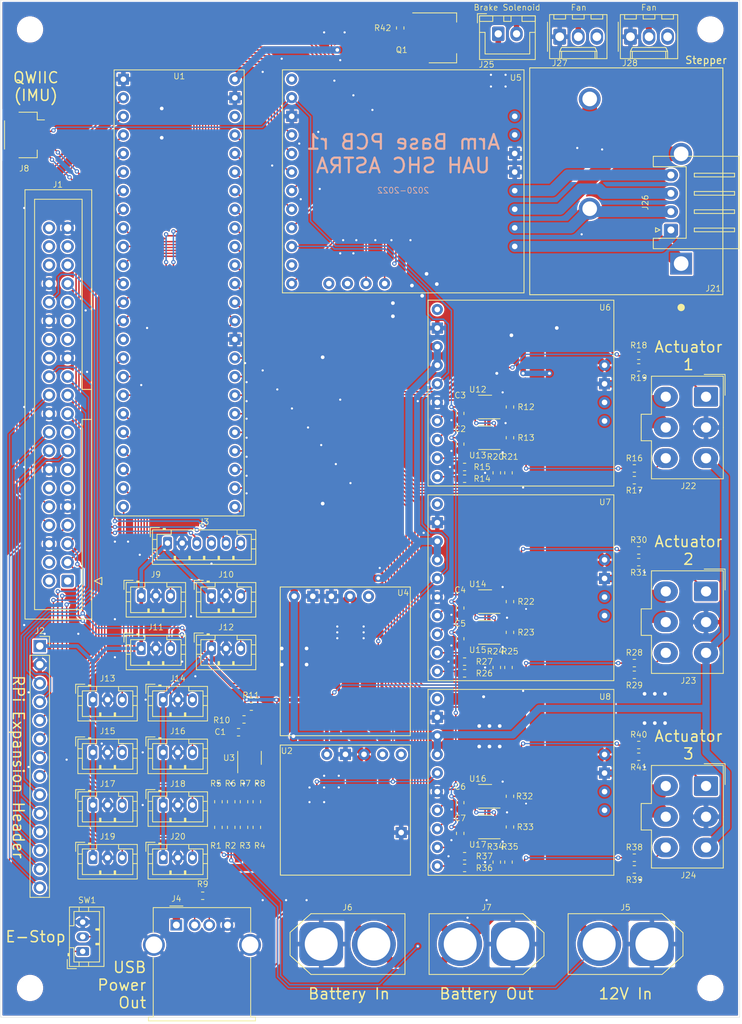
<source format=kicad_pcb>
(kicad_pcb (version 20171130) (host pcbnew "(5.1.6)-1")

  (general
    (thickness 1.6)
    (drawings 20)
    (tracks 1109)
    (zones 0)
    (modules 97)
    (nets 128)
  )

  (page A4)
  (layers
    (0 F.Cu signal)
    (31 B.Cu signal)
    (32 B.Adhes user)
    (33 F.Adhes user)
    (34 B.Paste user)
    (35 F.Paste user)
    (36 B.SilkS user)
    (37 F.SilkS user)
    (38 B.Mask user)
    (39 F.Mask user)
    (40 Dwgs.User user hide)
    (41 Cmts.User user)
    (42 Eco1.User user hide)
    (43 Eco2.User user)
    (44 Edge.Cuts user)
    (45 Margin user hide)
    (46 B.CrtYd user hide)
    (47 F.CrtYd user hide)
    (48 B.Fab user hide)
    (49 F.Fab user hide)
  )

  (setup
    (last_trace_width 0.25)
    (user_trace_width 0.16)
    (user_trace_width 0.2)
    (user_trace_width 0.25)
    (user_trace_width 0.5)
    (user_trace_width 0.75)
    (user_trace_width 1)
    (user_trace_width 1.5)
    (user_trace_width 2)
    (trace_clearance 0.2)
    (zone_clearance 0.2)
    (zone_45_only yes)
    (trace_min 0.1524)
    (via_size 0.8)
    (via_drill 0.4)
    (via_min_size 0.508)
    (via_min_drill 0.254)
    (user_via 0.508 0.254)
    (user_via 0.6 0.3)
    (user_via 0.8 0.4)
    (user_via 1 0.5)
    (user_via 2 1)
    (uvia_size 0.3)
    (uvia_drill 0.1)
    (uvias_allowed no)
    (uvia_min_size 0.2)
    (uvia_min_drill 0.1)
    (edge_width 0.05)
    (segment_width 0.2)
    (pcb_text_width 0.3)
    (pcb_text_size 1.5 1.5)
    (mod_edge_width 0.12)
    (mod_text_size 0.8 0.8)
    (mod_text_width 0.1)
    (pad_size 1.524 1.524)
    (pad_drill 0.762)
    (pad_to_mask_clearance 0.05)
    (aux_axis_origin 0 0)
    (grid_origin 54 39.8)
    (visible_elements 7FFFFFFF)
    (pcbplotparams
      (layerselection 0x010fc_ffffffff)
      (usegerberextensions false)
      (usegerberattributes true)
      (usegerberadvancedattributes true)
      (creategerberjobfile true)
      (excludeedgelayer true)
      (linewidth 0.100000)
      (plotframeref false)
      (viasonmask false)
      (mode 1)
      (useauxorigin false)
      (hpglpennumber 1)
      (hpglpenspeed 20)
      (hpglpendiameter 15.000000)
      (psnegative false)
      (psa4output false)
      (plotreference true)
      (plotvalue true)
      (plotinvisibletext false)
      (padsonsilk false)
      (subtractmaskfromsilk false)
      (outputformat 1)
      (mirror false)
      (drillshape 1)
      (scaleselection 1)
      (outputdirectory ""))
  )

  (net 0 "")
  (net 1 "Net-(J1-Pad1)")
  (net 2 /RPi_SDA)
  (net 3 /RPi_SCL)
  (net 4 GND)
  (net 5 "Net-(J1-Pad11)")
  (net 6 "Net-(J1-Pad13)")
  (net 7 /RPi_GPI022)
  (net 8 "Net-(J1-Pad17)")
  (net 9 /RPi_MOSI0)
  (net 10 /RPi_MISO0)
  (net 11 /RPi_SCLK0)
  (net 12 "Net-(J1-Pad27)")
  (net 13 "Net-(J1-Pad29)")
  (net 14 "Net-(J1-Pad31)")
  (net 15 /RPi_GPIO13)
  (net 16 "Net-(J1-Pad35)")
  (net 17 "Net-(J1-Pad37)")
  (net 18 "Net-(J1-Pad2)")
  (net 19 "Net-(J1-Pad4)")
  (net 20 /RPi_TX)
  (net 21 /RPi_RX)
  (net 22 "Net-(J1-Pad12)")
  (net 23 /RPi_GPIO23)
  (net 24 /RPi_GPIO24)
  (net 25 /RPi_GPIO25)
  (net 26 /RPi_CS0)
  (net 27 "Net-(J1-Pad26)")
  (net 28 "Net-(J1-Pad28)")
  (net 29 /RPi_GPIO12)
  (net 30 "Net-(J1-Pad36)")
  (net 31 "Net-(J1-Pad38)")
  (net 32 "Net-(J1-Pad40)")
  (net 33 +12V)
  (net 34 +5V)
  (net 35 +BATT)
  (net 36 +3V3)
  (net 37 /M1_PWM1)
  (net 38 /M1_PWM2)
  (net 39 /M1_OCM)
  (net 40 /M1_OCM_3v)
  (net 41 /M1_DIAG_3v)
  (net 42 /M1_DIAG)
  (net 43 /M1_HALL1)
  (net 44 /M1_HALL1_3v)
  (net 45 /M1_HALL2_3v)
  (net 46 /M1_HALL2)
  (net 47 /M2_PWM1)
  (net 48 /M2_PWM2)
  (net 49 /M2_OCM_3v)
  (net 50 /M2_OCM)
  (net 51 /M2_DIAG)
  (net 52 /M2_DIAG_3v)
  (net 53 /M2_HALL1_3v)
  (net 54 /M2_HALL1)
  (net 55 /M2_HALL2_3v)
  (net 56 /M2_HALL2)
  (net 57 /M3_PWM1)
  (net 58 /M3_PWM2)
  (net 59 /M3_OCM_3v)
  (net 60 /M3_OCM)
  (net 61 /M3_DIAG)
  (net 62 /M3_DIAG_3v)
  (net 63 /M3_HALL1_3v)
  (net 64 /M3_HALL1)
  (net 65 /M3_HALL2)
  (net 66 /M3_HALL2_3v)
  (net 67 /Stepper_Step)
  (net 68 /Stepper_Dir)
  (net 69 /Stepper_Fault)
  (net 70 /Teensy_CS0)
  (net 71 /Teensy_MOSI0)
  (net 72 /Teensy_MISO0)
  (net 73 "Net-(U1-Pad15)")
  (net 74 /Teensy_SCK0)
  (net 75 /Stepper_BEMF)
  (net 76 /Stepper_Stall)
  (net 77 "Net-(U1-Pad28)")
  (net 78 "Net-(U2-Pad1)")
  (net 79 "Net-(U2-Pad2)")
  (net 80 "Net-(U4-Pad1)")
  (net 81 "Net-(U5-Pad1)")
  (net 82 "Net-(U6-Pad1)")
  (net 83 "Net-(U7-Pad1)")
  (net 84 /M3_DIR)
  (net 85 /M3_PWM)
  (net 86 /M2_PWM)
  (net 87 /M2_DIR)
  (net 88 /M1_DIR)
  (net 89 /M1_PWM)
  (net 90 /Encoder_CS)
  (net 91 /Hall_SW_2)
  (net 92 /Hall_SW_3)
  (net 93 /Hall_SW_4)
  (net 94 /Hall_SW_5)
  (net 95 /Hall_SW_6)
  (net 96 /Hall_SW_7)
  (net 97 /Hall_SW_8)
  (net 98 /Hall_SW_1)
  (net 99 /Hall_SW_9)
  (net 100 /Hall_SW_10)
  (net 101 /Hall_SW_11)
  (net 102 /Hall_SW_12)
  (net 103 "Net-(J21-Pad4)")
  (net 104 "Net-(J21-Pad3)")
  (net 105 "Net-(J21-Pad2)")
  (net 106 "Net-(J21-Pad1)")
  (net 107 "Net-(R1-Pad2)")
  (net 108 "Net-(R2-Pad2)")
  (net 109 "Net-(R3-Pad2)")
  (net 110 "Net-(R4-Pad2)")
  (net 111 "Net-(U5-Pad14)")
  (net 112 "Net-(U5-Pad13)")
  (net 113 "Net-(U5-Pad11)")
  (net 114 "Net-(U8-Pad1)")
  (net 115 "Net-(J4-Pad3)")
  (net 116 "Net-(J4-Pad2)")
  (net 117 "Net-(J22-Pad5)")
  (net 118 "Net-(J22-Pad4)")
  (net 119 "Net-(J23-Pad4)")
  (net 120 "Net-(J23-Pad5)")
  (net 121 "Net-(J24-Pad5)")
  (net 122 "Net-(J24-Pad4)")
  (net 123 /Motor_Enable)
  (net 124 /~Disable)
  (net 125 "Net-(J25-Pad2)")
  (net 126 "Net-(J27-Pad3)")
  (net 127 "Net-(J28-Pad3)")

  (net_class Default "This is the default net class."
    (clearance 0.2)
    (trace_width 0.25)
    (via_dia 0.8)
    (via_drill 0.4)
    (uvia_dia 0.3)
    (uvia_drill 0.1)
    (add_net +12V)
    (add_net +3V3)
    (add_net +5V)
    (add_net +BATT)
    (add_net /Encoder_CS)
    (add_net /Hall_SW_1)
    (add_net /Hall_SW_10)
    (add_net /Hall_SW_11)
    (add_net /Hall_SW_12)
    (add_net /Hall_SW_2)
    (add_net /Hall_SW_3)
    (add_net /Hall_SW_4)
    (add_net /Hall_SW_5)
    (add_net /Hall_SW_6)
    (add_net /Hall_SW_7)
    (add_net /Hall_SW_8)
    (add_net /Hall_SW_9)
    (add_net /M1_DIAG)
    (add_net /M1_DIAG_3v)
    (add_net /M1_DIR)
    (add_net /M1_HALL1)
    (add_net /M1_HALL1_3v)
    (add_net /M1_HALL2)
    (add_net /M1_HALL2_3v)
    (add_net /M1_OCM)
    (add_net /M1_OCM_3v)
    (add_net /M1_PWM)
    (add_net /M1_PWM1)
    (add_net /M1_PWM2)
    (add_net /M2_DIAG)
    (add_net /M2_DIAG_3v)
    (add_net /M2_DIR)
    (add_net /M2_HALL1)
    (add_net /M2_HALL1_3v)
    (add_net /M2_HALL2)
    (add_net /M2_HALL2_3v)
    (add_net /M2_OCM)
    (add_net /M2_OCM_3v)
    (add_net /M2_PWM)
    (add_net /M2_PWM1)
    (add_net /M2_PWM2)
    (add_net /M3_DIAG)
    (add_net /M3_DIAG_3v)
    (add_net /M3_DIR)
    (add_net /M3_HALL1)
    (add_net /M3_HALL1_3v)
    (add_net /M3_HALL2)
    (add_net /M3_HALL2_3v)
    (add_net /M3_OCM)
    (add_net /M3_OCM_3v)
    (add_net /M3_PWM)
    (add_net /M3_PWM1)
    (add_net /M3_PWM2)
    (add_net /Motor_Enable)
    (add_net /RPi_CS0)
    (add_net /RPi_GPI022)
    (add_net /RPi_GPIO12)
    (add_net /RPi_GPIO13)
    (add_net /RPi_GPIO23)
    (add_net /RPi_GPIO24)
    (add_net /RPi_GPIO25)
    (add_net /RPi_MISO0)
    (add_net /RPi_MOSI0)
    (add_net /RPi_RX)
    (add_net /RPi_SCL)
    (add_net /RPi_SCLK0)
    (add_net /RPi_SDA)
    (add_net /RPi_TX)
    (add_net /Stepper_BEMF)
    (add_net /Stepper_Dir)
    (add_net /Stepper_Fault)
    (add_net /Stepper_Stall)
    (add_net /Stepper_Step)
    (add_net /Teensy_CS0)
    (add_net /Teensy_MISO0)
    (add_net /Teensy_MOSI0)
    (add_net /Teensy_SCK0)
    (add_net /~Disable)
    (add_net GND)
    (add_net "Net-(J1-Pad1)")
    (add_net "Net-(J1-Pad11)")
    (add_net "Net-(J1-Pad12)")
    (add_net "Net-(J1-Pad13)")
    (add_net "Net-(J1-Pad17)")
    (add_net "Net-(J1-Pad2)")
    (add_net "Net-(J1-Pad26)")
    (add_net "Net-(J1-Pad27)")
    (add_net "Net-(J1-Pad28)")
    (add_net "Net-(J1-Pad29)")
    (add_net "Net-(J1-Pad31)")
    (add_net "Net-(J1-Pad35)")
    (add_net "Net-(J1-Pad36)")
    (add_net "Net-(J1-Pad37)")
    (add_net "Net-(J1-Pad38)")
    (add_net "Net-(J1-Pad4)")
    (add_net "Net-(J1-Pad40)")
    (add_net "Net-(J21-Pad1)")
    (add_net "Net-(J21-Pad2)")
    (add_net "Net-(J21-Pad3)")
    (add_net "Net-(J21-Pad4)")
    (add_net "Net-(J22-Pad4)")
    (add_net "Net-(J22-Pad5)")
    (add_net "Net-(J23-Pad4)")
    (add_net "Net-(J23-Pad5)")
    (add_net "Net-(J24-Pad4)")
    (add_net "Net-(J24-Pad5)")
    (add_net "Net-(J25-Pad2)")
    (add_net "Net-(J27-Pad3)")
    (add_net "Net-(J28-Pad3)")
    (add_net "Net-(J4-Pad2)")
    (add_net "Net-(J4-Pad3)")
    (add_net "Net-(R1-Pad2)")
    (add_net "Net-(R2-Pad2)")
    (add_net "Net-(R3-Pad2)")
    (add_net "Net-(R4-Pad2)")
    (add_net "Net-(U1-Pad15)")
    (add_net "Net-(U1-Pad28)")
    (add_net "Net-(U2-Pad1)")
    (add_net "Net-(U2-Pad2)")
    (add_net "Net-(U4-Pad1)")
    (add_net "Net-(U5-Pad1)")
    (add_net "Net-(U5-Pad11)")
    (add_net "Net-(U5-Pad13)")
    (add_net "Net-(U5-Pad14)")
    (add_net "Net-(U6-Pad1)")
    (add_net "Net-(U7-Pad1)")
    (add_net "Net-(U8-Pad1)")
  )

  (module Connector_Molex:Molex_KK-254_AE-6410-03A_1x03_P2.54mm_Vertical (layer F.Cu) (tedit 5EA53D3B) (tstamp 5FC77250)
    (at 108.07 34)
    (descr "Molex KK-254 Interconnect System, old/engineering part number: AE-6410-03A example for new part number: 22-27-2031, 3 Pins (http://www.molex.com/pdm_docs/sd/022272021_sd.pdf), generated with kicad-footprint-generator")
    (tags "connector Molex KK-254 vertical")
    (path /5FD7EF5D)
    (fp_text reference J28 (at -0.07 3.6) (layer F.SilkS)
      (effects (font (size 0.8 0.8) (thickness 0.1)))
    )
    (fp_text value "Computer Fan" (at 2.54 4.08) (layer F.Fab)
      (effects (font (size 1 1) (thickness 0.15)))
    )
    (fp_line (start 6.85 -3.42) (end -1.77 -3.42) (layer F.CrtYd) (width 0.05))
    (fp_line (start 6.85 3.38) (end 6.85 -3.42) (layer F.CrtYd) (width 0.05))
    (fp_line (start -1.77 3.38) (end 6.85 3.38) (layer F.CrtYd) (width 0.05))
    (fp_line (start -1.77 -3.42) (end -1.77 3.38) (layer F.CrtYd) (width 0.05))
    (fp_line (start 5.88 -2.43) (end 5.88 -3.03) (layer F.SilkS) (width 0.12))
    (fp_line (start 4.28 -2.43) (end 5.88 -2.43) (layer F.SilkS) (width 0.12))
    (fp_line (start 4.28 -3.03) (end 4.28 -2.43) (layer F.SilkS) (width 0.12))
    (fp_line (start 3.34 -2.43) (end 3.34 -3.03) (layer F.SilkS) (width 0.12))
    (fp_line (start 1.74 -2.43) (end 3.34 -2.43) (layer F.SilkS) (width 0.12))
    (fp_line (start 1.74 -3.03) (end 1.74 -2.43) (layer F.SilkS) (width 0.12))
    (fp_line (start 0.8 -2.43) (end 0.8 -3.03) (layer F.SilkS) (width 0.12))
    (fp_line (start -0.8 -2.43) (end 0.8 -2.43) (layer F.SilkS) (width 0.12))
    (fp_line (start -0.8 -3.03) (end -0.8 -2.43) (layer F.SilkS) (width 0.12))
    (fp_line (start 4.83 2.99) (end 4.83 1.99) (layer F.SilkS) (width 0.12))
    (fp_line (start 0.25 2.99) (end 0.25 1.99) (layer F.SilkS) (width 0.12))
    (fp_line (start 4.83 1.46) (end 5.08 1.99) (layer F.SilkS) (width 0.12))
    (fp_line (start 0.25 1.46) (end 4.83 1.46) (layer F.SilkS) (width 0.12))
    (fp_line (start 0 1.99) (end 0.25 1.46) (layer F.SilkS) (width 0.12))
    (fp_line (start 5.08 1.99) (end 5.08 2.99) (layer F.SilkS) (width 0.12))
    (fp_line (start 0 1.99) (end 5.08 1.99) (layer F.SilkS) (width 0.12))
    (fp_line (start 0 2.99) (end 0 1.99) (layer F.SilkS) (width 0.12))
    (fp_line (start -0.562893 0) (end -1.27 0.5) (layer F.Fab) (width 0.1))
    (fp_line (start -1.27 -0.5) (end -0.562893 0) (layer F.Fab) (width 0.1))
    (fp_line (start -1.67 -2) (end -1.67 2) (layer F.SilkS) (width 0.12))
    (fp_line (start 6.46 -3.03) (end -1.38 -3.03) (layer F.SilkS) (width 0.12))
    (fp_line (start 6.46 2.99) (end 6.46 -3.03) (layer F.SilkS) (width 0.12))
    (fp_line (start -1.38 2.99) (end 6.46 2.99) (layer F.SilkS) (width 0.12))
    (fp_line (start -1.38 -3.03) (end -1.38 2.99) (layer F.SilkS) (width 0.12))
    (fp_line (start 6.35 -2.92) (end -1.27 -2.92) (layer F.Fab) (width 0.1))
    (fp_line (start 6.35 2.88) (end 6.35 -2.92) (layer F.Fab) (width 0.1))
    (fp_line (start -1.27 2.88) (end 6.35 2.88) (layer F.Fab) (width 0.1))
    (fp_line (start -1.27 -2.92) (end -1.27 2.88) (layer F.Fab) (width 0.1))
    (fp_text user %R (at 2.54 -2.22) (layer F.Fab)
      (effects (font (size 1 1) (thickness 0.15)))
    )
    (pad 3 thru_hole oval (at 5.08 0) (size 1.74 2.19) (drill 1.19) (layers *.Cu *.Mask)
      (net 127 "Net-(J28-Pad3)"))
    (pad 2 thru_hole oval (at 2.54 0) (size 1.74 2.19) (drill 1.19) (layers *.Cu *.Mask)
      (net 33 +12V))
    (pad 1 thru_hole roundrect (at 0 0) (size 1.74 2.19) (drill 1.19) (layers *.Cu *.Mask) (roundrect_rratio 0.143678)
      (net 4 GND))
    (model ${KISYS3DMOD}/Connector_Molex.3dshapes/Molex_KK-254_AE-6410-03A_1x03_P2.54mm_Vertical.wrl
      (at (xyz 0 0 0))
      (scale (xyz 1 1 1))
      (rotate (xyz 0 0 0))
    )
  )

  (module Connector_Molex:Molex_KK-254_AE-6410-03A_1x03_P2.54mm_Vertical (layer F.Cu) (tedit 5EA53D3B) (tstamp 5FC77228)
    (at 98.4 34)
    (descr "Molex KK-254 Interconnect System, old/engineering part number: AE-6410-03A example for new part number: 22-27-2031, 3 Pins (http://www.molex.com/pdm_docs/sd/022272021_sd.pdf), generated with kicad-footprint-generator")
    (tags "connector Molex KK-254 vertical")
    (path /5FC97B21)
    (fp_text reference J27 (at 0 3.6) (layer F.SilkS)
      (effects (font (size 0.8 0.8) (thickness 0.1)))
    )
    (fp_text value "Computer Fan" (at 2.54 4.08) (layer F.Fab)
      (effects (font (size 1 1) (thickness 0.15)))
    )
    (fp_line (start 6.85 -3.42) (end -1.77 -3.42) (layer F.CrtYd) (width 0.05))
    (fp_line (start 6.85 3.38) (end 6.85 -3.42) (layer F.CrtYd) (width 0.05))
    (fp_line (start -1.77 3.38) (end 6.85 3.38) (layer F.CrtYd) (width 0.05))
    (fp_line (start -1.77 -3.42) (end -1.77 3.38) (layer F.CrtYd) (width 0.05))
    (fp_line (start 5.88 -2.43) (end 5.88 -3.03) (layer F.SilkS) (width 0.12))
    (fp_line (start 4.28 -2.43) (end 5.88 -2.43) (layer F.SilkS) (width 0.12))
    (fp_line (start 4.28 -3.03) (end 4.28 -2.43) (layer F.SilkS) (width 0.12))
    (fp_line (start 3.34 -2.43) (end 3.34 -3.03) (layer F.SilkS) (width 0.12))
    (fp_line (start 1.74 -2.43) (end 3.34 -2.43) (layer F.SilkS) (width 0.12))
    (fp_line (start 1.74 -3.03) (end 1.74 -2.43) (layer F.SilkS) (width 0.12))
    (fp_line (start 0.8 -2.43) (end 0.8 -3.03) (layer F.SilkS) (width 0.12))
    (fp_line (start -0.8 -2.43) (end 0.8 -2.43) (layer F.SilkS) (width 0.12))
    (fp_line (start -0.8 -3.03) (end -0.8 -2.43) (layer F.SilkS) (width 0.12))
    (fp_line (start 4.83 2.99) (end 4.83 1.99) (layer F.SilkS) (width 0.12))
    (fp_line (start 0.25 2.99) (end 0.25 1.99) (layer F.SilkS) (width 0.12))
    (fp_line (start 4.83 1.46) (end 5.08 1.99) (layer F.SilkS) (width 0.12))
    (fp_line (start 0.25 1.46) (end 4.83 1.46) (layer F.SilkS) (width 0.12))
    (fp_line (start 0 1.99) (end 0.25 1.46) (layer F.SilkS) (width 0.12))
    (fp_line (start 5.08 1.99) (end 5.08 2.99) (layer F.SilkS) (width 0.12))
    (fp_line (start 0 1.99) (end 5.08 1.99) (layer F.SilkS) (width 0.12))
    (fp_line (start 0 2.99) (end 0 1.99) (layer F.SilkS) (width 0.12))
    (fp_line (start -0.562893 0) (end -1.27 0.5) (layer F.Fab) (width 0.1))
    (fp_line (start -1.27 -0.5) (end -0.562893 0) (layer F.Fab) (width 0.1))
    (fp_line (start -1.67 -2) (end -1.67 2) (layer F.SilkS) (width 0.12))
    (fp_line (start 6.46 -3.03) (end -1.38 -3.03) (layer F.SilkS) (width 0.12))
    (fp_line (start 6.46 2.99) (end 6.46 -3.03) (layer F.SilkS) (width 0.12))
    (fp_line (start -1.38 2.99) (end 6.46 2.99) (layer F.SilkS) (width 0.12))
    (fp_line (start -1.38 -3.03) (end -1.38 2.99) (layer F.SilkS) (width 0.12))
    (fp_line (start 6.35 -2.92) (end -1.27 -2.92) (layer F.Fab) (width 0.1))
    (fp_line (start 6.35 2.88) (end 6.35 -2.92) (layer F.Fab) (width 0.1))
    (fp_line (start -1.27 2.88) (end 6.35 2.88) (layer F.Fab) (width 0.1))
    (fp_line (start -1.27 -2.92) (end -1.27 2.88) (layer F.Fab) (width 0.1))
    (fp_text user %R (at 2.54 -2.22) (layer F.Fab)
      (effects (font (size 1 1) (thickness 0.15)))
    )
    (pad 3 thru_hole oval (at 5.08 0) (size 1.74 2.19) (drill 1.19) (layers *.Cu *.Mask)
      (net 126 "Net-(J27-Pad3)"))
    (pad 2 thru_hole oval (at 2.54 0) (size 1.74 2.19) (drill 1.19) (layers *.Cu *.Mask)
      (net 33 +12V))
    (pad 1 thru_hole roundrect (at 0 0) (size 1.74 2.19) (drill 1.19) (layers *.Cu *.Mask) (roundrect_rratio 0.143678)
      (net 4 GND))
    (model ${KISYS3DMOD}/Connector_Molex.3dshapes/Molex_KK-254_AE-6410-03A_1x03_P2.54mm_Vertical.wrl
      (at (xyz 0 0 0))
      (scale (xyz 1 1 1))
      (rotate (xyz 0 0 0))
    )
  )

  (module Connector_JST:JST_XH_S4B-XH-A_1x04_P2.50mm_Horizontal (layer F.Cu) (tedit 5C281475) (tstamp 5FBB5C12)
    (at 113.6 60.4 90)
    (descr "JST XH series connector, S4B-XH-A (http://www.jst-mfg.com/product/pdf/eng/eXH.pdf), generated with kicad-footprint-generator")
    (tags "connector JST XH horizontal")
    (path /5FBD85C2)
    (fp_text reference J26 (at 3.75 -3.5 90) (layer F.SilkS)
      (effects (font (size 0.8 0.8) (thickness 0.1)))
    )
    (fp_text value "Stepper Alternate Connection" (at 3.75 10.4 90) (layer F.Fab)
      (effects (font (size 1 1) (thickness 0.15)))
    )
    (fp_line (start -2.95 -2.8) (end -2.95 9.7) (layer F.CrtYd) (width 0.05))
    (fp_line (start -2.95 9.7) (end 10.45 9.7) (layer F.CrtYd) (width 0.05))
    (fp_line (start 10.45 9.7) (end 10.45 -2.8) (layer F.CrtYd) (width 0.05))
    (fp_line (start 10.45 -2.8) (end -2.95 -2.8) (layer F.CrtYd) (width 0.05))
    (fp_line (start 3.75 9.31) (end -2.56 9.31) (layer F.SilkS) (width 0.12))
    (fp_line (start -2.56 9.31) (end -2.56 -2.41) (layer F.SilkS) (width 0.12))
    (fp_line (start -2.56 -2.41) (end -1.14 -2.41) (layer F.SilkS) (width 0.12))
    (fp_line (start -1.14 -2.41) (end -1.14 2.09) (layer F.SilkS) (width 0.12))
    (fp_line (start -1.14 2.09) (end 3.75 2.09) (layer F.SilkS) (width 0.12))
    (fp_line (start 3.75 9.31) (end 10.06 9.31) (layer F.SilkS) (width 0.12))
    (fp_line (start 10.06 9.31) (end 10.06 -2.41) (layer F.SilkS) (width 0.12))
    (fp_line (start 10.06 -2.41) (end 8.64 -2.41) (layer F.SilkS) (width 0.12))
    (fp_line (start 8.64 -2.41) (end 8.64 2.09) (layer F.SilkS) (width 0.12))
    (fp_line (start 8.64 2.09) (end 3.75 2.09) (layer F.SilkS) (width 0.12))
    (fp_line (start 3.75 9.2) (end -2.45 9.2) (layer F.Fab) (width 0.1))
    (fp_line (start -2.45 9.2) (end -2.45 -2.3) (layer F.Fab) (width 0.1))
    (fp_line (start -2.45 -2.3) (end -1.25 -2.3) (layer F.Fab) (width 0.1))
    (fp_line (start -1.25 -2.3) (end -1.25 2.2) (layer F.Fab) (width 0.1))
    (fp_line (start -1.25 2.2) (end 3.75 2.2) (layer F.Fab) (width 0.1))
    (fp_line (start 3.75 9.2) (end 9.95 9.2) (layer F.Fab) (width 0.1))
    (fp_line (start 9.95 9.2) (end 9.95 -2.3) (layer F.Fab) (width 0.1))
    (fp_line (start 9.95 -2.3) (end 8.75 -2.3) (layer F.Fab) (width 0.1))
    (fp_line (start 8.75 -2.3) (end 8.75 2.2) (layer F.Fab) (width 0.1))
    (fp_line (start 8.75 2.2) (end 3.75 2.2) (layer F.Fab) (width 0.1))
    (fp_line (start -0.25 3.2) (end -0.25 8.7) (layer F.SilkS) (width 0.12))
    (fp_line (start -0.25 8.7) (end 0.25 8.7) (layer F.SilkS) (width 0.12))
    (fp_line (start 0.25 8.7) (end 0.25 3.2) (layer F.SilkS) (width 0.12))
    (fp_line (start 0.25 3.2) (end -0.25 3.2) (layer F.SilkS) (width 0.12))
    (fp_line (start 2.25 3.2) (end 2.25 8.7) (layer F.SilkS) (width 0.12))
    (fp_line (start 2.25 8.7) (end 2.75 8.7) (layer F.SilkS) (width 0.12))
    (fp_line (start 2.75 8.7) (end 2.75 3.2) (layer F.SilkS) (width 0.12))
    (fp_line (start 2.75 3.2) (end 2.25 3.2) (layer F.SilkS) (width 0.12))
    (fp_line (start 4.75 3.2) (end 4.75 8.7) (layer F.SilkS) (width 0.12))
    (fp_line (start 4.75 8.7) (end 5.25 8.7) (layer F.SilkS) (width 0.12))
    (fp_line (start 5.25 8.7) (end 5.25 3.2) (layer F.SilkS) (width 0.12))
    (fp_line (start 5.25 3.2) (end 4.75 3.2) (layer F.SilkS) (width 0.12))
    (fp_line (start 7.25 3.2) (end 7.25 8.7) (layer F.SilkS) (width 0.12))
    (fp_line (start 7.25 8.7) (end 7.75 8.7) (layer F.SilkS) (width 0.12))
    (fp_line (start 7.75 8.7) (end 7.75 3.2) (layer F.SilkS) (width 0.12))
    (fp_line (start 7.75 3.2) (end 7.25 3.2) (layer F.SilkS) (width 0.12))
    (fp_line (start 0 -1.5) (end -0.3 -2.1) (layer F.SilkS) (width 0.12))
    (fp_line (start -0.3 -2.1) (end 0.3 -2.1) (layer F.SilkS) (width 0.12))
    (fp_line (start 0.3 -2.1) (end 0 -1.5) (layer F.SilkS) (width 0.12))
    (fp_line (start -0.625 2.2) (end 0 1.2) (layer F.Fab) (width 0.1))
    (fp_line (start 0 1.2) (end 0.625 2.2) (layer F.Fab) (width 0.1))
    (fp_text user %R (at 3.75 3.45 90) (layer F.Fab)
      (effects (font (size 1 1) (thickness 0.15)))
    )
    (pad 4 thru_hole oval (at 7.5 0 90) (size 1.7 1.95) (drill 0.95) (layers *.Cu *.Mask)
      (net 103 "Net-(J21-Pad4)"))
    (pad 3 thru_hole oval (at 5 0 90) (size 1.7 1.95) (drill 0.95) (layers *.Cu *.Mask)
      (net 104 "Net-(J21-Pad3)"))
    (pad 2 thru_hole oval (at 2.5 0 90) (size 1.7 1.95) (drill 0.95) (layers *.Cu *.Mask)
      (net 105 "Net-(J21-Pad2)"))
    (pad 1 thru_hole roundrect (at 0 0 90) (size 1.7 1.95) (drill 0.95) (layers *.Cu *.Mask) (roundrect_rratio 0.147059)
      (net 106 "Net-(J21-Pad1)"))
  )

  (module ArmElectronics_Footprints:Molex_Mini-Fit_Jr_5566-06A_2x03_P4.20mm_Vertical_3D (layer F.Cu) (tedit 5FBAD077) (tstamp 5FB445C0)
    (at 118.4 83.2 270)
    (descr "Molex Mini-Fit Jr. Power Connectors, old mpn/engineering number: 5566-06A, example for new mpn: 39-28-x06x, 3 Pins per row, Mounting:  (http://www.molex.com/pdm_docs/sd/039281043_sd.pdf), generated with kicad-footprint-generator")
    (tags "connector Molex Mini-Fit_Jr side entry")
    (path /5F84EEEA)
    (fp_text reference J22 (at 12.2 2.4 180) (layer F.SilkS)
      (effects (font (size 0.8 0.8) (thickness 0.1)))
    )
    (fp_text value PA-09 (at 4.2 9.95 270) (layer F.Fab)
      (effects (font (size 1 1) (thickness 0.15)))
    )
    (fp_line (start 11.6 -2.75) (end -3.2 -2.75) (layer F.CrtYd) (width 0.05))
    (fp_line (start 11.6 9.25) (end 11.6 -2.75) (layer F.CrtYd) (width 0.05))
    (fp_line (start -3.2 9.25) (end 11.6 9.25) (layer F.CrtYd) (width 0.05))
    (fp_line (start -3.2 -2.75) (end -3.2 9.25) (layer F.CrtYd) (width 0.05))
    (fp_line (start -3.05 -2.6) (end -3.05 0.25) (layer F.Fab) (width 0.1))
    (fp_line (start -0.2 -2.6) (end -3.05 -2.6) (layer F.Fab) (width 0.1))
    (fp_line (start -3.05 -2.6) (end -3.05 0.25) (layer F.SilkS) (width 0.12))
    (fp_line (start -0.2 -2.6) (end -3.05 -2.6) (layer F.SilkS) (width 0.12))
    (fp_line (start 6.01 8.86) (end 4.2 8.86) (layer F.SilkS) (width 0.12))
    (fp_line (start 6.01 7.46) (end 6.01 8.86) (layer F.SilkS) (width 0.12))
    (fp_line (start 11.21 7.46) (end 6.01 7.46) (layer F.SilkS) (width 0.12))
    (fp_line (start 11.21 -2.36) (end 11.21 7.46) (layer F.SilkS) (width 0.12))
    (fp_line (start 4.2 -2.36) (end 11.21 -2.36) (layer F.SilkS) (width 0.12))
    (fp_line (start 2.39 8.86) (end 4.2 8.86) (layer F.SilkS) (width 0.12))
    (fp_line (start 2.39 7.46) (end 2.39 8.86) (layer F.SilkS) (width 0.12))
    (fp_line (start -2.81 7.46) (end 2.39 7.46) (layer F.SilkS) (width 0.12))
    (fp_line (start -2.81 -2.36) (end -2.81 7.46) (layer F.SilkS) (width 0.12))
    (fp_line (start 4.2 -2.36) (end -2.81 -2.36) (layer F.SilkS) (width 0.12))
    (fp_line (start 10.05 2.3) (end 6.75 2.3) (layer F.Fab) (width 0.1))
    (fp_line (start 10.05 -0.175) (end 10.05 2.3) (layer F.Fab) (width 0.1))
    (fp_line (start 9.225 -1) (end 10.05 -0.175) (layer F.Fab) (width 0.1))
    (fp_line (start 7.575 -1) (end 9.225 -1) (layer F.Fab) (width 0.1))
    (fp_line (start 6.75 -0.175) (end 7.575 -1) (layer F.Fab) (width 0.1))
    (fp_line (start 6.75 2.3) (end 6.75 -0.175) (layer F.Fab) (width 0.1))
    (fp_line (start 10.05 3.2) (end 6.75 3.2) (layer F.Fab) (width 0.1))
    (fp_line (start 10.05 6.5) (end 10.05 3.2) (layer F.Fab) (width 0.1))
    (fp_line (start 6.75 6.5) (end 10.05 6.5) (layer F.Fab) (width 0.1))
    (fp_line (start 6.75 3.2) (end 6.75 6.5) (layer F.Fab) (width 0.1))
    (fp_line (start 5.85 2.3) (end 2.55 2.3) (layer F.Fab) (width 0.1))
    (fp_line (start 5.85 -0.175) (end 5.85 2.3) (layer F.Fab) (width 0.1))
    (fp_line (start 5.025 -1) (end 5.85 -0.175) (layer F.Fab) (width 0.1))
    (fp_line (start 3.375 -1) (end 5.025 -1) (layer F.Fab) (width 0.1))
    (fp_line (start 2.55 -0.175) (end 3.375 -1) (layer F.Fab) (width 0.1))
    (fp_line (start 2.55 2.3) (end 2.55 -0.175) (layer F.Fab) (width 0.1))
    (fp_line (start 5.85 3.2) (end 2.55 3.2) (layer F.Fab) (width 0.1))
    (fp_line (start 5.85 6.5) (end 5.85 3.2) (layer F.Fab) (width 0.1))
    (fp_line (start 2.55 6.5) (end 5.85 6.5) (layer F.Fab) (width 0.1))
    (fp_line (start 2.55 3.2) (end 2.55 6.5) (layer F.Fab) (width 0.1))
    (fp_line (start 1.65 6.5) (end -1.65 6.5) (layer F.Fab) (width 0.1))
    (fp_line (start 1.65 4.025) (end 1.65 6.5) (layer F.Fab) (width 0.1))
    (fp_line (start 0.825 3.2) (end 1.65 4.025) (layer F.Fab) (width 0.1))
    (fp_line (start -0.825 3.2) (end 0.825 3.2) (layer F.Fab) (width 0.1))
    (fp_line (start -1.65 4.025) (end -0.825 3.2) (layer F.Fab) (width 0.1))
    (fp_line (start -1.65 6.5) (end -1.65 4.025) (layer F.Fab) (width 0.1))
    (fp_line (start 1.65 -1) (end -1.65 -1) (layer F.Fab) (width 0.1))
    (fp_line (start 1.65 2.3) (end 1.65 -1) (layer F.Fab) (width 0.1))
    (fp_line (start -1.65 2.3) (end 1.65 2.3) (layer F.Fab) (width 0.1))
    (fp_line (start -1.65 -1) (end -1.65 2.3) (layer F.Fab) (width 0.1))
    (fp_line (start 5.9 8.75) (end 5.9 7.35) (layer F.Fab) (width 0.1))
    (fp_line (start 2.5 8.75) (end 5.9 8.75) (layer F.Fab) (width 0.1))
    (fp_line (start 2.5 7.35) (end 2.5 8.75) (layer F.Fab) (width 0.1))
    (fp_line (start 11.1 -2.25) (end -2.7 -2.25) (layer F.Fab) (width 0.1))
    (fp_line (start 11.1 7.35) (end 11.1 -2.25) (layer F.Fab) (width 0.1))
    (fp_line (start -2.7 7.35) (end 11.1 7.35) (layer F.Fab) (width 0.1))
    (fp_line (start -2.7 -2.25) (end -2.7 7.35) (layer F.Fab) (width 0.1))
    (fp_text user %R (at 4.2 -1.55 270) (layer F.Fab)
      (effects (font (size 1 1) (thickness 0.15)))
    )
    (pad 1 thru_hole roundrect (at 0 0 270) (size 2.7 3.3) (drill 1.4) (layers *.Cu *.Mask) (roundrect_rratio 0.09259299999999999)
      (net 46 /M1_HALL2))
    (pad 2 thru_hole oval (at 4.2 0 270) (size 2.7 3.3) (drill 1.4) (layers *.Cu *.Mask)
      (net 4 GND))
    (pad 3 thru_hole oval (at 8.4 0 270) (size 2.7 3.3) (drill 1.4) (layers *.Cu *.Mask)
      (net 34 +5V))
    (pad 4 thru_hole oval (at 0 5.5 270) (size 2.7 3.3) (drill 1.4) (layers *.Cu *.Mask)
      (net 118 "Net-(J22-Pad4)"))
    (pad 5 thru_hole oval (at 4.2 5.5 270) (size 2.7 3.3) (drill 1.4) (layers *.Cu *.Mask)
      (net 117 "Net-(J22-Pad5)"))
    (pad 6 thru_hole oval (at 8.4 5.5 270) (size 2.7 3.3) (drill 1.4) (layers *.Cu *.Mask)
      (net 43 /M1_HALL1))
    (model ${KIPRJMOD}/Imported_Libraries/039281063.step
      (offset (xyz 4.2 -2.55 0))
      (scale (xyz 1 1 1))
      (rotate (xyz -90 0 180))
    )
  )

  (module ArmElectronics_Footprints:Molex_Mini-Fit_Jr_5566-06A_2x03_P4.20mm_Vertical_3D (layer F.Cu) (tedit 5FBAD077) (tstamp 5FB34BF7)
    (at 118.4 109.8 270)
    (descr "Molex Mini-Fit Jr. Power Connectors, old mpn/engineering number: 5566-06A, example for new mpn: 39-28-x06x, 3 Pins per row, Mounting:  (http://www.molex.com/pdm_docs/sd/039281043_sd.pdf), generated with kicad-footprint-generator")
    (tags "connector Molex Mini-Fit_Jr side entry")
    (path /5F871CC2)
    (fp_text reference J23 (at 12.2 2.4 180) (layer F.SilkS)
      (effects (font (size 0.8 0.8) (thickness 0.1)))
    )
    (fp_text value PA-09 (at 4.2 9.95 90) (layer F.Fab)
      (effects (font (size 1 1) (thickness 0.15)))
    )
    (fp_line (start 11.6 -2.75) (end -3.2 -2.75) (layer F.CrtYd) (width 0.05))
    (fp_line (start 11.6 9.25) (end 11.6 -2.75) (layer F.CrtYd) (width 0.05))
    (fp_line (start -3.2 9.25) (end 11.6 9.25) (layer F.CrtYd) (width 0.05))
    (fp_line (start -3.2 -2.75) (end -3.2 9.25) (layer F.CrtYd) (width 0.05))
    (fp_line (start -3.05 -2.6) (end -3.05 0.25) (layer F.Fab) (width 0.1))
    (fp_line (start -0.2 -2.6) (end -3.05 -2.6) (layer F.Fab) (width 0.1))
    (fp_line (start -3.05 -2.6) (end -3.05 0.25) (layer F.SilkS) (width 0.12))
    (fp_line (start -0.2 -2.6) (end -3.05 -2.6) (layer F.SilkS) (width 0.12))
    (fp_line (start 6.01 8.86) (end 4.2 8.86) (layer F.SilkS) (width 0.12))
    (fp_line (start 6.01 7.46) (end 6.01 8.86) (layer F.SilkS) (width 0.12))
    (fp_line (start 11.21 7.46) (end 6.01 7.46) (layer F.SilkS) (width 0.12))
    (fp_line (start 11.21 -2.36) (end 11.21 7.46) (layer F.SilkS) (width 0.12))
    (fp_line (start 4.2 -2.36) (end 11.21 -2.36) (layer F.SilkS) (width 0.12))
    (fp_line (start 2.39 8.86) (end 4.2 8.86) (layer F.SilkS) (width 0.12))
    (fp_line (start 2.39 7.46) (end 2.39 8.86) (layer F.SilkS) (width 0.12))
    (fp_line (start -2.81 7.46) (end 2.39 7.46) (layer F.SilkS) (width 0.12))
    (fp_line (start -2.81 -2.36) (end -2.81 7.46) (layer F.SilkS) (width 0.12))
    (fp_line (start 4.2 -2.36) (end -2.81 -2.36) (layer F.SilkS) (width 0.12))
    (fp_line (start 10.05 2.3) (end 6.75 2.3) (layer F.Fab) (width 0.1))
    (fp_line (start 10.05 -0.175) (end 10.05 2.3) (layer F.Fab) (width 0.1))
    (fp_line (start 9.225 -1) (end 10.05 -0.175) (layer F.Fab) (width 0.1))
    (fp_line (start 7.575 -1) (end 9.225 -1) (layer F.Fab) (width 0.1))
    (fp_line (start 6.75 -0.175) (end 7.575 -1) (layer F.Fab) (width 0.1))
    (fp_line (start 6.75 2.3) (end 6.75 -0.175) (layer F.Fab) (width 0.1))
    (fp_line (start 10.05 3.2) (end 6.75 3.2) (layer F.Fab) (width 0.1))
    (fp_line (start 10.05 6.5) (end 10.05 3.2) (layer F.Fab) (width 0.1))
    (fp_line (start 6.75 6.5) (end 10.05 6.5) (layer F.Fab) (width 0.1))
    (fp_line (start 6.75 3.2) (end 6.75 6.5) (layer F.Fab) (width 0.1))
    (fp_line (start 5.85 2.3) (end 2.55 2.3) (layer F.Fab) (width 0.1))
    (fp_line (start 5.85 -0.175) (end 5.85 2.3) (layer F.Fab) (width 0.1))
    (fp_line (start 5.025 -1) (end 5.85 -0.175) (layer F.Fab) (width 0.1))
    (fp_line (start 3.375 -1) (end 5.025 -1) (layer F.Fab) (width 0.1))
    (fp_line (start 2.55 -0.175) (end 3.375 -1) (layer F.Fab) (width 0.1))
    (fp_line (start 2.55 2.3) (end 2.55 -0.175) (layer F.Fab) (width 0.1))
    (fp_line (start 5.85 3.2) (end 2.55 3.2) (layer F.Fab) (width 0.1))
    (fp_line (start 5.85 6.5) (end 5.85 3.2) (layer F.Fab) (width 0.1))
    (fp_line (start 2.55 6.5) (end 5.85 6.5) (layer F.Fab) (width 0.1))
    (fp_line (start 2.55 3.2) (end 2.55 6.5) (layer F.Fab) (width 0.1))
    (fp_line (start 1.65 6.5) (end -1.65 6.5) (layer F.Fab) (width 0.1))
    (fp_line (start 1.65 4.025) (end 1.65 6.5) (layer F.Fab) (width 0.1))
    (fp_line (start 0.825 3.2) (end 1.65 4.025) (layer F.Fab) (width 0.1))
    (fp_line (start -0.825 3.2) (end 0.825 3.2) (layer F.Fab) (width 0.1))
    (fp_line (start -1.65 4.025) (end -0.825 3.2) (layer F.Fab) (width 0.1))
    (fp_line (start -1.65 6.5) (end -1.65 4.025) (layer F.Fab) (width 0.1))
    (fp_line (start 1.65 -1) (end -1.65 -1) (layer F.Fab) (width 0.1))
    (fp_line (start 1.65 2.3) (end 1.65 -1) (layer F.Fab) (width 0.1))
    (fp_line (start -1.65 2.3) (end 1.65 2.3) (layer F.Fab) (width 0.1))
    (fp_line (start -1.65 -1) (end -1.65 2.3) (layer F.Fab) (width 0.1))
    (fp_line (start 5.9 8.75) (end 5.9 7.35) (layer F.Fab) (width 0.1))
    (fp_line (start 2.5 8.75) (end 5.9 8.75) (layer F.Fab) (width 0.1))
    (fp_line (start 2.5 7.35) (end 2.5 8.75) (layer F.Fab) (width 0.1))
    (fp_line (start 11.1 -2.25) (end -2.7 -2.25) (layer F.Fab) (width 0.1))
    (fp_line (start 11.1 7.35) (end 11.1 -2.25) (layer F.Fab) (width 0.1))
    (fp_line (start -2.7 7.35) (end 11.1 7.35) (layer F.Fab) (width 0.1))
    (fp_line (start -2.7 -2.25) (end -2.7 7.35) (layer F.Fab) (width 0.1))
    (fp_text user %R (at 4.2 -1.55 90) (layer F.Fab)
      (effects (font (size 1 1) (thickness 0.15)))
    )
    (pad 1 thru_hole roundrect (at 0 0 270) (size 2.7 3.3) (drill 1.4) (layers *.Cu *.Mask) (roundrect_rratio 0.09259299999999999)
      (net 56 /M2_HALL2))
    (pad 2 thru_hole oval (at 4.2 0 270) (size 2.7 3.3) (drill 1.4) (layers *.Cu *.Mask)
      (net 4 GND))
    (pad 3 thru_hole oval (at 8.4 0 270) (size 2.7 3.3) (drill 1.4) (layers *.Cu *.Mask)
      (net 34 +5V))
    (pad 4 thru_hole oval (at 0 5.5 270) (size 2.7 3.3) (drill 1.4) (layers *.Cu *.Mask)
      (net 119 "Net-(J23-Pad4)"))
    (pad 5 thru_hole oval (at 4.2 5.5 270) (size 2.7 3.3) (drill 1.4) (layers *.Cu *.Mask)
      (net 120 "Net-(J23-Pad5)"))
    (pad 6 thru_hole oval (at 8.4 5.5 270) (size 2.7 3.3) (drill 1.4) (layers *.Cu *.Mask)
      (net 54 /M2_HALL1))
    (model ${KIPRJMOD}/Imported_Libraries/039281063.step
      (offset (xyz 4.2 -2.55 0))
      (scale (xyz 1 1 1))
      (rotate (xyz -90 0 180))
    )
  )

  (module ArmElectronics_Footprints:Molex_Mini-Fit_Jr_5566-06A_2x03_P4.20mm_Vertical_3D (layer F.Cu) (tedit 5FBAD077) (tstamp 5FB34C39)
    (at 118.4 136.4 270)
    (descr "Molex Mini-Fit Jr. Power Connectors, old mpn/engineering number: 5566-06A, example for new mpn: 39-28-x06x, 3 Pins per row, Mounting:  (http://www.molex.com/pdm_docs/sd/039281043_sd.pdf), generated with kicad-footprint-generator")
    (tags "connector Molex Mini-Fit_Jr side entry")
    (path /5F878EF2)
    (fp_text reference J24 (at 12.2 2.4 180) (layer F.SilkS)
      (effects (font (size 0.8 0.8) (thickness 0.1)))
    )
    (fp_text value PA-09 (at 4.2 9.95 90) (layer F.Fab)
      (effects (font (size 1 1) (thickness 0.15)))
    )
    (fp_line (start 11.6 -2.75) (end -3.2 -2.75) (layer F.CrtYd) (width 0.05))
    (fp_line (start 11.6 9.25) (end 11.6 -2.75) (layer F.CrtYd) (width 0.05))
    (fp_line (start -3.2 9.25) (end 11.6 9.25) (layer F.CrtYd) (width 0.05))
    (fp_line (start -3.2 -2.75) (end -3.2 9.25) (layer F.CrtYd) (width 0.05))
    (fp_line (start -3.05 -2.6) (end -3.05 0.25) (layer F.Fab) (width 0.1))
    (fp_line (start -0.2 -2.6) (end -3.05 -2.6) (layer F.Fab) (width 0.1))
    (fp_line (start -3.05 -2.6) (end -3.05 0.25) (layer F.SilkS) (width 0.12))
    (fp_line (start -0.2 -2.6) (end -3.05 -2.6) (layer F.SilkS) (width 0.12))
    (fp_line (start 6.01 8.86) (end 4.2 8.86) (layer F.SilkS) (width 0.12))
    (fp_line (start 6.01 7.46) (end 6.01 8.86) (layer F.SilkS) (width 0.12))
    (fp_line (start 11.21 7.46) (end 6.01 7.46) (layer F.SilkS) (width 0.12))
    (fp_line (start 11.21 -2.36) (end 11.21 7.46) (layer F.SilkS) (width 0.12))
    (fp_line (start 4.2 -2.36) (end 11.21 -2.36) (layer F.SilkS) (width 0.12))
    (fp_line (start 2.39 8.86) (end 4.2 8.86) (layer F.SilkS) (width 0.12))
    (fp_line (start 2.39 7.46) (end 2.39 8.86) (layer F.SilkS) (width 0.12))
    (fp_line (start -2.81 7.46) (end 2.39 7.46) (layer F.SilkS) (width 0.12))
    (fp_line (start -2.81 -2.36) (end -2.81 7.46) (layer F.SilkS) (width 0.12))
    (fp_line (start 4.2 -2.36) (end -2.81 -2.36) (layer F.SilkS) (width 0.12))
    (fp_line (start 10.05 2.3) (end 6.75 2.3) (layer F.Fab) (width 0.1))
    (fp_line (start 10.05 -0.175) (end 10.05 2.3) (layer F.Fab) (width 0.1))
    (fp_line (start 9.225 -1) (end 10.05 -0.175) (layer F.Fab) (width 0.1))
    (fp_line (start 7.575 -1) (end 9.225 -1) (layer F.Fab) (width 0.1))
    (fp_line (start 6.75 -0.175) (end 7.575 -1) (layer F.Fab) (width 0.1))
    (fp_line (start 6.75 2.3) (end 6.75 -0.175) (layer F.Fab) (width 0.1))
    (fp_line (start 10.05 3.2) (end 6.75 3.2) (layer F.Fab) (width 0.1))
    (fp_line (start 10.05 6.5) (end 10.05 3.2) (layer F.Fab) (width 0.1))
    (fp_line (start 6.75 6.5) (end 10.05 6.5) (layer F.Fab) (width 0.1))
    (fp_line (start 6.75 3.2) (end 6.75 6.5) (layer F.Fab) (width 0.1))
    (fp_line (start 5.85 2.3) (end 2.55 2.3) (layer F.Fab) (width 0.1))
    (fp_line (start 5.85 -0.175) (end 5.85 2.3) (layer F.Fab) (width 0.1))
    (fp_line (start 5.025 -1) (end 5.85 -0.175) (layer F.Fab) (width 0.1))
    (fp_line (start 3.375 -1) (end 5.025 -1) (layer F.Fab) (width 0.1))
    (fp_line (start 2.55 -0.175) (end 3.375 -1) (layer F.Fab) (width 0.1))
    (fp_line (start 2.55 2.3) (end 2.55 -0.175) (layer F.Fab) (width 0.1))
    (fp_line (start 5.85 3.2) (end 2.55 3.2) (layer F.Fab) (width 0.1))
    (fp_line (start 5.85 6.5) (end 5.85 3.2) (layer F.Fab) (width 0.1))
    (fp_line (start 2.55 6.5) (end 5.85 6.5) (layer F.Fab) (width 0.1))
    (fp_line (start 2.55 3.2) (end 2.55 6.5) (layer F.Fab) (width 0.1))
    (fp_line (start 1.65 6.5) (end -1.65 6.5) (layer F.Fab) (width 0.1))
    (fp_line (start 1.65 4.025) (end 1.65 6.5) (layer F.Fab) (width 0.1))
    (fp_line (start 0.825 3.2) (end 1.65 4.025) (layer F.Fab) (width 0.1))
    (fp_line (start -0.825 3.2) (end 0.825 3.2) (layer F.Fab) (width 0.1))
    (fp_line (start -1.65 4.025) (end -0.825 3.2) (layer F.Fab) (width 0.1))
    (fp_line (start -1.65 6.5) (end -1.65 4.025) (layer F.Fab) (width 0.1))
    (fp_line (start 1.65 -1) (end -1.65 -1) (layer F.Fab) (width 0.1))
    (fp_line (start 1.65 2.3) (end 1.65 -1) (layer F.Fab) (width 0.1))
    (fp_line (start -1.65 2.3) (end 1.65 2.3) (layer F.Fab) (width 0.1))
    (fp_line (start -1.65 -1) (end -1.65 2.3) (layer F.Fab) (width 0.1))
    (fp_line (start 5.9 8.75) (end 5.9 7.35) (layer F.Fab) (width 0.1))
    (fp_line (start 2.5 8.75) (end 5.9 8.75) (layer F.Fab) (width 0.1))
    (fp_line (start 2.5 7.35) (end 2.5 8.75) (layer F.Fab) (width 0.1))
    (fp_line (start 11.1 -2.25) (end -2.7 -2.25) (layer F.Fab) (width 0.1))
    (fp_line (start 11.1 7.35) (end 11.1 -2.25) (layer F.Fab) (width 0.1))
    (fp_line (start -2.7 7.35) (end 11.1 7.35) (layer F.Fab) (width 0.1))
    (fp_line (start -2.7 -2.25) (end -2.7 7.35) (layer F.Fab) (width 0.1))
    (fp_text user %R (at 4.2 -1.55 90) (layer F.Fab)
      (effects (font (size 1 1) (thickness 0.15)))
    )
    (pad 1 thru_hole roundrect (at 0 0 270) (size 2.7 3.3) (drill 1.4) (layers *.Cu *.Mask) (roundrect_rratio 0.09259299999999999)
      (net 65 /M3_HALL2))
    (pad 2 thru_hole oval (at 4.2 0 270) (size 2.7 3.3) (drill 1.4) (layers *.Cu *.Mask)
      (net 4 GND))
    (pad 3 thru_hole oval (at 8.4 0 270) (size 2.7 3.3) (drill 1.4) (layers *.Cu *.Mask)
      (net 34 +5V))
    (pad 4 thru_hole oval (at 0 5.5 270) (size 2.7 3.3) (drill 1.4) (layers *.Cu *.Mask)
      (net 122 "Net-(J24-Pad4)"))
    (pad 5 thru_hole oval (at 4.2 5.5 270) (size 2.7 3.3) (drill 1.4) (layers *.Cu *.Mask)
      (net 121 "Net-(J24-Pad5)"))
    (pad 6 thru_hole oval (at 8.4 5.5 270) (size 2.7 3.3) (drill 1.4) (layers *.Cu *.Mask)
      (net 64 /M3_HALL1))
    (model ${KIPRJMOD}/Imported_Libraries/039281063.step
      (offset (xyz 4.2 -2.55 0))
      (scale (xyz 1 1 1))
      (rotate (xyz -90 0 180))
    )
  )

  (module Connector_JST:JST_PH_B3B-PH-K_1x03_P2.00mm_Vertical (layer F.Cu) (tedit 5B7745C2) (tstamp 5FBA5158)
    (at 44.2 146.2)
    (descr "JST PH series connector, B3B-PH-K (http://www.jst-mfg.com/product/pdf/eng/ePH.pdf), generated with kicad-footprint-generator")
    (tags "connector JST PH side entry")
    (path /6069106A)
    (fp_text reference J20 (at 2 -2.9) (layer F.SilkS)
      (effects (font (size 0.8 0.8) (thickness 0.1)))
    )
    (fp_text value "AH1815 Breakout" (at 2 4) (layer F.Fab)
      (effects (font (size 1 1) (thickness 0.15)))
    )
    (fp_line (start 6.45 -2.2) (end -2.45 -2.2) (layer F.CrtYd) (width 0.05))
    (fp_line (start 6.45 3.3) (end 6.45 -2.2) (layer F.CrtYd) (width 0.05))
    (fp_line (start -2.45 3.3) (end 6.45 3.3) (layer F.CrtYd) (width 0.05))
    (fp_line (start -2.45 -2.2) (end -2.45 3.3) (layer F.CrtYd) (width 0.05))
    (fp_line (start 5.95 -1.7) (end -1.95 -1.7) (layer F.Fab) (width 0.1))
    (fp_line (start 5.95 2.8) (end 5.95 -1.7) (layer F.Fab) (width 0.1))
    (fp_line (start -1.95 2.8) (end 5.95 2.8) (layer F.Fab) (width 0.1))
    (fp_line (start -1.95 -1.7) (end -1.95 2.8) (layer F.Fab) (width 0.1))
    (fp_line (start -2.36 -2.11) (end -2.36 -0.86) (layer F.Fab) (width 0.1))
    (fp_line (start -1.11 -2.11) (end -2.36 -2.11) (layer F.Fab) (width 0.1))
    (fp_line (start -2.36 -2.11) (end -2.36 -0.86) (layer F.SilkS) (width 0.12))
    (fp_line (start -1.11 -2.11) (end -2.36 -2.11) (layer F.SilkS) (width 0.12))
    (fp_line (start 3 2.3) (end 3 1.8) (layer F.SilkS) (width 0.12))
    (fp_line (start 3.1 1.8) (end 3.1 2.3) (layer F.SilkS) (width 0.12))
    (fp_line (start 2.9 1.8) (end 3.1 1.8) (layer F.SilkS) (width 0.12))
    (fp_line (start 2.9 2.3) (end 2.9 1.8) (layer F.SilkS) (width 0.12))
    (fp_line (start 1 2.3) (end 1 1.8) (layer F.SilkS) (width 0.12))
    (fp_line (start 1.1 1.8) (end 1.1 2.3) (layer F.SilkS) (width 0.12))
    (fp_line (start 0.9 1.8) (end 1.1 1.8) (layer F.SilkS) (width 0.12))
    (fp_line (start 0.9 2.3) (end 0.9 1.8) (layer F.SilkS) (width 0.12))
    (fp_line (start 6.06 0.8) (end 5.45 0.8) (layer F.SilkS) (width 0.12))
    (fp_line (start 6.06 -0.5) (end 5.45 -0.5) (layer F.SilkS) (width 0.12))
    (fp_line (start -2.06 0.8) (end -1.45 0.8) (layer F.SilkS) (width 0.12))
    (fp_line (start -2.06 -0.5) (end -1.45 -0.5) (layer F.SilkS) (width 0.12))
    (fp_line (start 3.5 -1.2) (end 3.5 -1.81) (layer F.SilkS) (width 0.12))
    (fp_line (start 5.45 -1.2) (end 3.5 -1.2) (layer F.SilkS) (width 0.12))
    (fp_line (start 5.45 2.3) (end 5.45 -1.2) (layer F.SilkS) (width 0.12))
    (fp_line (start -1.45 2.3) (end 5.45 2.3) (layer F.SilkS) (width 0.12))
    (fp_line (start -1.45 -1.2) (end -1.45 2.3) (layer F.SilkS) (width 0.12))
    (fp_line (start 0.5 -1.2) (end -1.45 -1.2) (layer F.SilkS) (width 0.12))
    (fp_line (start 0.5 -1.81) (end 0.5 -1.2) (layer F.SilkS) (width 0.12))
    (fp_line (start -0.3 -1.91) (end -0.6 -1.91) (layer F.SilkS) (width 0.12))
    (fp_line (start -0.6 -2.01) (end -0.6 -1.81) (layer F.SilkS) (width 0.12))
    (fp_line (start -0.3 -2.01) (end -0.6 -2.01) (layer F.SilkS) (width 0.12))
    (fp_line (start -0.3 -1.81) (end -0.3 -2.01) (layer F.SilkS) (width 0.12))
    (fp_line (start 6.06 -1.81) (end -2.06 -1.81) (layer F.SilkS) (width 0.12))
    (fp_line (start 6.06 2.91) (end 6.06 -1.81) (layer F.SilkS) (width 0.12))
    (fp_line (start -2.06 2.91) (end 6.06 2.91) (layer F.SilkS) (width 0.12))
    (fp_line (start -2.06 -1.81) (end -2.06 2.91) (layer F.SilkS) (width 0.12))
    (fp_text user %R (at 2 1.5) (layer F.Fab)
      (effects (font (size 1 1) (thickness 0.15)))
    )
    (pad 3 thru_hole oval (at 4 0) (size 1.2 1.75) (drill 0.75) (layers *.Cu *.Mask)
      (net 102 /Hall_SW_12))
    (pad 2 thru_hole oval (at 2 0) (size 1.2 1.75) (drill 0.75) (layers *.Cu *.Mask)
      (net 4 GND))
    (pad 1 thru_hole roundrect (at 0 0) (size 1.2 1.75) (drill 0.75) (layers *.Cu *.Mask) (roundrect_rratio 0.208333)
      (net 36 +3V3))
    (model ${KISYS3DMOD}/Connector_JST.3dshapes/JST_PH_B3B-PH-K_1x03_P2.00mm_Vertical.wrl
      (at (xyz 0 0 0))
      (scale (xyz 1 1 1))
      (rotate (xyz 0 0 0))
    )
  )

  (module Connector_JST:JST_PH_B3B-PH-K_1x03_P2.00mm_Vertical (layer F.Cu) (tedit 5B7745C2) (tstamp 5FBA5128)
    (at 34.6 146.2)
    (descr "JST PH series connector, B3B-PH-K (http://www.jst-mfg.com/product/pdf/eng/ePH.pdf), generated with kicad-footprint-generator")
    (tags "connector JST PH side entry")
    (path /6069104B)
    (fp_text reference J19 (at 2 -2.9) (layer F.SilkS)
      (effects (font (size 0.8 0.8) (thickness 0.1)))
    )
    (fp_text value "AH1815 Breakout" (at 2 4) (layer F.Fab)
      (effects (font (size 1 1) (thickness 0.15)))
    )
    (fp_line (start 6.45 -2.2) (end -2.45 -2.2) (layer F.CrtYd) (width 0.05))
    (fp_line (start 6.45 3.3) (end 6.45 -2.2) (layer F.CrtYd) (width 0.05))
    (fp_line (start -2.45 3.3) (end 6.45 3.3) (layer F.CrtYd) (width 0.05))
    (fp_line (start -2.45 -2.2) (end -2.45 3.3) (layer F.CrtYd) (width 0.05))
    (fp_line (start 5.95 -1.7) (end -1.95 -1.7) (layer F.Fab) (width 0.1))
    (fp_line (start 5.95 2.8) (end 5.95 -1.7) (layer F.Fab) (width 0.1))
    (fp_line (start -1.95 2.8) (end 5.95 2.8) (layer F.Fab) (width 0.1))
    (fp_line (start -1.95 -1.7) (end -1.95 2.8) (layer F.Fab) (width 0.1))
    (fp_line (start -2.36 -2.11) (end -2.36 -0.86) (layer F.Fab) (width 0.1))
    (fp_line (start -1.11 -2.11) (end -2.36 -2.11) (layer F.Fab) (width 0.1))
    (fp_line (start -2.36 -2.11) (end -2.36 -0.86) (layer F.SilkS) (width 0.12))
    (fp_line (start -1.11 -2.11) (end -2.36 -2.11) (layer F.SilkS) (width 0.12))
    (fp_line (start 3 2.3) (end 3 1.8) (layer F.SilkS) (width 0.12))
    (fp_line (start 3.1 1.8) (end 3.1 2.3) (layer F.SilkS) (width 0.12))
    (fp_line (start 2.9 1.8) (end 3.1 1.8) (layer F.SilkS) (width 0.12))
    (fp_line (start 2.9 2.3) (end 2.9 1.8) (layer F.SilkS) (width 0.12))
    (fp_line (start 1 2.3) (end 1 1.8) (layer F.SilkS) (width 0.12))
    (fp_line (start 1.1 1.8) (end 1.1 2.3) (layer F.SilkS) (width 0.12))
    (fp_line (start 0.9 1.8) (end 1.1 1.8) (layer F.SilkS) (width 0.12))
    (fp_line (start 0.9 2.3) (end 0.9 1.8) (layer F.SilkS) (width 0.12))
    (fp_line (start 6.06 0.8) (end 5.45 0.8) (layer F.SilkS) (width 0.12))
    (fp_line (start 6.06 -0.5) (end 5.45 -0.5) (layer F.SilkS) (width 0.12))
    (fp_line (start -2.06 0.8) (end -1.45 0.8) (layer F.SilkS) (width 0.12))
    (fp_line (start -2.06 -0.5) (end -1.45 -0.5) (layer F.SilkS) (width 0.12))
    (fp_line (start 3.5 -1.2) (end 3.5 -1.81) (layer F.SilkS) (width 0.12))
    (fp_line (start 5.45 -1.2) (end 3.5 -1.2) (layer F.SilkS) (width 0.12))
    (fp_line (start 5.45 2.3) (end 5.45 -1.2) (layer F.SilkS) (width 0.12))
    (fp_line (start -1.45 2.3) (end 5.45 2.3) (layer F.SilkS) (width 0.12))
    (fp_line (start -1.45 -1.2) (end -1.45 2.3) (layer F.SilkS) (width 0.12))
    (fp_line (start 0.5 -1.2) (end -1.45 -1.2) (layer F.SilkS) (width 0.12))
    (fp_line (start 0.5 -1.81) (end 0.5 -1.2) (layer F.SilkS) (width 0.12))
    (fp_line (start -0.3 -1.91) (end -0.6 -1.91) (layer F.SilkS) (width 0.12))
    (fp_line (start -0.6 -2.01) (end -0.6 -1.81) (layer F.SilkS) (width 0.12))
    (fp_line (start -0.3 -2.01) (end -0.6 -2.01) (layer F.SilkS) (width 0.12))
    (fp_line (start -0.3 -1.81) (end -0.3 -2.01) (layer F.SilkS) (width 0.12))
    (fp_line (start 6.06 -1.81) (end -2.06 -1.81) (layer F.SilkS) (width 0.12))
    (fp_line (start 6.06 2.91) (end 6.06 -1.81) (layer F.SilkS) (width 0.12))
    (fp_line (start -2.06 2.91) (end 6.06 2.91) (layer F.SilkS) (width 0.12))
    (fp_line (start -2.06 -1.81) (end -2.06 2.91) (layer F.SilkS) (width 0.12))
    (fp_text user %R (at 2 1.5) (layer F.Fab)
      (effects (font (size 1 1) (thickness 0.15)))
    )
    (pad 3 thru_hole oval (at 4 0) (size 1.2 1.75) (drill 0.75) (layers *.Cu *.Mask)
      (net 101 /Hall_SW_11))
    (pad 2 thru_hole oval (at 2 0) (size 1.2 1.75) (drill 0.75) (layers *.Cu *.Mask)
      (net 4 GND))
    (pad 1 thru_hole roundrect (at 0 0) (size 1.2 1.75) (drill 0.75) (layers *.Cu *.Mask) (roundrect_rratio 0.208333)
      (net 36 +3V3))
    (model ${KISYS3DMOD}/Connector_JST.3dshapes/JST_PH_B3B-PH-K_1x03_P2.00mm_Vertical.wrl
      (at (xyz 0 0 0))
      (scale (xyz 1 1 1))
      (rotate (xyz 0 0 0))
    )
  )

  (module Connector_JST:JST_PH_B3B-PH-K_1x03_P2.00mm_Vertical (layer F.Cu) (tedit 5B7745C2) (tstamp 5FBA50F8)
    (at 44.2 139)
    (descr "JST PH series connector, B3B-PH-K (http://www.jst-mfg.com/product/pdf/eng/ePH.pdf), generated with kicad-footprint-generator")
    (tags "connector JST PH side entry")
    (path /6069102C)
    (fp_text reference J18 (at 2 -2.9) (layer F.SilkS)
      (effects (font (size 0.8 0.8) (thickness 0.1)))
    )
    (fp_text value "AH1815 Breakout" (at 2 4) (layer F.Fab)
      (effects (font (size 1 1) (thickness 0.15)))
    )
    (fp_line (start 6.45 -2.2) (end -2.45 -2.2) (layer F.CrtYd) (width 0.05))
    (fp_line (start 6.45 3.3) (end 6.45 -2.2) (layer F.CrtYd) (width 0.05))
    (fp_line (start -2.45 3.3) (end 6.45 3.3) (layer F.CrtYd) (width 0.05))
    (fp_line (start -2.45 -2.2) (end -2.45 3.3) (layer F.CrtYd) (width 0.05))
    (fp_line (start 5.95 -1.7) (end -1.95 -1.7) (layer F.Fab) (width 0.1))
    (fp_line (start 5.95 2.8) (end 5.95 -1.7) (layer F.Fab) (width 0.1))
    (fp_line (start -1.95 2.8) (end 5.95 2.8) (layer F.Fab) (width 0.1))
    (fp_line (start -1.95 -1.7) (end -1.95 2.8) (layer F.Fab) (width 0.1))
    (fp_line (start -2.36 -2.11) (end -2.36 -0.86) (layer F.Fab) (width 0.1))
    (fp_line (start -1.11 -2.11) (end -2.36 -2.11) (layer F.Fab) (width 0.1))
    (fp_line (start -2.36 -2.11) (end -2.36 -0.86) (layer F.SilkS) (width 0.12))
    (fp_line (start -1.11 -2.11) (end -2.36 -2.11) (layer F.SilkS) (width 0.12))
    (fp_line (start 3 2.3) (end 3 1.8) (layer F.SilkS) (width 0.12))
    (fp_line (start 3.1 1.8) (end 3.1 2.3) (layer F.SilkS) (width 0.12))
    (fp_line (start 2.9 1.8) (end 3.1 1.8) (layer F.SilkS) (width 0.12))
    (fp_line (start 2.9 2.3) (end 2.9 1.8) (layer F.SilkS) (width 0.12))
    (fp_line (start 1 2.3) (end 1 1.8) (layer F.SilkS) (width 0.12))
    (fp_line (start 1.1 1.8) (end 1.1 2.3) (layer F.SilkS) (width 0.12))
    (fp_line (start 0.9 1.8) (end 1.1 1.8) (layer F.SilkS) (width 0.12))
    (fp_line (start 0.9 2.3) (end 0.9 1.8) (layer F.SilkS) (width 0.12))
    (fp_line (start 6.06 0.8) (end 5.45 0.8) (layer F.SilkS) (width 0.12))
    (fp_line (start 6.06 -0.5) (end 5.45 -0.5) (layer F.SilkS) (width 0.12))
    (fp_line (start -2.06 0.8) (end -1.45 0.8) (layer F.SilkS) (width 0.12))
    (fp_line (start -2.06 -0.5) (end -1.45 -0.5) (layer F.SilkS) (width 0.12))
    (fp_line (start 3.5 -1.2) (end 3.5 -1.81) (layer F.SilkS) (width 0.12))
    (fp_line (start 5.45 -1.2) (end 3.5 -1.2) (layer F.SilkS) (width 0.12))
    (fp_line (start 5.45 2.3) (end 5.45 -1.2) (layer F.SilkS) (width 0.12))
    (fp_line (start -1.45 2.3) (end 5.45 2.3) (layer F.SilkS) (width 0.12))
    (fp_line (start -1.45 -1.2) (end -1.45 2.3) (layer F.SilkS) (width 0.12))
    (fp_line (start 0.5 -1.2) (end -1.45 -1.2) (layer F.SilkS) (width 0.12))
    (fp_line (start 0.5 -1.81) (end 0.5 -1.2) (layer F.SilkS) (width 0.12))
    (fp_line (start -0.3 -1.91) (end -0.6 -1.91) (layer F.SilkS) (width 0.12))
    (fp_line (start -0.6 -2.01) (end -0.6 -1.81) (layer F.SilkS) (width 0.12))
    (fp_line (start -0.3 -2.01) (end -0.6 -2.01) (layer F.SilkS) (width 0.12))
    (fp_line (start -0.3 -1.81) (end -0.3 -2.01) (layer F.SilkS) (width 0.12))
    (fp_line (start 6.06 -1.81) (end -2.06 -1.81) (layer F.SilkS) (width 0.12))
    (fp_line (start 6.06 2.91) (end 6.06 -1.81) (layer F.SilkS) (width 0.12))
    (fp_line (start -2.06 2.91) (end 6.06 2.91) (layer F.SilkS) (width 0.12))
    (fp_line (start -2.06 -1.81) (end -2.06 2.91) (layer F.SilkS) (width 0.12))
    (fp_text user %R (at 2 1.5) (layer F.Fab)
      (effects (font (size 1 1) (thickness 0.15)))
    )
    (pad 3 thru_hole oval (at 4 0) (size 1.2 1.75) (drill 0.75) (layers *.Cu *.Mask)
      (net 100 /Hall_SW_10))
    (pad 2 thru_hole oval (at 2 0) (size 1.2 1.75) (drill 0.75) (layers *.Cu *.Mask)
      (net 4 GND))
    (pad 1 thru_hole roundrect (at 0 0) (size 1.2 1.75) (drill 0.75) (layers *.Cu *.Mask) (roundrect_rratio 0.208333)
      (net 36 +3V3))
    (model ${KISYS3DMOD}/Connector_JST.3dshapes/JST_PH_B3B-PH-K_1x03_P2.00mm_Vertical.wrl
      (at (xyz 0 0 0))
      (scale (xyz 1 1 1))
      (rotate (xyz 0 0 0))
    )
  )

  (module Connector_JST:JST_PH_B3B-PH-K_1x03_P2.00mm_Vertical (layer F.Cu) (tedit 5B7745C2) (tstamp 5FBA50C8)
    (at 34.6 139)
    (descr "JST PH series connector, B3B-PH-K (http://www.jst-mfg.com/product/pdf/eng/ePH.pdf), generated with kicad-footprint-generator")
    (tags "connector JST PH side entry")
    (path /606707DC)
    (fp_text reference J17 (at 2 -2.9) (layer F.SilkS)
      (effects (font (size 0.8 0.8) (thickness 0.1)))
    )
    (fp_text value "AH1815 Breakout" (at 2 4) (layer F.Fab)
      (effects (font (size 1 1) (thickness 0.15)))
    )
    (fp_line (start 6.45 -2.2) (end -2.45 -2.2) (layer F.CrtYd) (width 0.05))
    (fp_line (start 6.45 3.3) (end 6.45 -2.2) (layer F.CrtYd) (width 0.05))
    (fp_line (start -2.45 3.3) (end 6.45 3.3) (layer F.CrtYd) (width 0.05))
    (fp_line (start -2.45 -2.2) (end -2.45 3.3) (layer F.CrtYd) (width 0.05))
    (fp_line (start 5.95 -1.7) (end -1.95 -1.7) (layer F.Fab) (width 0.1))
    (fp_line (start 5.95 2.8) (end 5.95 -1.7) (layer F.Fab) (width 0.1))
    (fp_line (start -1.95 2.8) (end 5.95 2.8) (layer F.Fab) (width 0.1))
    (fp_line (start -1.95 -1.7) (end -1.95 2.8) (layer F.Fab) (width 0.1))
    (fp_line (start -2.36 -2.11) (end -2.36 -0.86) (layer F.Fab) (width 0.1))
    (fp_line (start -1.11 -2.11) (end -2.36 -2.11) (layer F.Fab) (width 0.1))
    (fp_line (start -2.36 -2.11) (end -2.36 -0.86) (layer F.SilkS) (width 0.12))
    (fp_line (start -1.11 -2.11) (end -2.36 -2.11) (layer F.SilkS) (width 0.12))
    (fp_line (start 3 2.3) (end 3 1.8) (layer F.SilkS) (width 0.12))
    (fp_line (start 3.1 1.8) (end 3.1 2.3) (layer F.SilkS) (width 0.12))
    (fp_line (start 2.9 1.8) (end 3.1 1.8) (layer F.SilkS) (width 0.12))
    (fp_line (start 2.9 2.3) (end 2.9 1.8) (layer F.SilkS) (width 0.12))
    (fp_line (start 1 2.3) (end 1 1.8) (layer F.SilkS) (width 0.12))
    (fp_line (start 1.1 1.8) (end 1.1 2.3) (layer F.SilkS) (width 0.12))
    (fp_line (start 0.9 1.8) (end 1.1 1.8) (layer F.SilkS) (width 0.12))
    (fp_line (start 0.9 2.3) (end 0.9 1.8) (layer F.SilkS) (width 0.12))
    (fp_line (start 6.06 0.8) (end 5.45 0.8) (layer F.SilkS) (width 0.12))
    (fp_line (start 6.06 -0.5) (end 5.45 -0.5) (layer F.SilkS) (width 0.12))
    (fp_line (start -2.06 0.8) (end -1.45 0.8) (layer F.SilkS) (width 0.12))
    (fp_line (start -2.06 -0.5) (end -1.45 -0.5) (layer F.SilkS) (width 0.12))
    (fp_line (start 3.5 -1.2) (end 3.5 -1.81) (layer F.SilkS) (width 0.12))
    (fp_line (start 5.45 -1.2) (end 3.5 -1.2) (layer F.SilkS) (width 0.12))
    (fp_line (start 5.45 2.3) (end 5.45 -1.2) (layer F.SilkS) (width 0.12))
    (fp_line (start -1.45 2.3) (end 5.45 2.3) (layer F.SilkS) (width 0.12))
    (fp_line (start -1.45 -1.2) (end -1.45 2.3) (layer F.SilkS) (width 0.12))
    (fp_line (start 0.5 -1.2) (end -1.45 -1.2) (layer F.SilkS) (width 0.12))
    (fp_line (start 0.5 -1.81) (end 0.5 -1.2) (layer F.SilkS) (width 0.12))
    (fp_line (start -0.3 -1.91) (end -0.6 -1.91) (layer F.SilkS) (width 0.12))
    (fp_line (start -0.6 -2.01) (end -0.6 -1.81) (layer F.SilkS) (width 0.12))
    (fp_line (start -0.3 -2.01) (end -0.6 -2.01) (layer F.SilkS) (width 0.12))
    (fp_line (start -0.3 -1.81) (end -0.3 -2.01) (layer F.SilkS) (width 0.12))
    (fp_line (start 6.06 -1.81) (end -2.06 -1.81) (layer F.SilkS) (width 0.12))
    (fp_line (start 6.06 2.91) (end 6.06 -1.81) (layer F.SilkS) (width 0.12))
    (fp_line (start -2.06 2.91) (end 6.06 2.91) (layer F.SilkS) (width 0.12))
    (fp_line (start -2.06 -1.81) (end -2.06 2.91) (layer F.SilkS) (width 0.12))
    (fp_text user %R (at 2 1.5) (layer F.Fab)
      (effects (font (size 1 1) (thickness 0.15)))
    )
    (pad 3 thru_hole oval (at 4 0) (size 1.2 1.75) (drill 0.75) (layers *.Cu *.Mask)
      (net 99 /Hall_SW_9))
    (pad 2 thru_hole oval (at 2 0) (size 1.2 1.75) (drill 0.75) (layers *.Cu *.Mask)
      (net 4 GND))
    (pad 1 thru_hole roundrect (at 0 0) (size 1.2 1.75) (drill 0.75) (layers *.Cu *.Mask) (roundrect_rratio 0.208333)
      (net 36 +3V3))
    (model ${KISYS3DMOD}/Connector_JST.3dshapes/JST_PH_B3B-PH-K_1x03_P2.00mm_Vertical.wrl
      (at (xyz 0 0 0))
      (scale (xyz 1 1 1))
      (rotate (xyz 0 0 0))
    )
  )

  (module Connector_JST:JST_PH_B3B-PH-K_1x03_P2.00mm_Vertical (layer F.Cu) (tedit 5B7745C2) (tstamp 5FBA5068)
    (at 44.2 131.8)
    (descr "JST PH series connector, B3B-PH-K (http://www.jst-mfg.com/product/pdf/eng/ePH.pdf), generated with kicad-footprint-generator")
    (tags "connector JST PH side entry")
    (path /6064F58D)
    (fp_text reference J16 (at 2 -2.9) (layer F.SilkS)
      (effects (font (size 0.8 0.8) (thickness 0.1)))
    )
    (fp_text value "AH1815 Breakout" (at 2 4) (layer F.Fab)
      (effects (font (size 1 1) (thickness 0.15)))
    )
    (fp_line (start 6.45 -2.2) (end -2.45 -2.2) (layer F.CrtYd) (width 0.05))
    (fp_line (start 6.45 3.3) (end 6.45 -2.2) (layer F.CrtYd) (width 0.05))
    (fp_line (start -2.45 3.3) (end 6.45 3.3) (layer F.CrtYd) (width 0.05))
    (fp_line (start -2.45 -2.2) (end -2.45 3.3) (layer F.CrtYd) (width 0.05))
    (fp_line (start 5.95 -1.7) (end -1.95 -1.7) (layer F.Fab) (width 0.1))
    (fp_line (start 5.95 2.8) (end 5.95 -1.7) (layer F.Fab) (width 0.1))
    (fp_line (start -1.95 2.8) (end 5.95 2.8) (layer F.Fab) (width 0.1))
    (fp_line (start -1.95 -1.7) (end -1.95 2.8) (layer F.Fab) (width 0.1))
    (fp_line (start -2.36 -2.11) (end -2.36 -0.86) (layer F.Fab) (width 0.1))
    (fp_line (start -1.11 -2.11) (end -2.36 -2.11) (layer F.Fab) (width 0.1))
    (fp_line (start -2.36 -2.11) (end -2.36 -0.86) (layer F.SilkS) (width 0.12))
    (fp_line (start -1.11 -2.11) (end -2.36 -2.11) (layer F.SilkS) (width 0.12))
    (fp_line (start 3 2.3) (end 3 1.8) (layer F.SilkS) (width 0.12))
    (fp_line (start 3.1 1.8) (end 3.1 2.3) (layer F.SilkS) (width 0.12))
    (fp_line (start 2.9 1.8) (end 3.1 1.8) (layer F.SilkS) (width 0.12))
    (fp_line (start 2.9 2.3) (end 2.9 1.8) (layer F.SilkS) (width 0.12))
    (fp_line (start 1 2.3) (end 1 1.8) (layer F.SilkS) (width 0.12))
    (fp_line (start 1.1 1.8) (end 1.1 2.3) (layer F.SilkS) (width 0.12))
    (fp_line (start 0.9 1.8) (end 1.1 1.8) (layer F.SilkS) (width 0.12))
    (fp_line (start 0.9 2.3) (end 0.9 1.8) (layer F.SilkS) (width 0.12))
    (fp_line (start 6.06 0.8) (end 5.45 0.8) (layer F.SilkS) (width 0.12))
    (fp_line (start 6.06 -0.5) (end 5.45 -0.5) (layer F.SilkS) (width 0.12))
    (fp_line (start -2.06 0.8) (end -1.45 0.8) (layer F.SilkS) (width 0.12))
    (fp_line (start -2.06 -0.5) (end -1.45 -0.5) (layer F.SilkS) (width 0.12))
    (fp_line (start 3.5 -1.2) (end 3.5 -1.81) (layer F.SilkS) (width 0.12))
    (fp_line (start 5.45 -1.2) (end 3.5 -1.2) (layer F.SilkS) (width 0.12))
    (fp_line (start 5.45 2.3) (end 5.45 -1.2) (layer F.SilkS) (width 0.12))
    (fp_line (start -1.45 2.3) (end 5.45 2.3) (layer F.SilkS) (width 0.12))
    (fp_line (start -1.45 -1.2) (end -1.45 2.3) (layer F.SilkS) (width 0.12))
    (fp_line (start 0.5 -1.2) (end -1.45 -1.2) (layer F.SilkS) (width 0.12))
    (fp_line (start 0.5 -1.81) (end 0.5 -1.2) (layer F.SilkS) (width 0.12))
    (fp_line (start -0.3 -1.91) (end -0.6 -1.91) (layer F.SilkS) (width 0.12))
    (fp_line (start -0.6 -2.01) (end -0.6 -1.81) (layer F.SilkS) (width 0.12))
    (fp_line (start -0.3 -2.01) (end -0.6 -2.01) (layer F.SilkS) (width 0.12))
    (fp_line (start -0.3 -1.81) (end -0.3 -2.01) (layer F.SilkS) (width 0.12))
    (fp_line (start 6.06 -1.81) (end -2.06 -1.81) (layer F.SilkS) (width 0.12))
    (fp_line (start 6.06 2.91) (end 6.06 -1.81) (layer F.SilkS) (width 0.12))
    (fp_line (start -2.06 2.91) (end 6.06 2.91) (layer F.SilkS) (width 0.12))
    (fp_line (start -2.06 -1.81) (end -2.06 2.91) (layer F.SilkS) (width 0.12))
    (fp_text user %R (at 2 1.5) (layer F.Fab)
      (effects (font (size 1 1) (thickness 0.15)))
    )
    (pad 3 thru_hole oval (at 4 0) (size 1.2 1.75) (drill 0.75) (layers *.Cu *.Mask)
      (net 97 /Hall_SW_8))
    (pad 2 thru_hole oval (at 2 0) (size 1.2 1.75) (drill 0.75) (layers *.Cu *.Mask)
      (net 4 GND))
    (pad 1 thru_hole roundrect (at 0 0) (size 1.2 1.75) (drill 0.75) (layers *.Cu *.Mask) (roundrect_rratio 0.208333)
      (net 36 +3V3))
    (model ${KISYS3DMOD}/Connector_JST.3dshapes/JST_PH_B3B-PH-K_1x03_P2.00mm_Vertical.wrl
      (at (xyz 0 0 0))
      (scale (xyz 1 1 1))
      (rotate (xyz 0 0 0))
    )
  )

  (module Connector_JST:JST_PH_B3B-PH-K_1x03_P2.00mm_Vertical (layer F.Cu) (tedit 5B7745C2) (tstamp 5FBA5038)
    (at 34.6 131.8)
    (descr "JST PH series connector, B3B-PH-K (http://www.jst-mfg.com/product/pdf/eng/ePH.pdf), generated with kicad-footprint-generator")
    (tags "connector JST PH side entry")
    (path /6062E622)
    (fp_text reference J15 (at 2 -2.9) (layer F.SilkS)
      (effects (font (size 0.8 0.8) (thickness 0.1)))
    )
    (fp_text value "AH1815 Breakout" (at 2 4) (layer F.Fab)
      (effects (font (size 1 1) (thickness 0.15)))
    )
    (fp_line (start 6.45 -2.2) (end -2.45 -2.2) (layer F.CrtYd) (width 0.05))
    (fp_line (start 6.45 3.3) (end 6.45 -2.2) (layer F.CrtYd) (width 0.05))
    (fp_line (start -2.45 3.3) (end 6.45 3.3) (layer F.CrtYd) (width 0.05))
    (fp_line (start -2.45 -2.2) (end -2.45 3.3) (layer F.CrtYd) (width 0.05))
    (fp_line (start 5.95 -1.7) (end -1.95 -1.7) (layer F.Fab) (width 0.1))
    (fp_line (start 5.95 2.8) (end 5.95 -1.7) (layer F.Fab) (width 0.1))
    (fp_line (start -1.95 2.8) (end 5.95 2.8) (layer F.Fab) (width 0.1))
    (fp_line (start -1.95 -1.7) (end -1.95 2.8) (layer F.Fab) (width 0.1))
    (fp_line (start -2.36 -2.11) (end -2.36 -0.86) (layer F.Fab) (width 0.1))
    (fp_line (start -1.11 -2.11) (end -2.36 -2.11) (layer F.Fab) (width 0.1))
    (fp_line (start -2.36 -2.11) (end -2.36 -0.86) (layer F.SilkS) (width 0.12))
    (fp_line (start -1.11 -2.11) (end -2.36 -2.11) (layer F.SilkS) (width 0.12))
    (fp_line (start 3 2.3) (end 3 1.8) (layer F.SilkS) (width 0.12))
    (fp_line (start 3.1 1.8) (end 3.1 2.3) (layer F.SilkS) (width 0.12))
    (fp_line (start 2.9 1.8) (end 3.1 1.8) (layer F.SilkS) (width 0.12))
    (fp_line (start 2.9 2.3) (end 2.9 1.8) (layer F.SilkS) (width 0.12))
    (fp_line (start 1 2.3) (end 1 1.8) (layer F.SilkS) (width 0.12))
    (fp_line (start 1.1 1.8) (end 1.1 2.3) (layer F.SilkS) (width 0.12))
    (fp_line (start 0.9 1.8) (end 1.1 1.8) (layer F.SilkS) (width 0.12))
    (fp_line (start 0.9 2.3) (end 0.9 1.8) (layer F.SilkS) (width 0.12))
    (fp_line (start 6.06 0.8) (end 5.45 0.8) (layer F.SilkS) (width 0.12))
    (fp_line (start 6.06 -0.5) (end 5.45 -0.5) (layer F.SilkS) (width 0.12))
    (fp_line (start -2.06 0.8) (end -1.45 0.8) (layer F.SilkS) (width 0.12))
    (fp_line (start -2.06 -0.5) (end -1.45 -0.5) (layer F.SilkS) (width 0.12))
    (fp_line (start 3.5 -1.2) (end 3.5 -1.81) (layer F.SilkS) (width 0.12))
    (fp_line (start 5.45 -1.2) (end 3.5 -1.2) (layer F.SilkS) (width 0.12))
    (fp_line (start 5.45 2.3) (end 5.45 -1.2) (layer F.SilkS) (width 0.12))
    (fp_line (start -1.45 2.3) (end 5.45 2.3) (layer F.SilkS) (width 0.12))
    (fp_line (start -1.45 -1.2) (end -1.45 2.3) (layer F.SilkS) (width 0.12))
    (fp_line (start 0.5 -1.2) (end -1.45 -1.2) (layer F.SilkS) (width 0.12))
    (fp_line (start 0.5 -1.81) (end 0.5 -1.2) (layer F.SilkS) (width 0.12))
    (fp_line (start -0.3 -1.91) (end -0.6 -1.91) (layer F.SilkS) (width 0.12))
    (fp_line (start -0.6 -2.01) (end -0.6 -1.81) (layer F.SilkS) (width 0.12))
    (fp_line (start -0.3 -2.01) (end -0.6 -2.01) (layer F.SilkS) (width 0.12))
    (fp_line (start -0.3 -1.81) (end -0.3 -2.01) (layer F.SilkS) (width 0.12))
    (fp_line (start 6.06 -1.81) (end -2.06 -1.81) (layer F.SilkS) (width 0.12))
    (fp_line (start 6.06 2.91) (end 6.06 -1.81) (layer F.SilkS) (width 0.12))
    (fp_line (start -2.06 2.91) (end 6.06 2.91) (layer F.SilkS) (width 0.12))
    (fp_line (start -2.06 -1.81) (end -2.06 2.91) (layer F.SilkS) (width 0.12))
    (fp_text user %R (at 2 1.5) (layer F.Fab)
      (effects (font (size 1 1) (thickness 0.15)))
    )
    (pad 3 thru_hole oval (at 4 0) (size 1.2 1.75) (drill 0.75) (layers *.Cu *.Mask)
      (net 96 /Hall_SW_7))
    (pad 2 thru_hole oval (at 2 0) (size 1.2 1.75) (drill 0.75) (layers *.Cu *.Mask)
      (net 4 GND))
    (pad 1 thru_hole roundrect (at 0 0) (size 1.2 1.75) (drill 0.75) (layers *.Cu *.Mask) (roundrect_rratio 0.208333)
      (net 36 +3V3))
    (model ${KISYS3DMOD}/Connector_JST.3dshapes/JST_PH_B3B-PH-K_1x03_P2.00mm_Vertical.wrl
      (at (xyz 0 0 0))
      (scale (xyz 1 1 1))
      (rotate (xyz 0 0 0))
    )
  )

  (module Connector_JST:JST_PH_B3B-PH-K_1x03_P2.00mm_Vertical (layer F.Cu) (tedit 5B7745C2) (tstamp 5FBA5008)
    (at 44.2 124.6)
    (descr "JST PH series connector, B3B-PH-K (http://www.jst-mfg.com/product/pdf/eng/ePH.pdf), generated with kicad-footprint-generator")
    (tags "connector JST PH side entry")
    (path /6060B497)
    (fp_text reference J14 (at 2 -2.9) (layer F.SilkS)
      (effects (font (size 0.8 0.8) (thickness 0.1)))
    )
    (fp_text value "AH1815 Breakout" (at 2 4) (layer F.Fab)
      (effects (font (size 1 1) (thickness 0.15)))
    )
    (fp_line (start 6.45 -2.2) (end -2.45 -2.2) (layer F.CrtYd) (width 0.05))
    (fp_line (start 6.45 3.3) (end 6.45 -2.2) (layer F.CrtYd) (width 0.05))
    (fp_line (start -2.45 3.3) (end 6.45 3.3) (layer F.CrtYd) (width 0.05))
    (fp_line (start -2.45 -2.2) (end -2.45 3.3) (layer F.CrtYd) (width 0.05))
    (fp_line (start 5.95 -1.7) (end -1.95 -1.7) (layer F.Fab) (width 0.1))
    (fp_line (start 5.95 2.8) (end 5.95 -1.7) (layer F.Fab) (width 0.1))
    (fp_line (start -1.95 2.8) (end 5.95 2.8) (layer F.Fab) (width 0.1))
    (fp_line (start -1.95 -1.7) (end -1.95 2.8) (layer F.Fab) (width 0.1))
    (fp_line (start -2.36 -2.11) (end -2.36 -0.86) (layer F.Fab) (width 0.1))
    (fp_line (start -1.11 -2.11) (end -2.36 -2.11) (layer F.Fab) (width 0.1))
    (fp_line (start -2.36 -2.11) (end -2.36 -0.86) (layer F.SilkS) (width 0.12))
    (fp_line (start -1.11 -2.11) (end -2.36 -2.11) (layer F.SilkS) (width 0.12))
    (fp_line (start 3 2.3) (end 3 1.8) (layer F.SilkS) (width 0.12))
    (fp_line (start 3.1 1.8) (end 3.1 2.3) (layer F.SilkS) (width 0.12))
    (fp_line (start 2.9 1.8) (end 3.1 1.8) (layer F.SilkS) (width 0.12))
    (fp_line (start 2.9 2.3) (end 2.9 1.8) (layer F.SilkS) (width 0.12))
    (fp_line (start 1 2.3) (end 1 1.8) (layer F.SilkS) (width 0.12))
    (fp_line (start 1.1 1.8) (end 1.1 2.3) (layer F.SilkS) (width 0.12))
    (fp_line (start 0.9 1.8) (end 1.1 1.8) (layer F.SilkS) (width 0.12))
    (fp_line (start 0.9 2.3) (end 0.9 1.8) (layer F.SilkS) (width 0.12))
    (fp_line (start 6.06 0.8) (end 5.45 0.8) (layer F.SilkS) (width 0.12))
    (fp_line (start 6.06 -0.5) (end 5.45 -0.5) (layer F.SilkS) (width 0.12))
    (fp_line (start -2.06 0.8) (end -1.45 0.8) (layer F.SilkS) (width 0.12))
    (fp_line (start -2.06 -0.5) (end -1.45 -0.5) (layer F.SilkS) (width 0.12))
    (fp_line (start 3.5 -1.2) (end 3.5 -1.81) (layer F.SilkS) (width 0.12))
    (fp_line (start 5.45 -1.2) (end 3.5 -1.2) (layer F.SilkS) (width 0.12))
    (fp_line (start 5.45 2.3) (end 5.45 -1.2) (layer F.SilkS) (width 0.12))
    (fp_line (start -1.45 2.3) (end 5.45 2.3) (layer F.SilkS) (width 0.12))
    (fp_line (start -1.45 -1.2) (end -1.45 2.3) (layer F.SilkS) (width 0.12))
    (fp_line (start 0.5 -1.2) (end -1.45 -1.2) (layer F.SilkS) (width 0.12))
    (fp_line (start 0.5 -1.81) (end 0.5 -1.2) (layer F.SilkS) (width 0.12))
    (fp_line (start -0.3 -1.91) (end -0.6 -1.91) (layer F.SilkS) (width 0.12))
    (fp_line (start -0.6 -2.01) (end -0.6 -1.81) (layer F.SilkS) (width 0.12))
    (fp_line (start -0.3 -2.01) (end -0.6 -2.01) (layer F.SilkS) (width 0.12))
    (fp_line (start -0.3 -1.81) (end -0.3 -2.01) (layer F.SilkS) (width 0.12))
    (fp_line (start 6.06 -1.81) (end -2.06 -1.81) (layer F.SilkS) (width 0.12))
    (fp_line (start 6.06 2.91) (end 6.06 -1.81) (layer F.SilkS) (width 0.12))
    (fp_line (start -2.06 2.91) (end 6.06 2.91) (layer F.SilkS) (width 0.12))
    (fp_line (start -2.06 -1.81) (end -2.06 2.91) (layer F.SilkS) (width 0.12))
    (fp_text user %R (at 2 1.5) (layer F.Fab)
      (effects (font (size 1 1) (thickness 0.15)))
    )
    (pad 3 thru_hole oval (at 4 0) (size 1.2 1.75) (drill 0.75) (layers *.Cu *.Mask)
      (net 95 /Hall_SW_6))
    (pad 2 thru_hole oval (at 2 0) (size 1.2 1.75) (drill 0.75) (layers *.Cu *.Mask)
      (net 4 GND))
    (pad 1 thru_hole roundrect (at 0 0) (size 1.2 1.75) (drill 0.75) (layers *.Cu *.Mask) (roundrect_rratio 0.208333)
      (net 36 +3V3))
    (model ${KISYS3DMOD}/Connector_JST.3dshapes/JST_PH_B3B-PH-K_1x03_P2.00mm_Vertical.wrl
      (at (xyz 0 0 0))
      (scale (xyz 1 1 1))
      (rotate (xyz 0 0 0))
    )
  )

  (module Connector_JST:JST_PH_B3B-PH-K_1x03_P2.00mm_Vertical (layer F.Cu) (tedit 5B7745C2) (tstamp 5FBA4FD8)
    (at 34.6 124.6)
    (descr "JST PH series connector, B3B-PH-K (http://www.jst-mfg.com/product/pdf/eng/ePH.pdf), generated with kicad-footprint-generator")
    (tags "connector JST PH side entry")
    (path /605EADE0)
    (fp_text reference J13 (at 2 -2.9) (layer F.SilkS)
      (effects (font (size 0.8 0.8) (thickness 0.1)))
    )
    (fp_text value "AH1815 Breakout" (at 2 4) (layer F.Fab)
      (effects (font (size 1 1) (thickness 0.15)))
    )
    (fp_line (start 6.45 -2.2) (end -2.45 -2.2) (layer F.CrtYd) (width 0.05))
    (fp_line (start 6.45 3.3) (end 6.45 -2.2) (layer F.CrtYd) (width 0.05))
    (fp_line (start -2.45 3.3) (end 6.45 3.3) (layer F.CrtYd) (width 0.05))
    (fp_line (start -2.45 -2.2) (end -2.45 3.3) (layer F.CrtYd) (width 0.05))
    (fp_line (start 5.95 -1.7) (end -1.95 -1.7) (layer F.Fab) (width 0.1))
    (fp_line (start 5.95 2.8) (end 5.95 -1.7) (layer F.Fab) (width 0.1))
    (fp_line (start -1.95 2.8) (end 5.95 2.8) (layer F.Fab) (width 0.1))
    (fp_line (start -1.95 -1.7) (end -1.95 2.8) (layer F.Fab) (width 0.1))
    (fp_line (start -2.36 -2.11) (end -2.36 -0.86) (layer F.Fab) (width 0.1))
    (fp_line (start -1.11 -2.11) (end -2.36 -2.11) (layer F.Fab) (width 0.1))
    (fp_line (start -2.36 -2.11) (end -2.36 -0.86) (layer F.SilkS) (width 0.12))
    (fp_line (start -1.11 -2.11) (end -2.36 -2.11) (layer F.SilkS) (width 0.12))
    (fp_line (start 3 2.3) (end 3 1.8) (layer F.SilkS) (width 0.12))
    (fp_line (start 3.1 1.8) (end 3.1 2.3) (layer F.SilkS) (width 0.12))
    (fp_line (start 2.9 1.8) (end 3.1 1.8) (layer F.SilkS) (width 0.12))
    (fp_line (start 2.9 2.3) (end 2.9 1.8) (layer F.SilkS) (width 0.12))
    (fp_line (start 1 2.3) (end 1 1.8) (layer F.SilkS) (width 0.12))
    (fp_line (start 1.1 1.8) (end 1.1 2.3) (layer F.SilkS) (width 0.12))
    (fp_line (start 0.9 1.8) (end 1.1 1.8) (layer F.SilkS) (width 0.12))
    (fp_line (start 0.9 2.3) (end 0.9 1.8) (layer F.SilkS) (width 0.12))
    (fp_line (start 6.06 0.8) (end 5.45 0.8) (layer F.SilkS) (width 0.12))
    (fp_line (start 6.06 -0.5) (end 5.45 -0.5) (layer F.SilkS) (width 0.12))
    (fp_line (start -2.06 0.8) (end -1.45 0.8) (layer F.SilkS) (width 0.12))
    (fp_line (start -2.06 -0.5) (end -1.45 -0.5) (layer F.SilkS) (width 0.12))
    (fp_line (start 3.5 -1.2) (end 3.5 -1.81) (layer F.SilkS) (width 0.12))
    (fp_line (start 5.45 -1.2) (end 3.5 -1.2) (layer F.SilkS) (width 0.12))
    (fp_line (start 5.45 2.3) (end 5.45 -1.2) (layer F.SilkS) (width 0.12))
    (fp_line (start -1.45 2.3) (end 5.45 2.3) (layer F.SilkS) (width 0.12))
    (fp_line (start -1.45 -1.2) (end -1.45 2.3) (layer F.SilkS) (width 0.12))
    (fp_line (start 0.5 -1.2) (end -1.45 -1.2) (layer F.SilkS) (width 0.12))
    (fp_line (start 0.5 -1.81) (end 0.5 -1.2) (layer F.SilkS) (width 0.12))
    (fp_line (start -0.3 -1.91) (end -0.6 -1.91) (layer F.SilkS) (width 0.12))
    (fp_line (start -0.6 -2.01) (end -0.6 -1.81) (layer F.SilkS) (width 0.12))
    (fp_line (start -0.3 -2.01) (end -0.6 -2.01) (layer F.SilkS) (width 0.12))
    (fp_line (start -0.3 -1.81) (end -0.3 -2.01) (layer F.SilkS) (width 0.12))
    (fp_line (start 6.06 -1.81) (end -2.06 -1.81) (layer F.SilkS) (width 0.12))
    (fp_line (start 6.06 2.91) (end 6.06 -1.81) (layer F.SilkS) (width 0.12))
    (fp_line (start -2.06 2.91) (end 6.06 2.91) (layer F.SilkS) (width 0.12))
    (fp_line (start -2.06 -1.81) (end -2.06 2.91) (layer F.SilkS) (width 0.12))
    (fp_text user %R (at 2 1.5) (layer F.Fab)
      (effects (font (size 1 1) (thickness 0.15)))
    )
    (pad 3 thru_hole oval (at 4 0) (size 1.2 1.75) (drill 0.75) (layers *.Cu *.Mask)
      (net 94 /Hall_SW_5))
    (pad 2 thru_hole oval (at 2 0) (size 1.2 1.75) (drill 0.75) (layers *.Cu *.Mask)
      (net 4 GND))
    (pad 1 thru_hole roundrect (at 0 0) (size 1.2 1.75) (drill 0.75) (layers *.Cu *.Mask) (roundrect_rratio 0.208333)
      (net 36 +3V3))
    (model ${KISYS3DMOD}/Connector_JST.3dshapes/JST_PH_B3B-PH-K_1x03_P2.00mm_Vertical.wrl
      (at (xyz 0 0 0))
      (scale (xyz 1 1 1))
      (rotate (xyz 0 0 0))
    )
  )

  (module Connector_JST:JST_PH_B3B-PH-K_1x03_P2.00mm_Vertical (layer F.Cu) (tedit 5B7745C2) (tstamp 5FBA4FA8)
    (at 50.8 117.6)
    (descr "JST PH series connector, B3B-PH-K (http://www.jst-mfg.com/product/pdf/eng/ePH.pdf), generated with kicad-footprint-generator")
    (tags "connector JST PH side entry")
    (path /605C9F0D)
    (fp_text reference J12 (at 2 -2.9) (layer F.SilkS)
      (effects (font (size 0.8 0.8) (thickness 0.1)))
    )
    (fp_text value "AH1815 Breakout" (at 2 4) (layer F.Fab)
      (effects (font (size 1 1) (thickness 0.15)))
    )
    (fp_line (start 6.45 -2.2) (end -2.45 -2.2) (layer F.CrtYd) (width 0.05))
    (fp_line (start 6.45 3.3) (end 6.45 -2.2) (layer F.CrtYd) (width 0.05))
    (fp_line (start -2.45 3.3) (end 6.45 3.3) (layer F.CrtYd) (width 0.05))
    (fp_line (start -2.45 -2.2) (end -2.45 3.3) (layer F.CrtYd) (width 0.05))
    (fp_line (start 5.95 -1.7) (end -1.95 -1.7) (layer F.Fab) (width 0.1))
    (fp_line (start 5.95 2.8) (end 5.95 -1.7) (layer F.Fab) (width 0.1))
    (fp_line (start -1.95 2.8) (end 5.95 2.8) (layer F.Fab) (width 0.1))
    (fp_line (start -1.95 -1.7) (end -1.95 2.8) (layer F.Fab) (width 0.1))
    (fp_line (start -2.36 -2.11) (end -2.36 -0.86) (layer F.Fab) (width 0.1))
    (fp_line (start -1.11 -2.11) (end -2.36 -2.11) (layer F.Fab) (width 0.1))
    (fp_line (start -2.36 -2.11) (end -2.36 -0.86) (layer F.SilkS) (width 0.12))
    (fp_line (start -1.11 -2.11) (end -2.36 -2.11) (layer F.SilkS) (width 0.12))
    (fp_line (start 3 2.3) (end 3 1.8) (layer F.SilkS) (width 0.12))
    (fp_line (start 3.1 1.8) (end 3.1 2.3) (layer F.SilkS) (width 0.12))
    (fp_line (start 2.9 1.8) (end 3.1 1.8) (layer F.SilkS) (width 0.12))
    (fp_line (start 2.9 2.3) (end 2.9 1.8) (layer F.SilkS) (width 0.12))
    (fp_line (start 1 2.3) (end 1 1.8) (layer F.SilkS) (width 0.12))
    (fp_line (start 1.1 1.8) (end 1.1 2.3) (layer F.SilkS) (width 0.12))
    (fp_line (start 0.9 1.8) (end 1.1 1.8) (layer F.SilkS) (width 0.12))
    (fp_line (start 0.9 2.3) (end 0.9 1.8) (layer F.SilkS) (width 0.12))
    (fp_line (start 6.06 0.8) (end 5.45 0.8) (layer F.SilkS) (width 0.12))
    (fp_line (start 6.06 -0.5) (end 5.45 -0.5) (layer F.SilkS) (width 0.12))
    (fp_line (start -2.06 0.8) (end -1.45 0.8) (layer F.SilkS) (width 0.12))
    (fp_line (start -2.06 -0.5) (end -1.45 -0.5) (layer F.SilkS) (width 0.12))
    (fp_line (start 3.5 -1.2) (end 3.5 -1.81) (layer F.SilkS) (width 0.12))
    (fp_line (start 5.45 -1.2) (end 3.5 -1.2) (layer F.SilkS) (width 0.12))
    (fp_line (start 5.45 2.3) (end 5.45 -1.2) (layer F.SilkS) (width 0.12))
    (fp_line (start -1.45 2.3) (end 5.45 2.3) (layer F.SilkS) (width 0.12))
    (fp_line (start -1.45 -1.2) (end -1.45 2.3) (layer F.SilkS) (width 0.12))
    (fp_line (start 0.5 -1.2) (end -1.45 -1.2) (layer F.SilkS) (width 0.12))
    (fp_line (start 0.5 -1.81) (end 0.5 -1.2) (layer F.SilkS) (width 0.12))
    (fp_line (start -0.3 -1.91) (end -0.6 -1.91) (layer F.SilkS) (width 0.12))
    (fp_line (start -0.6 -2.01) (end -0.6 -1.81) (layer F.SilkS) (width 0.12))
    (fp_line (start -0.3 -2.01) (end -0.6 -2.01) (layer F.SilkS) (width 0.12))
    (fp_line (start -0.3 -1.81) (end -0.3 -2.01) (layer F.SilkS) (width 0.12))
    (fp_line (start 6.06 -1.81) (end -2.06 -1.81) (layer F.SilkS) (width 0.12))
    (fp_line (start 6.06 2.91) (end 6.06 -1.81) (layer F.SilkS) (width 0.12))
    (fp_line (start -2.06 2.91) (end 6.06 2.91) (layer F.SilkS) (width 0.12))
    (fp_line (start -2.06 -1.81) (end -2.06 2.91) (layer F.SilkS) (width 0.12))
    (fp_text user %R (at 2 1.5) (layer F.Fab)
      (effects (font (size 1 1) (thickness 0.15)))
    )
    (pad 3 thru_hole oval (at 4 0) (size 1.2 1.75) (drill 0.75) (layers *.Cu *.Mask)
      (net 93 /Hall_SW_4))
    (pad 2 thru_hole oval (at 2 0) (size 1.2 1.75) (drill 0.75) (layers *.Cu *.Mask)
      (net 4 GND))
    (pad 1 thru_hole roundrect (at 0 0) (size 1.2 1.75) (drill 0.75) (layers *.Cu *.Mask) (roundrect_rratio 0.208333)
      (net 36 +3V3))
    (model ${KISYS3DMOD}/Connector_JST.3dshapes/JST_PH_B3B-PH-K_1x03_P2.00mm_Vertical.wrl
      (at (xyz 0 0 0))
      (scale (xyz 1 1 1))
      (rotate (xyz 0 0 0))
    )
  )

  (module Connector_JST:JST_PH_B3B-PH-K_1x03_P2.00mm_Vertical (layer F.Cu) (tedit 5B7745C2) (tstamp 5FBA4F78)
    (at 41.2 117.6)
    (descr "JST PH series connector, B3B-PH-K (http://www.jst-mfg.com/product/pdf/eng/ePH.pdf), generated with kicad-footprint-generator")
    (tags "connector JST PH side entry")
    (path /605A8A22)
    (fp_text reference J11 (at 2 -2.9) (layer F.SilkS)
      (effects (font (size 0.8 0.8) (thickness 0.1)))
    )
    (fp_text value "AH1815 Breakout" (at 2 4) (layer F.Fab)
      (effects (font (size 1 1) (thickness 0.15)))
    )
    (fp_line (start 6.45 -2.2) (end -2.45 -2.2) (layer F.CrtYd) (width 0.05))
    (fp_line (start 6.45 3.3) (end 6.45 -2.2) (layer F.CrtYd) (width 0.05))
    (fp_line (start -2.45 3.3) (end 6.45 3.3) (layer F.CrtYd) (width 0.05))
    (fp_line (start -2.45 -2.2) (end -2.45 3.3) (layer F.CrtYd) (width 0.05))
    (fp_line (start 5.95 -1.7) (end -1.95 -1.7) (layer F.Fab) (width 0.1))
    (fp_line (start 5.95 2.8) (end 5.95 -1.7) (layer F.Fab) (width 0.1))
    (fp_line (start -1.95 2.8) (end 5.95 2.8) (layer F.Fab) (width 0.1))
    (fp_line (start -1.95 -1.7) (end -1.95 2.8) (layer F.Fab) (width 0.1))
    (fp_line (start -2.36 -2.11) (end -2.36 -0.86) (layer F.Fab) (width 0.1))
    (fp_line (start -1.11 -2.11) (end -2.36 -2.11) (layer F.Fab) (width 0.1))
    (fp_line (start -2.36 -2.11) (end -2.36 -0.86) (layer F.SilkS) (width 0.12))
    (fp_line (start -1.11 -2.11) (end -2.36 -2.11) (layer F.SilkS) (width 0.12))
    (fp_line (start 3 2.3) (end 3 1.8) (layer F.SilkS) (width 0.12))
    (fp_line (start 3.1 1.8) (end 3.1 2.3) (layer F.SilkS) (width 0.12))
    (fp_line (start 2.9 1.8) (end 3.1 1.8) (layer F.SilkS) (width 0.12))
    (fp_line (start 2.9 2.3) (end 2.9 1.8) (layer F.SilkS) (width 0.12))
    (fp_line (start 1 2.3) (end 1 1.8) (layer F.SilkS) (width 0.12))
    (fp_line (start 1.1 1.8) (end 1.1 2.3) (layer F.SilkS) (width 0.12))
    (fp_line (start 0.9 1.8) (end 1.1 1.8) (layer F.SilkS) (width 0.12))
    (fp_line (start 0.9 2.3) (end 0.9 1.8) (layer F.SilkS) (width 0.12))
    (fp_line (start 6.06 0.8) (end 5.45 0.8) (layer F.SilkS) (width 0.12))
    (fp_line (start 6.06 -0.5) (end 5.45 -0.5) (layer F.SilkS) (width 0.12))
    (fp_line (start -2.06 0.8) (end -1.45 0.8) (layer F.SilkS) (width 0.12))
    (fp_line (start -2.06 -0.5) (end -1.45 -0.5) (layer F.SilkS) (width 0.12))
    (fp_line (start 3.5 -1.2) (end 3.5 -1.81) (layer F.SilkS) (width 0.12))
    (fp_line (start 5.45 -1.2) (end 3.5 -1.2) (layer F.SilkS) (width 0.12))
    (fp_line (start 5.45 2.3) (end 5.45 -1.2) (layer F.SilkS) (width 0.12))
    (fp_line (start -1.45 2.3) (end 5.45 2.3) (layer F.SilkS) (width 0.12))
    (fp_line (start -1.45 -1.2) (end -1.45 2.3) (layer F.SilkS) (width 0.12))
    (fp_line (start 0.5 -1.2) (end -1.45 -1.2) (layer F.SilkS) (width 0.12))
    (fp_line (start 0.5 -1.81) (end 0.5 -1.2) (layer F.SilkS) (width 0.12))
    (fp_line (start -0.3 -1.91) (end -0.6 -1.91) (layer F.SilkS) (width 0.12))
    (fp_line (start -0.6 -2.01) (end -0.6 -1.81) (layer F.SilkS) (width 0.12))
    (fp_line (start -0.3 -2.01) (end -0.6 -2.01) (layer F.SilkS) (width 0.12))
    (fp_line (start -0.3 -1.81) (end -0.3 -2.01) (layer F.SilkS) (width 0.12))
    (fp_line (start 6.06 -1.81) (end -2.06 -1.81) (layer F.SilkS) (width 0.12))
    (fp_line (start 6.06 2.91) (end 6.06 -1.81) (layer F.SilkS) (width 0.12))
    (fp_line (start -2.06 2.91) (end 6.06 2.91) (layer F.SilkS) (width 0.12))
    (fp_line (start -2.06 -1.81) (end -2.06 2.91) (layer F.SilkS) (width 0.12))
    (fp_text user %R (at 2 1.5) (layer F.Fab)
      (effects (font (size 1 1) (thickness 0.15)))
    )
    (pad 3 thru_hole oval (at 4 0) (size 1.2 1.75) (drill 0.75) (layers *.Cu *.Mask)
      (net 92 /Hall_SW_3))
    (pad 2 thru_hole oval (at 2 0) (size 1.2 1.75) (drill 0.75) (layers *.Cu *.Mask)
      (net 4 GND))
    (pad 1 thru_hole roundrect (at 0 0) (size 1.2 1.75) (drill 0.75) (layers *.Cu *.Mask) (roundrect_rratio 0.208333)
      (net 36 +3V3))
    (model ${KISYS3DMOD}/Connector_JST.3dshapes/JST_PH_B3B-PH-K_1x03_P2.00mm_Vertical.wrl
      (at (xyz 0 0 0))
      (scale (xyz 1 1 1))
      (rotate (xyz 0 0 0))
    )
  )

  (module Connector_JST:JST_PH_B3B-PH-K_1x03_P2.00mm_Vertical (layer F.Cu) (tedit 5B7745C2) (tstamp 5FBA4F48)
    (at 50.8 110.4)
    (descr "JST PH series connector, B3B-PH-K (http://www.jst-mfg.com/product/pdf/eng/ePH.pdf), generated with kicad-footprint-generator")
    (tags "connector JST PH side entry")
    (path /604EDEE9)
    (fp_text reference J10 (at 2 -2.9) (layer F.SilkS)
      (effects (font (size 0.8 0.8) (thickness 0.1)))
    )
    (fp_text value "AH1815 Breakout" (at 2 4) (layer F.Fab)
      (effects (font (size 1 1) (thickness 0.15)))
    )
    (fp_line (start 6.45 -2.2) (end -2.45 -2.2) (layer F.CrtYd) (width 0.05))
    (fp_line (start 6.45 3.3) (end 6.45 -2.2) (layer F.CrtYd) (width 0.05))
    (fp_line (start -2.45 3.3) (end 6.45 3.3) (layer F.CrtYd) (width 0.05))
    (fp_line (start -2.45 -2.2) (end -2.45 3.3) (layer F.CrtYd) (width 0.05))
    (fp_line (start 5.95 -1.7) (end -1.95 -1.7) (layer F.Fab) (width 0.1))
    (fp_line (start 5.95 2.8) (end 5.95 -1.7) (layer F.Fab) (width 0.1))
    (fp_line (start -1.95 2.8) (end 5.95 2.8) (layer F.Fab) (width 0.1))
    (fp_line (start -1.95 -1.7) (end -1.95 2.8) (layer F.Fab) (width 0.1))
    (fp_line (start -2.36 -2.11) (end -2.36 -0.86) (layer F.Fab) (width 0.1))
    (fp_line (start -1.11 -2.11) (end -2.36 -2.11) (layer F.Fab) (width 0.1))
    (fp_line (start -2.36 -2.11) (end -2.36 -0.86) (layer F.SilkS) (width 0.12))
    (fp_line (start -1.11 -2.11) (end -2.36 -2.11) (layer F.SilkS) (width 0.12))
    (fp_line (start 3 2.3) (end 3 1.8) (layer F.SilkS) (width 0.12))
    (fp_line (start 3.1 1.8) (end 3.1 2.3) (layer F.SilkS) (width 0.12))
    (fp_line (start 2.9 1.8) (end 3.1 1.8) (layer F.SilkS) (width 0.12))
    (fp_line (start 2.9 2.3) (end 2.9 1.8) (layer F.SilkS) (width 0.12))
    (fp_line (start 1 2.3) (end 1 1.8) (layer F.SilkS) (width 0.12))
    (fp_line (start 1.1 1.8) (end 1.1 2.3) (layer F.SilkS) (width 0.12))
    (fp_line (start 0.9 1.8) (end 1.1 1.8) (layer F.SilkS) (width 0.12))
    (fp_line (start 0.9 2.3) (end 0.9 1.8) (layer F.SilkS) (width 0.12))
    (fp_line (start 6.06 0.8) (end 5.45 0.8) (layer F.SilkS) (width 0.12))
    (fp_line (start 6.06 -0.5) (end 5.45 -0.5) (layer F.SilkS) (width 0.12))
    (fp_line (start -2.06 0.8) (end -1.45 0.8) (layer F.SilkS) (width 0.12))
    (fp_line (start -2.06 -0.5) (end -1.45 -0.5) (layer F.SilkS) (width 0.12))
    (fp_line (start 3.5 -1.2) (end 3.5 -1.81) (layer F.SilkS) (width 0.12))
    (fp_line (start 5.45 -1.2) (end 3.5 -1.2) (layer F.SilkS) (width 0.12))
    (fp_line (start 5.45 2.3) (end 5.45 -1.2) (layer F.SilkS) (width 0.12))
    (fp_line (start -1.45 2.3) (end 5.45 2.3) (layer F.SilkS) (width 0.12))
    (fp_line (start -1.45 -1.2) (end -1.45 2.3) (layer F.SilkS) (width 0.12))
    (fp_line (start 0.5 -1.2) (end -1.45 -1.2) (layer F.SilkS) (width 0.12))
    (fp_line (start 0.5 -1.81) (end 0.5 -1.2) (layer F.SilkS) (width 0.12))
    (fp_line (start -0.3 -1.91) (end -0.6 -1.91) (layer F.SilkS) (width 0.12))
    (fp_line (start -0.6 -2.01) (end -0.6 -1.81) (layer F.SilkS) (width 0.12))
    (fp_line (start -0.3 -2.01) (end -0.6 -2.01) (layer F.SilkS) (width 0.12))
    (fp_line (start -0.3 -1.81) (end -0.3 -2.01) (layer F.SilkS) (width 0.12))
    (fp_line (start 6.06 -1.81) (end -2.06 -1.81) (layer F.SilkS) (width 0.12))
    (fp_line (start 6.06 2.91) (end 6.06 -1.81) (layer F.SilkS) (width 0.12))
    (fp_line (start -2.06 2.91) (end 6.06 2.91) (layer F.SilkS) (width 0.12))
    (fp_line (start -2.06 -1.81) (end -2.06 2.91) (layer F.SilkS) (width 0.12))
    (fp_text user %R (at 2 1.5) (layer F.Fab)
      (effects (font (size 1 1) (thickness 0.15)))
    )
    (pad 3 thru_hole oval (at 4 0) (size 1.2 1.75) (drill 0.75) (layers *.Cu *.Mask)
      (net 91 /Hall_SW_2))
    (pad 2 thru_hole oval (at 2 0) (size 1.2 1.75) (drill 0.75) (layers *.Cu *.Mask)
      (net 4 GND))
    (pad 1 thru_hole roundrect (at 0 0) (size 1.2 1.75) (drill 0.75) (layers *.Cu *.Mask) (roundrect_rratio 0.208333)
      (net 36 +3V3))
    (model ${KISYS3DMOD}/Connector_JST.3dshapes/JST_PH_B3B-PH-K_1x03_P2.00mm_Vertical.wrl
      (at (xyz 0 0 0))
      (scale (xyz 1 1 1))
      (rotate (xyz 0 0 0))
    )
  )

  (module Connector_JST:JST_PH_B3B-PH-K_1x03_P2.00mm_Vertical (layer F.Cu) (tedit 5B7745C2) (tstamp 5FBC216C)
    (at 41.2 110.4)
    (descr "JST PH series connector, B3B-PH-K (http://www.jst-mfg.com/product/pdf/eng/ePH.pdf), generated with kicad-footprint-generator")
    (tags "connector JST PH side entry")
    (path /5FBCBE40)
    (fp_text reference J9 (at 2 -2.9) (layer F.SilkS)
      (effects (font (size 0.8 0.8) (thickness 0.1)))
    )
    (fp_text value "AH1815 Breakout" (at 2 4) (layer F.Fab)
      (effects (font (size 1 1) (thickness 0.15)))
    )
    (fp_line (start 6.45 -2.2) (end -2.45 -2.2) (layer F.CrtYd) (width 0.05))
    (fp_line (start 6.45 3.3) (end 6.45 -2.2) (layer F.CrtYd) (width 0.05))
    (fp_line (start -2.45 3.3) (end 6.45 3.3) (layer F.CrtYd) (width 0.05))
    (fp_line (start -2.45 -2.2) (end -2.45 3.3) (layer F.CrtYd) (width 0.05))
    (fp_line (start 5.95 -1.7) (end -1.95 -1.7) (layer F.Fab) (width 0.1))
    (fp_line (start 5.95 2.8) (end 5.95 -1.7) (layer F.Fab) (width 0.1))
    (fp_line (start -1.95 2.8) (end 5.95 2.8) (layer F.Fab) (width 0.1))
    (fp_line (start -1.95 -1.7) (end -1.95 2.8) (layer F.Fab) (width 0.1))
    (fp_line (start -2.36 -2.11) (end -2.36 -0.86) (layer F.Fab) (width 0.1))
    (fp_line (start -1.11 -2.11) (end -2.36 -2.11) (layer F.Fab) (width 0.1))
    (fp_line (start -2.36 -2.11) (end -2.36 -0.86) (layer F.SilkS) (width 0.12))
    (fp_line (start -1.11 -2.11) (end -2.36 -2.11) (layer F.SilkS) (width 0.12))
    (fp_line (start 3 2.3) (end 3 1.8) (layer F.SilkS) (width 0.12))
    (fp_line (start 3.1 1.8) (end 3.1 2.3) (layer F.SilkS) (width 0.12))
    (fp_line (start 2.9 1.8) (end 3.1 1.8) (layer F.SilkS) (width 0.12))
    (fp_line (start 2.9 2.3) (end 2.9 1.8) (layer F.SilkS) (width 0.12))
    (fp_line (start 1 2.3) (end 1 1.8) (layer F.SilkS) (width 0.12))
    (fp_line (start 1.1 1.8) (end 1.1 2.3) (layer F.SilkS) (width 0.12))
    (fp_line (start 0.9 1.8) (end 1.1 1.8) (layer F.SilkS) (width 0.12))
    (fp_line (start 0.9 2.3) (end 0.9 1.8) (layer F.SilkS) (width 0.12))
    (fp_line (start 6.06 0.8) (end 5.45 0.8) (layer F.SilkS) (width 0.12))
    (fp_line (start 6.06 -0.5) (end 5.45 -0.5) (layer F.SilkS) (width 0.12))
    (fp_line (start -2.06 0.8) (end -1.45 0.8) (layer F.SilkS) (width 0.12))
    (fp_line (start -2.06 -0.5) (end -1.45 -0.5) (layer F.SilkS) (width 0.12))
    (fp_line (start 3.5 -1.2) (end 3.5 -1.81) (layer F.SilkS) (width 0.12))
    (fp_line (start 5.45 -1.2) (end 3.5 -1.2) (layer F.SilkS) (width 0.12))
    (fp_line (start 5.45 2.3) (end 5.45 -1.2) (layer F.SilkS) (width 0.12))
    (fp_line (start -1.45 2.3) (end 5.45 2.3) (layer F.SilkS) (width 0.12))
    (fp_line (start -1.45 -1.2) (end -1.45 2.3) (layer F.SilkS) (width 0.12))
    (fp_line (start 0.5 -1.2) (end -1.45 -1.2) (layer F.SilkS) (width 0.12))
    (fp_line (start 0.5 -1.81) (end 0.5 -1.2) (layer F.SilkS) (width 0.12))
    (fp_line (start -0.3 -1.91) (end -0.6 -1.91) (layer F.SilkS) (width 0.12))
    (fp_line (start -0.6 -2.01) (end -0.6 -1.81) (layer F.SilkS) (width 0.12))
    (fp_line (start -0.3 -2.01) (end -0.6 -2.01) (layer F.SilkS) (width 0.12))
    (fp_line (start -0.3 -1.81) (end -0.3 -2.01) (layer F.SilkS) (width 0.12))
    (fp_line (start 6.06 -1.81) (end -2.06 -1.81) (layer F.SilkS) (width 0.12))
    (fp_line (start 6.06 2.91) (end 6.06 -1.81) (layer F.SilkS) (width 0.12))
    (fp_line (start -2.06 2.91) (end 6.06 2.91) (layer F.SilkS) (width 0.12))
    (fp_line (start -2.06 -1.81) (end -2.06 2.91) (layer F.SilkS) (width 0.12))
    (fp_text user %R (at 2 1.5) (layer F.Fab)
      (effects (font (size 1 1) (thickness 0.15)))
    )
    (pad 3 thru_hole oval (at 4 0) (size 1.2 1.75) (drill 0.75) (layers *.Cu *.Mask)
      (net 98 /Hall_SW_1))
    (pad 2 thru_hole oval (at 2 0) (size 1.2 1.75) (drill 0.75) (layers *.Cu *.Mask)
      (net 4 GND))
    (pad 1 thru_hole roundrect (at 0 0) (size 1.2 1.75) (drill 0.75) (layers *.Cu *.Mask) (roundrect_rratio 0.208333)
      (net 36 +3V3))
    (model ${KISYS3DMOD}/Connector_JST.3dshapes/JST_PH_B3B-PH-K_1x03_P2.00mm_Vertical.wrl
      (at (xyz 0 0 0))
      (scale (xyz 1 1 1))
      (rotate (xyz 0 0 0))
    )
  )

  (module Connector_JST:JST_PH_B6B-PH-K_1x06_P2.00mm_Vertical (layer F.Cu) (tedit 5B7745C2) (tstamp 5FBA4EF0)
    (at 44.8 103.2)
    (descr "JST PH series connector, B6B-PH-K (http://www.jst-mfg.com/product/pdf/eng/ePH.pdf), generated with kicad-footprint-generator")
    (tags "connector JST PH side entry")
    (path /603FF7DC)
    (fp_text reference J3 (at 5 -2.9) (layer F.SilkS)
      (effects (font (size 0.8 0.8) (thickness 0.1)))
    )
    (fp_text value "Encoder Breakout" (at 5 4) (layer F.Fab)
      (effects (font (size 1 1) (thickness 0.15)))
    )
    (fp_line (start 12.45 -2.2) (end -2.45 -2.2) (layer F.CrtYd) (width 0.05))
    (fp_line (start 12.45 3.3) (end 12.45 -2.2) (layer F.CrtYd) (width 0.05))
    (fp_line (start -2.45 3.3) (end 12.45 3.3) (layer F.CrtYd) (width 0.05))
    (fp_line (start -2.45 -2.2) (end -2.45 3.3) (layer F.CrtYd) (width 0.05))
    (fp_line (start 11.95 -1.7) (end -1.95 -1.7) (layer F.Fab) (width 0.1))
    (fp_line (start 11.95 2.8) (end 11.95 -1.7) (layer F.Fab) (width 0.1))
    (fp_line (start -1.95 2.8) (end 11.95 2.8) (layer F.Fab) (width 0.1))
    (fp_line (start -1.95 -1.7) (end -1.95 2.8) (layer F.Fab) (width 0.1))
    (fp_line (start -2.36 -2.11) (end -2.36 -0.86) (layer F.Fab) (width 0.1))
    (fp_line (start -1.11 -2.11) (end -2.36 -2.11) (layer F.Fab) (width 0.1))
    (fp_line (start -2.36 -2.11) (end -2.36 -0.86) (layer F.SilkS) (width 0.12))
    (fp_line (start -1.11 -2.11) (end -2.36 -2.11) (layer F.SilkS) (width 0.12))
    (fp_line (start 9 2.3) (end 9 1.8) (layer F.SilkS) (width 0.12))
    (fp_line (start 9.1 1.8) (end 9.1 2.3) (layer F.SilkS) (width 0.12))
    (fp_line (start 8.9 1.8) (end 9.1 1.8) (layer F.SilkS) (width 0.12))
    (fp_line (start 8.9 2.3) (end 8.9 1.8) (layer F.SilkS) (width 0.12))
    (fp_line (start 7 2.3) (end 7 1.8) (layer F.SilkS) (width 0.12))
    (fp_line (start 7.1 1.8) (end 7.1 2.3) (layer F.SilkS) (width 0.12))
    (fp_line (start 6.9 1.8) (end 7.1 1.8) (layer F.SilkS) (width 0.12))
    (fp_line (start 6.9 2.3) (end 6.9 1.8) (layer F.SilkS) (width 0.12))
    (fp_line (start 5 2.3) (end 5 1.8) (layer F.SilkS) (width 0.12))
    (fp_line (start 5.1 1.8) (end 5.1 2.3) (layer F.SilkS) (width 0.12))
    (fp_line (start 4.9 1.8) (end 5.1 1.8) (layer F.SilkS) (width 0.12))
    (fp_line (start 4.9 2.3) (end 4.9 1.8) (layer F.SilkS) (width 0.12))
    (fp_line (start 3 2.3) (end 3 1.8) (layer F.SilkS) (width 0.12))
    (fp_line (start 3.1 1.8) (end 3.1 2.3) (layer F.SilkS) (width 0.12))
    (fp_line (start 2.9 1.8) (end 3.1 1.8) (layer F.SilkS) (width 0.12))
    (fp_line (start 2.9 2.3) (end 2.9 1.8) (layer F.SilkS) (width 0.12))
    (fp_line (start 1 2.3) (end 1 1.8) (layer F.SilkS) (width 0.12))
    (fp_line (start 1.1 1.8) (end 1.1 2.3) (layer F.SilkS) (width 0.12))
    (fp_line (start 0.9 1.8) (end 1.1 1.8) (layer F.SilkS) (width 0.12))
    (fp_line (start 0.9 2.3) (end 0.9 1.8) (layer F.SilkS) (width 0.12))
    (fp_line (start 12.06 0.8) (end 11.45 0.8) (layer F.SilkS) (width 0.12))
    (fp_line (start 12.06 -0.5) (end 11.45 -0.5) (layer F.SilkS) (width 0.12))
    (fp_line (start -2.06 0.8) (end -1.45 0.8) (layer F.SilkS) (width 0.12))
    (fp_line (start -2.06 -0.5) (end -1.45 -0.5) (layer F.SilkS) (width 0.12))
    (fp_line (start 9.5 -1.2) (end 9.5 -1.81) (layer F.SilkS) (width 0.12))
    (fp_line (start 11.45 -1.2) (end 9.5 -1.2) (layer F.SilkS) (width 0.12))
    (fp_line (start 11.45 2.3) (end 11.45 -1.2) (layer F.SilkS) (width 0.12))
    (fp_line (start -1.45 2.3) (end 11.45 2.3) (layer F.SilkS) (width 0.12))
    (fp_line (start -1.45 -1.2) (end -1.45 2.3) (layer F.SilkS) (width 0.12))
    (fp_line (start 0.5 -1.2) (end -1.45 -1.2) (layer F.SilkS) (width 0.12))
    (fp_line (start 0.5 -1.81) (end 0.5 -1.2) (layer F.SilkS) (width 0.12))
    (fp_line (start -0.3 -1.91) (end -0.6 -1.91) (layer F.SilkS) (width 0.12))
    (fp_line (start -0.6 -2.01) (end -0.6 -1.81) (layer F.SilkS) (width 0.12))
    (fp_line (start -0.3 -2.01) (end -0.6 -2.01) (layer F.SilkS) (width 0.12))
    (fp_line (start -0.3 -1.81) (end -0.3 -2.01) (layer F.SilkS) (width 0.12))
    (fp_line (start 12.06 -1.81) (end -2.06 -1.81) (layer F.SilkS) (width 0.12))
    (fp_line (start 12.06 2.91) (end 12.06 -1.81) (layer F.SilkS) (width 0.12))
    (fp_line (start -2.06 2.91) (end 12.06 2.91) (layer F.SilkS) (width 0.12))
    (fp_line (start -2.06 -1.81) (end -2.06 2.91) (layer F.SilkS) (width 0.12))
    (fp_text user %R (at 5 1.5) (layer F.Fab)
      (effects (font (size 1 1) (thickness 0.15)))
    )
    (pad 6 thru_hole oval (at 10 0) (size 1.2 1.75) (drill 0.75) (layers *.Cu *.Mask)
      (net 90 /Encoder_CS))
    (pad 5 thru_hole oval (at 8 0) (size 1.2 1.75) (drill 0.75) (layers *.Cu *.Mask)
      (net 74 /Teensy_SCK0))
    (pad 4 thru_hole oval (at 6 0) (size 1.2 1.75) (drill 0.75) (layers *.Cu *.Mask)
      (net 72 /Teensy_MISO0))
    (pad 3 thru_hole oval (at 4 0) (size 1.2 1.75) (drill 0.75) (layers *.Cu *.Mask)
      (net 71 /Teensy_MOSI0))
    (pad 2 thru_hole oval (at 2 0) (size 1.2 1.75) (drill 0.75) (layers *.Cu *.Mask)
      (net 4 GND))
    (pad 1 thru_hole roundrect (at 0 0) (size 1.2 1.75) (drill 0.75) (layers *.Cu *.Mask) (roundrect_rratio 0.208333)
      (net 36 +3V3))
    (model ${KISYS3DMOD}/Connector_JST.3dshapes/JST_PH_B6B-PH-K_1x06_P2.00mm_Vertical.wrl
      (at (xyz 0 0 0))
      (scale (xyz 1 1 1))
      (rotate (xyz 0 0 0))
    )
  )

  (module Resistor_SMD:R_0603_1608Metric_Pad1.05x0.95mm_HandSolder (layer F.Cu) (tedit 5B301BBD) (tstamp 5FBA3EA9)
    (at 76.6 32.8 90)
    (descr "Resistor SMD 0603 (1608 Metric), square (rectangular) end terminal, IPC_7351 nominal with elongated pad for handsoldering. (Body size source: http://www.tortai-tech.com/upload/download/2011102023233369053.pdf), generated with kicad-footprint-generator")
    (tags "resistor handsolder")
    (path /5FBCC898)
    (attr smd)
    (fp_text reference R42 (at 0 -2.4 180) (layer F.SilkS)
      (effects (font (size 0.8 0.8) (thickness 0.1)))
    )
    (fp_text value 100k (at 0 1.43 90) (layer F.Fab)
      (effects (font (size 1 1) (thickness 0.15)))
    )
    (fp_line (start 1.65 0.73) (end -1.65 0.73) (layer F.CrtYd) (width 0.05))
    (fp_line (start 1.65 -0.73) (end 1.65 0.73) (layer F.CrtYd) (width 0.05))
    (fp_line (start -1.65 -0.73) (end 1.65 -0.73) (layer F.CrtYd) (width 0.05))
    (fp_line (start -1.65 0.73) (end -1.65 -0.73) (layer F.CrtYd) (width 0.05))
    (fp_line (start -0.171267 0.51) (end 0.171267 0.51) (layer F.SilkS) (width 0.12))
    (fp_line (start -0.171267 -0.51) (end 0.171267 -0.51) (layer F.SilkS) (width 0.12))
    (fp_line (start 0.8 0.4) (end -0.8 0.4) (layer F.Fab) (width 0.1))
    (fp_line (start 0.8 -0.4) (end 0.8 0.4) (layer F.Fab) (width 0.1))
    (fp_line (start -0.8 -0.4) (end 0.8 -0.4) (layer F.Fab) (width 0.1))
    (fp_line (start -0.8 0.4) (end -0.8 -0.4) (layer F.Fab) (width 0.1))
    (fp_text user %R (at 0 0 90) (layer F.Fab)
      (effects (font (size 1 1) (thickness 0.15)))
    )
    (pad 2 smd roundrect (at 0.875 0 90) (size 1.05 0.95) (layers F.Cu F.Paste F.Mask) (roundrect_rratio 0.25)
      (net 124 /~Disable))
    (pad 1 smd roundrect (at -0.875 0 90) (size 1.05 0.95) (layers F.Cu F.Paste F.Mask) (roundrect_rratio 0.25)
      (net 4 GND))
    (model ${KISYS3DMOD}/Resistor_SMD.3dshapes/R_0603_1608Metric.wrl
      (at (xyz 0 0 0))
      (scale (xyz 1 1 1))
      (rotate (xyz 0 0 0))
    )
  )

  (module Package_TO_SOT_SMD:SOT-223 (layer F.Cu) (tedit 5A02FF57) (tstamp 5FBA3978)
    (at 82.4 34.15)
    (descr "module CMS SOT223 4 pins")
    (tags "CMS SOT")
    (path /5FBC8FF5)
    (attr smd)
    (fp_text reference Q1 (at -5.6 1.65) (layer F.SilkS)
      (effects (font (size 0.8 0.8) (thickness 0.1)))
    )
    (fp_text value Q_NMOS_GDSD (at 0 4.5) (layer F.Fab)
      (effects (font (size 1 1) (thickness 0.15)))
    )
    (fp_line (start 1.85 -3.35) (end 1.85 3.35) (layer F.Fab) (width 0.1))
    (fp_line (start -1.85 3.35) (end 1.85 3.35) (layer F.Fab) (width 0.1))
    (fp_line (start -4.1 -3.41) (end 1.91 -3.41) (layer F.SilkS) (width 0.12))
    (fp_line (start -0.8 -3.35) (end 1.85 -3.35) (layer F.Fab) (width 0.1))
    (fp_line (start -1.85 3.41) (end 1.91 3.41) (layer F.SilkS) (width 0.12))
    (fp_line (start -1.85 -2.3) (end -1.85 3.35) (layer F.Fab) (width 0.1))
    (fp_line (start -4.4 -3.6) (end -4.4 3.6) (layer F.CrtYd) (width 0.05))
    (fp_line (start -4.4 3.6) (end 4.4 3.6) (layer F.CrtYd) (width 0.05))
    (fp_line (start 4.4 3.6) (end 4.4 -3.6) (layer F.CrtYd) (width 0.05))
    (fp_line (start 4.4 -3.6) (end -4.4 -3.6) (layer F.CrtYd) (width 0.05))
    (fp_line (start 1.91 -3.41) (end 1.91 -2.15) (layer F.SilkS) (width 0.12))
    (fp_line (start 1.91 3.41) (end 1.91 2.15) (layer F.SilkS) (width 0.12))
    (fp_line (start -1.85 -2.3) (end -0.8 -3.35) (layer F.Fab) (width 0.1))
    (fp_text user %R (at 0 0 90) (layer F.Fab)
      (effects (font (size 1 1) (thickness 0.15)))
    )
    (pad 1 smd rect (at -3.15 -2.3) (size 2 1.5) (layers F.Cu F.Paste F.Mask)
      (net 124 /~Disable))
    (pad 3 smd rect (at -3.15 2.3) (size 2 1.5) (layers F.Cu F.Paste F.Mask)
      (net 4 GND))
    (pad 2 smd rect (at -3.15 0) (size 2 1.5) (layers F.Cu F.Paste F.Mask)
      (net 125 "Net-(J25-Pad2)"))
    (pad 4 smd rect (at 3.15 0) (size 2 3.8) (layers F.Cu F.Paste F.Mask)
      (net 125 "Net-(J25-Pad2)"))
    (model ${KISYS3DMOD}/Package_TO_SOT_SMD.3dshapes/SOT-223.wrl
      (at (xyz 0 0 0))
      (scale (xyz 1 1 1))
      (rotate (xyz 0 0 0))
    )
  )

  (module Connector_JST:JST_XH_B2B-XH-A_1x02_P2.50mm_Vertical (layer F.Cu) (tedit 5C28146C) (tstamp 5FBA3962)
    (at 90 33.6)
    (descr "JST XH series connector, B2B-XH-A (http://www.jst-mfg.com/product/pdf/eng/eXH.pdf), generated with kicad-footprint-generator")
    (tags "connector JST XH vertical")
    (path /5FBC5F32)
    (fp_text reference J25 (at -1.6 4.2) (layer F.SilkS)
      (effects (font (size 0.8 0.8) (thickness 0.1)))
    )
    (fp_text value Solenoid (at 1.25 4.6) (layer F.Fab)
      (effects (font (size 1 1) (thickness 0.15)))
    )
    (fp_line (start -2.85 -2.75) (end -2.85 -1.5) (layer F.SilkS) (width 0.12))
    (fp_line (start -1.6 -2.75) (end -2.85 -2.75) (layer F.SilkS) (width 0.12))
    (fp_line (start 4.3 2.75) (end 1.25 2.75) (layer F.SilkS) (width 0.12))
    (fp_line (start 4.3 -0.2) (end 4.3 2.75) (layer F.SilkS) (width 0.12))
    (fp_line (start 5.05 -0.2) (end 4.3 -0.2) (layer F.SilkS) (width 0.12))
    (fp_line (start -1.8 2.75) (end 1.25 2.75) (layer F.SilkS) (width 0.12))
    (fp_line (start -1.8 -0.2) (end -1.8 2.75) (layer F.SilkS) (width 0.12))
    (fp_line (start -2.55 -0.2) (end -1.8 -0.2) (layer F.SilkS) (width 0.12))
    (fp_line (start 5.05 -2.45) (end 3.25 -2.45) (layer F.SilkS) (width 0.12))
    (fp_line (start 5.05 -1.7) (end 5.05 -2.45) (layer F.SilkS) (width 0.12))
    (fp_line (start 3.25 -1.7) (end 5.05 -1.7) (layer F.SilkS) (width 0.12))
    (fp_line (start 3.25 -2.45) (end 3.25 -1.7) (layer F.SilkS) (width 0.12))
    (fp_line (start -0.75 -2.45) (end -2.55 -2.45) (layer F.SilkS) (width 0.12))
    (fp_line (start -0.75 -1.7) (end -0.75 -2.45) (layer F.SilkS) (width 0.12))
    (fp_line (start -2.55 -1.7) (end -0.75 -1.7) (layer F.SilkS) (width 0.12))
    (fp_line (start -2.55 -2.45) (end -2.55 -1.7) (layer F.SilkS) (width 0.12))
    (fp_line (start 1.75 -2.45) (end 0.75 -2.45) (layer F.SilkS) (width 0.12))
    (fp_line (start 1.75 -1.7) (end 1.75 -2.45) (layer F.SilkS) (width 0.12))
    (fp_line (start 0.75 -1.7) (end 1.75 -1.7) (layer F.SilkS) (width 0.12))
    (fp_line (start 0.75 -2.45) (end 0.75 -1.7) (layer F.SilkS) (width 0.12))
    (fp_line (start 0 -1.35) (end 0.625 -2.35) (layer F.Fab) (width 0.1))
    (fp_line (start -0.625 -2.35) (end 0 -1.35) (layer F.Fab) (width 0.1))
    (fp_line (start 5.45 -2.85) (end -2.95 -2.85) (layer F.CrtYd) (width 0.05))
    (fp_line (start 5.45 3.9) (end 5.45 -2.85) (layer F.CrtYd) (width 0.05))
    (fp_line (start -2.95 3.9) (end 5.45 3.9) (layer F.CrtYd) (width 0.05))
    (fp_line (start -2.95 -2.85) (end -2.95 3.9) (layer F.CrtYd) (width 0.05))
    (fp_line (start 5.06 -2.46) (end -2.56 -2.46) (layer F.SilkS) (width 0.12))
    (fp_line (start 5.06 3.51) (end 5.06 -2.46) (layer F.SilkS) (width 0.12))
    (fp_line (start -2.56 3.51) (end 5.06 3.51) (layer F.SilkS) (width 0.12))
    (fp_line (start -2.56 -2.46) (end -2.56 3.51) (layer F.SilkS) (width 0.12))
    (fp_line (start 4.95 -2.35) (end -2.45 -2.35) (layer F.Fab) (width 0.1))
    (fp_line (start 4.95 3.4) (end 4.95 -2.35) (layer F.Fab) (width 0.1))
    (fp_line (start -2.45 3.4) (end 4.95 3.4) (layer F.Fab) (width 0.1))
    (fp_line (start -2.45 -2.35) (end -2.45 3.4) (layer F.Fab) (width 0.1))
    (fp_text user %R (at 1.25 2.7) (layer F.Fab)
      (effects (font (size 1 1) (thickness 0.15)))
    )
    (pad 2 thru_hole oval (at 2.5 0) (size 1.7 2) (drill 1) (layers *.Cu *.Mask)
      (net 125 "Net-(J25-Pad2)"))
    (pad 1 thru_hole roundrect (at 0 0) (size 1.7 2) (drill 1) (layers *.Cu *.Mask) (roundrect_rratio 0.147059)
      (net 33 +12V))
    (model ${KISYS3DMOD}/Connector_JST.3dshapes/JST_XH_B2B-XH-A_1x02_P2.50mm_Vertical.wrl
      (at (xyz 0 0 0))
      (scale (xyz 1 1 1))
      (rotate (xyz 0 0 0))
    )
  )

  (module Connector_JST:JST_PH_B3B-PH-K_1x03_P2.00mm_Vertical (layer F.Cu) (tedit 5B7745C2) (tstamp 5FBDCA70)
    (at 33.2 159 90)
    (descr "JST PH series connector, B3B-PH-K (http://www.jst-mfg.com/product/pdf/eng/ePH.pdf), generated with kicad-footprint-generator")
    (tags "connector JST PH side entry")
    (path /60EC33BA)
    (fp_text reference SW1 (at 7 0.6 180) (layer F.SilkS)
      (effects (font (size 0.8 0.8) (thickness 0.1)))
    )
    (fp_text value E-Stop (at 2 4 90) (layer F.Fab)
      (effects (font (size 1 1) (thickness 0.15)))
    )
    (fp_line (start 6.45 -2.2) (end -2.45 -2.2) (layer F.CrtYd) (width 0.05))
    (fp_line (start 6.45 3.3) (end 6.45 -2.2) (layer F.CrtYd) (width 0.05))
    (fp_line (start -2.45 3.3) (end 6.45 3.3) (layer F.CrtYd) (width 0.05))
    (fp_line (start -2.45 -2.2) (end -2.45 3.3) (layer F.CrtYd) (width 0.05))
    (fp_line (start 5.95 -1.7) (end -1.95 -1.7) (layer F.Fab) (width 0.1))
    (fp_line (start 5.95 2.8) (end 5.95 -1.7) (layer F.Fab) (width 0.1))
    (fp_line (start -1.95 2.8) (end 5.95 2.8) (layer F.Fab) (width 0.1))
    (fp_line (start -1.95 -1.7) (end -1.95 2.8) (layer F.Fab) (width 0.1))
    (fp_line (start -2.36 -2.11) (end -2.36 -0.86) (layer F.Fab) (width 0.1))
    (fp_line (start -1.11 -2.11) (end -2.36 -2.11) (layer F.Fab) (width 0.1))
    (fp_line (start -2.36 -2.11) (end -2.36 -0.86) (layer F.SilkS) (width 0.12))
    (fp_line (start -1.11 -2.11) (end -2.36 -2.11) (layer F.SilkS) (width 0.12))
    (fp_line (start 3 2.3) (end 3 1.8) (layer F.SilkS) (width 0.12))
    (fp_line (start 3.1 1.8) (end 3.1 2.3) (layer F.SilkS) (width 0.12))
    (fp_line (start 2.9 1.8) (end 3.1 1.8) (layer F.SilkS) (width 0.12))
    (fp_line (start 2.9 2.3) (end 2.9 1.8) (layer F.SilkS) (width 0.12))
    (fp_line (start 1 2.3) (end 1 1.8) (layer F.SilkS) (width 0.12))
    (fp_line (start 1.1 1.8) (end 1.1 2.3) (layer F.SilkS) (width 0.12))
    (fp_line (start 0.9 1.8) (end 1.1 1.8) (layer F.SilkS) (width 0.12))
    (fp_line (start 0.9 2.3) (end 0.9 1.8) (layer F.SilkS) (width 0.12))
    (fp_line (start 6.06 0.8) (end 5.45 0.8) (layer F.SilkS) (width 0.12))
    (fp_line (start 6.06 -0.5) (end 5.45 -0.5) (layer F.SilkS) (width 0.12))
    (fp_line (start -2.06 0.8) (end -1.45 0.8) (layer F.SilkS) (width 0.12))
    (fp_line (start -2.06 -0.5) (end -1.45 -0.5) (layer F.SilkS) (width 0.12))
    (fp_line (start 3.5 -1.2) (end 3.5 -1.81) (layer F.SilkS) (width 0.12))
    (fp_line (start 5.45 -1.2) (end 3.5 -1.2) (layer F.SilkS) (width 0.12))
    (fp_line (start 5.45 2.3) (end 5.45 -1.2) (layer F.SilkS) (width 0.12))
    (fp_line (start -1.45 2.3) (end 5.45 2.3) (layer F.SilkS) (width 0.12))
    (fp_line (start -1.45 -1.2) (end -1.45 2.3) (layer F.SilkS) (width 0.12))
    (fp_line (start 0.5 -1.2) (end -1.45 -1.2) (layer F.SilkS) (width 0.12))
    (fp_line (start 0.5 -1.81) (end 0.5 -1.2) (layer F.SilkS) (width 0.12))
    (fp_line (start -0.3 -1.91) (end -0.6 -1.91) (layer F.SilkS) (width 0.12))
    (fp_line (start -0.6 -2.01) (end -0.6 -1.81) (layer F.SilkS) (width 0.12))
    (fp_line (start -0.3 -2.01) (end -0.6 -2.01) (layer F.SilkS) (width 0.12))
    (fp_line (start -0.3 -1.81) (end -0.3 -2.01) (layer F.SilkS) (width 0.12))
    (fp_line (start 6.06 -1.81) (end -2.06 -1.81) (layer F.SilkS) (width 0.12))
    (fp_line (start 6.06 2.91) (end 6.06 -1.81) (layer F.SilkS) (width 0.12))
    (fp_line (start -2.06 2.91) (end 6.06 2.91) (layer F.SilkS) (width 0.12))
    (fp_line (start -2.06 -1.81) (end -2.06 2.91) (layer F.SilkS) (width 0.12))
    (fp_text user %R (at 2 1.5 90) (layer F.Fab)
      (effects (font (size 1 1) (thickness 0.15)))
    )
    (pad 3 thru_hole oval (at 4 0 90) (size 1.2 1.75) (drill 0.75) (layers *.Cu *.Mask)
      (net 4 GND))
    (pad 2 thru_hole oval (at 2 0 90) (size 1.2 1.75) (drill 0.75) (layers *.Cu *.Mask)
      (net 124 /~Disable))
    (pad 1 thru_hole roundrect (at 0 0 90) (size 1.2 1.75) (drill 0.75) (layers *.Cu *.Mask) (roundrect_rratio 0.208333)
      (net 123 /Motor_Enable))
    (model ${KISYS3DMOD}/Connector_JST.3dshapes/JST_PH_B3B-PH-K_1x03_P2.00mm_Vertical.wrl
      (at (xyz 0 0 0))
      (scale (xyz 1 1 1))
      (rotate (xyz 0 0 0))
    )
  )

  (module Package_TO_SOT_SMD:SOT-23-8_Handsoldering (layer F.Cu) (tedit 5A0AB76C) (tstamp 5FBA5ADA)
    (at 56 132.55 90)
    (descr "8-pin SOT-23 package, Handsoldering, http://www.analog.com/media/en/package-pcb-resources/package/pkg_pdf/sot-23rj/rj_8.pdf")
    (tags "SOT-23-8 Handsoldering")
    (path /5FC61A34)
    (attr smd)
    (fp_text reference U3 (at 0 -2.8 180) (layer F.SilkS)
      (effects (font (size 0.8 0.8) (thickness 0.1)))
    )
    (fp_text value MAX11601 (at 0 2.5 90) (layer F.Fab)
      (effects (font (size 1 1) (thickness 0.15)))
    )
    (fp_line (start 0.9 -1.55) (end 0.9 1.55) (layer F.Fab) (width 0.1))
    (fp_line (start 0.9 1.55) (end -0.9 1.55) (layer F.Fab) (width 0.1))
    (fp_line (start -0.9 -0.9) (end -0.9 1.55) (layer F.Fab) (width 0.1))
    (fp_line (start 0.9 -1.55) (end -0.25 -1.55) (layer F.Fab) (width 0.1))
    (fp_line (start -0.9 -0.9) (end -0.25 -1.55) (layer F.Fab) (width 0.1))
    (fp_line (start -2.4 -1.8) (end 2.4 -1.8) (layer F.CrtYd) (width 0.05))
    (fp_line (start 2.4 -1.8) (end 2.4 1.8) (layer F.CrtYd) (width 0.05))
    (fp_line (start 2.4 1.8) (end -2.4 1.8) (layer F.CrtYd) (width 0.05))
    (fp_line (start -2.4 1.8) (end -2.4 -1.8) (layer F.CrtYd) (width 0.05))
    (fp_line (start 0.9 -1.61) (end -2.05 -1.61) (layer F.SilkS) (width 0.12))
    (fp_line (start -0.9 1.61) (end 0.9 1.61) (layer F.SilkS) (width 0.12))
    (fp_text user %R (at 0 0) (layer F.Fab)
      (effects (font (size 1 1) (thickness 0.15)))
    )
    (pad 8 smd rect (at 1.35 -0.98 90) (size 1.56 0.4) (layers F.Cu F.Paste F.Mask)
      (net 36 +3V3))
    (pad 7 smd rect (at 1.35 -0.33 90) (size 1.56 0.4) (layers F.Cu F.Paste F.Mask)
      (net 4 GND))
    (pad 6 smd rect (at 1.35 0.33 90) (size 1.56 0.4) (layers F.Cu F.Paste F.Mask)
      (net 2 /RPi_SDA))
    (pad 5 smd rect (at 1.35 0.98 90) (size 1.56 0.4) (layers F.Cu F.Paste F.Mask)
      (net 3 /RPi_SCL))
    (pad 4 smd rect (at -1.35 0.98 90) (size 1.56 0.4) (layers F.Cu F.Paste F.Mask)
      (net 110 "Net-(R4-Pad2)"))
    (pad 3 smd rect (at -1.35 0.33 90) (size 1.56 0.4) (layers F.Cu F.Paste F.Mask)
      (net 109 "Net-(R3-Pad2)"))
    (pad 2 smd rect (at -1.35 -0.33 90) (size 1.56 0.4) (layers F.Cu F.Paste F.Mask)
      (net 108 "Net-(R2-Pad2)"))
    (pad 1 smd rect (at -1.35 -0.98 90) (size 1.56 0.4) (layers F.Cu F.Paste F.Mask)
      (net 107 "Net-(R1-Pad2)"))
    (model ${KISYS3DMOD}/Package_TO_SOT_SMD.3dshapes/SOT-23-8.wrl
      (at (xyz 0 0 0))
      (scale (xyz 1 1 1))
      (rotate (xyz 0 0 0))
    )
  )

  (module Resistor_SMD:R_0603_1608Metric_Pad1.05x0.95mm_HandSolder (layer F.Cu) (tedit 5B301BBD) (tstamp 5FBA55E2)
    (at 56.25 125.55 180)
    (descr "Resistor SMD 0603 (1608 Metric), square (rectangular) end terminal, IPC_7351 nominal with elongated pad for handsoldering. (Body size source: http://www.tortai-tech.com/upload/download/2011102023233369053.pdf), generated with kicad-footprint-generator")
    (tags "resistor handsolder")
    (path /5FF4637A)
    (attr smd)
    (fp_text reference R11 (at 0.05 1.55) (layer F.SilkS)
      (effects (font (size 0.8 0.8) (thickness 0.1)))
    )
    (fp_text value 100k (at 0 1.43) (layer F.Fab)
      (effects (font (size 1 1) (thickness 0.15)))
    )
    (fp_line (start 1.65 0.73) (end -1.65 0.73) (layer F.CrtYd) (width 0.05))
    (fp_line (start 1.65 -0.73) (end 1.65 0.73) (layer F.CrtYd) (width 0.05))
    (fp_line (start -1.65 -0.73) (end 1.65 -0.73) (layer F.CrtYd) (width 0.05))
    (fp_line (start -1.65 0.73) (end -1.65 -0.73) (layer F.CrtYd) (width 0.05))
    (fp_line (start -0.171267 0.51) (end 0.171267 0.51) (layer F.SilkS) (width 0.12))
    (fp_line (start -0.171267 -0.51) (end 0.171267 -0.51) (layer F.SilkS) (width 0.12))
    (fp_line (start 0.8 0.4) (end -0.8 0.4) (layer F.Fab) (width 0.1))
    (fp_line (start 0.8 -0.4) (end 0.8 0.4) (layer F.Fab) (width 0.1))
    (fp_line (start -0.8 -0.4) (end 0.8 -0.4) (layer F.Fab) (width 0.1))
    (fp_line (start -0.8 0.4) (end -0.8 -0.4) (layer F.Fab) (width 0.1))
    (fp_text user %R (at 0 0) (layer F.Fab)
      (effects (font (size 1 1) (thickness 0.15)))
    )
    (pad 2 smd roundrect (at 0.875 0 180) (size 1.05 0.95) (layers F.Cu F.Paste F.Mask) (roundrect_rratio 0.25)
      (net 36 +3V3))
    (pad 1 smd roundrect (at -0.875 0 180) (size 1.05 0.95) (layers F.Cu F.Paste F.Mask) (roundrect_rratio 0.25)
      (net 3 /RPi_SCL))
    (model ${KISYS3DMOD}/Resistor_SMD.3dshapes/R_0603_1608Metric.wrl
      (at (xyz 0 0 0))
      (scale (xyz 1 1 1))
      (rotate (xyz 0 0 0))
    )
  )

  (module Resistor_SMD:R_0603_1608Metric_Pad1.05x0.95mm_HandSolder (layer F.Cu) (tedit 5B301BBD) (tstamp 5FBA55D1)
    (at 55.25 127.3 180)
    (descr "Resistor SMD 0603 (1608 Metric), square (rectangular) end terminal, IPC_7351 nominal with elongated pad for handsoldering. (Body size source: http://www.tortai-tech.com/upload/download/2011102023233369053.pdf), generated with kicad-footprint-generator")
    (tags "resistor handsolder")
    (path /5FF43F87)
    (attr smd)
    (fp_text reference R10 (at 3.05 -0.1) (layer F.SilkS)
      (effects (font (size 0.8 0.8) (thickness 0.1)))
    )
    (fp_text value 100k (at 0 1.43) (layer F.Fab)
      (effects (font (size 1 1) (thickness 0.15)))
    )
    (fp_line (start 1.65 0.73) (end -1.65 0.73) (layer F.CrtYd) (width 0.05))
    (fp_line (start 1.65 -0.73) (end 1.65 0.73) (layer F.CrtYd) (width 0.05))
    (fp_line (start -1.65 -0.73) (end 1.65 -0.73) (layer F.CrtYd) (width 0.05))
    (fp_line (start -1.65 0.73) (end -1.65 -0.73) (layer F.CrtYd) (width 0.05))
    (fp_line (start -0.171267 0.51) (end 0.171267 0.51) (layer F.SilkS) (width 0.12))
    (fp_line (start -0.171267 -0.51) (end 0.171267 -0.51) (layer F.SilkS) (width 0.12))
    (fp_line (start 0.8 0.4) (end -0.8 0.4) (layer F.Fab) (width 0.1))
    (fp_line (start 0.8 -0.4) (end 0.8 0.4) (layer F.Fab) (width 0.1))
    (fp_line (start -0.8 -0.4) (end 0.8 -0.4) (layer F.Fab) (width 0.1))
    (fp_line (start -0.8 0.4) (end -0.8 -0.4) (layer F.Fab) (width 0.1))
    (fp_text user %R (at 0 0) (layer F.Fab)
      (effects (font (size 1 1) (thickness 0.15)))
    )
    (pad 2 smd roundrect (at 0.875 0 180) (size 1.05 0.95) (layers F.Cu F.Paste F.Mask) (roundrect_rratio 0.25)
      (net 36 +3V3))
    (pad 1 smd roundrect (at -0.875 0 180) (size 1.05 0.95) (layers F.Cu F.Paste F.Mask) (roundrect_rratio 0.25)
      (net 2 /RPi_SDA))
    (model ${KISYS3DMOD}/Resistor_SMD.3dshapes/R_0603_1608Metric.wrl
      (at (xyz 0 0 0))
      (scale (xyz 1 1 1))
      (rotate (xyz 0 0 0))
    )
  )

  (module Resistor_SMD:R_0603_1608Metric_Pad1.05x0.95mm_HandSolder (layer F.Cu) (tedit 5B301BBD) (tstamp 5FBA55C0)
    (at 57 138.55 90)
    (descr "Resistor SMD 0603 (1608 Metric), square (rectangular) end terminal, IPC_7351 nominal with elongated pad for handsoldering. (Body size source: http://www.tortai-tech.com/upload/download/2011102023233369053.pdf), generated with kicad-footprint-generator")
    (tags "resistor handsolder")
    (path /5FEAC7C4)
    (attr smd)
    (fp_text reference R8 (at 2.5 0.4 180) (layer F.SilkS)
      (effects (font (size 0.8 0.8) (thickness 0.1)))
    )
    (fp_text value 10k (at 0 1.43 90) (layer F.Fab)
      (effects (font (size 1 1) (thickness 0.15)))
    )
    (fp_line (start 1.65 0.73) (end -1.65 0.73) (layer F.CrtYd) (width 0.05))
    (fp_line (start 1.65 -0.73) (end 1.65 0.73) (layer F.CrtYd) (width 0.05))
    (fp_line (start -1.65 -0.73) (end 1.65 -0.73) (layer F.CrtYd) (width 0.05))
    (fp_line (start -1.65 0.73) (end -1.65 -0.73) (layer F.CrtYd) (width 0.05))
    (fp_line (start -0.171267 0.51) (end 0.171267 0.51) (layer F.SilkS) (width 0.12))
    (fp_line (start -0.171267 -0.51) (end 0.171267 -0.51) (layer F.SilkS) (width 0.12))
    (fp_line (start 0.8 0.4) (end -0.8 0.4) (layer F.Fab) (width 0.1))
    (fp_line (start 0.8 -0.4) (end 0.8 0.4) (layer F.Fab) (width 0.1))
    (fp_line (start -0.8 -0.4) (end 0.8 -0.4) (layer F.Fab) (width 0.1))
    (fp_line (start -0.8 0.4) (end -0.8 -0.4) (layer F.Fab) (width 0.1))
    (fp_text user %R (at 0 0 90) (layer F.Fab)
      (effects (font (size 1 1) (thickness 0.15)))
    )
    (pad 2 smd roundrect (at 0.875 0 90) (size 1.05 0.95) (layers F.Cu F.Paste F.Mask) (roundrect_rratio 0.25)
      (net 4 GND))
    (pad 1 smd roundrect (at -0.875 0 90) (size 1.05 0.95) (layers F.Cu F.Paste F.Mask) (roundrect_rratio 0.25)
      (net 110 "Net-(R4-Pad2)"))
    (model ${KISYS3DMOD}/Resistor_SMD.3dshapes/R_0603_1608Metric.wrl
      (at (xyz 0 0 0))
      (scale (xyz 1 1 1))
      (rotate (xyz 0 0 0))
    )
  )

  (module Resistor_SMD:R_0603_1608Metric_Pad1.05x0.95mm_HandSolder (layer F.Cu) (tedit 5B301BBD) (tstamp 5FBA55AF)
    (at 55.25 138.55 90)
    (descr "Resistor SMD 0603 (1608 Metric), square (rectangular) end terminal, IPC_7351 nominal with elongated pad for handsoldering. (Body size source: http://www.tortai-tech.com/upload/download/2011102023233369053.pdf), generated with kicad-footprint-generator")
    (tags "resistor handsolder")
    (path /5FE8FBED)
    (attr smd)
    (fp_text reference R7 (at 2.5 0.15 180) (layer F.SilkS)
      (effects (font (size 0.8 0.8) (thickness 0.1)))
    )
    (fp_text value 10k (at 0 1.43 90) (layer F.Fab)
      (effects (font (size 1 1) (thickness 0.15)))
    )
    (fp_line (start 1.65 0.73) (end -1.65 0.73) (layer F.CrtYd) (width 0.05))
    (fp_line (start 1.65 -0.73) (end 1.65 0.73) (layer F.CrtYd) (width 0.05))
    (fp_line (start -1.65 -0.73) (end 1.65 -0.73) (layer F.CrtYd) (width 0.05))
    (fp_line (start -1.65 0.73) (end -1.65 -0.73) (layer F.CrtYd) (width 0.05))
    (fp_line (start -0.171267 0.51) (end 0.171267 0.51) (layer F.SilkS) (width 0.12))
    (fp_line (start -0.171267 -0.51) (end 0.171267 -0.51) (layer F.SilkS) (width 0.12))
    (fp_line (start 0.8 0.4) (end -0.8 0.4) (layer F.Fab) (width 0.1))
    (fp_line (start 0.8 -0.4) (end 0.8 0.4) (layer F.Fab) (width 0.1))
    (fp_line (start -0.8 -0.4) (end 0.8 -0.4) (layer F.Fab) (width 0.1))
    (fp_line (start -0.8 0.4) (end -0.8 -0.4) (layer F.Fab) (width 0.1))
    (fp_text user %R (at 0 0 90) (layer F.Fab)
      (effects (font (size 1 1) (thickness 0.15)))
    )
    (pad 2 smd roundrect (at 0.875 0 90) (size 1.05 0.95) (layers F.Cu F.Paste F.Mask) (roundrect_rratio 0.25)
      (net 4 GND))
    (pad 1 smd roundrect (at -0.875 0 90) (size 1.05 0.95) (layers F.Cu F.Paste F.Mask) (roundrect_rratio 0.25)
      (net 109 "Net-(R3-Pad2)"))
    (model ${KISYS3DMOD}/Resistor_SMD.3dshapes/R_0603_1608Metric.wrl
      (at (xyz 0 0 0))
      (scale (xyz 1 1 1))
      (rotate (xyz 0 0 0))
    )
  )

  (module Resistor_SMD:R_0603_1608Metric_Pad1.05x0.95mm_HandSolder (layer F.Cu) (tedit 5B301BBD) (tstamp 5FBA557E)
    (at 53.5 138.55 90)
    (descr "Resistor SMD 0603 (1608 Metric), square (rectangular) end terminal, IPC_7351 nominal with elongated pad for handsoldering. (Body size source: http://www.tortai-tech.com/upload/download/2011102023233369053.pdf), generated with kicad-footprint-generator")
    (tags "resistor handsolder")
    (path /5FD6F2F0)
    (attr smd)
    (fp_text reference R6 (at 2.5 -0.1 180) (layer F.SilkS)
      (effects (font (size 0.8 0.8) (thickness 0.1)))
    )
    (fp_text value 10k (at 0 1.43 90) (layer F.Fab)
      (effects (font (size 1 1) (thickness 0.15)))
    )
    (fp_line (start 1.65 0.73) (end -1.65 0.73) (layer F.CrtYd) (width 0.05))
    (fp_line (start 1.65 -0.73) (end 1.65 0.73) (layer F.CrtYd) (width 0.05))
    (fp_line (start -1.65 -0.73) (end 1.65 -0.73) (layer F.CrtYd) (width 0.05))
    (fp_line (start -1.65 0.73) (end -1.65 -0.73) (layer F.CrtYd) (width 0.05))
    (fp_line (start -0.171267 0.51) (end 0.171267 0.51) (layer F.SilkS) (width 0.12))
    (fp_line (start -0.171267 -0.51) (end 0.171267 -0.51) (layer F.SilkS) (width 0.12))
    (fp_line (start 0.8 0.4) (end -0.8 0.4) (layer F.Fab) (width 0.1))
    (fp_line (start 0.8 -0.4) (end 0.8 0.4) (layer F.Fab) (width 0.1))
    (fp_line (start -0.8 -0.4) (end 0.8 -0.4) (layer F.Fab) (width 0.1))
    (fp_line (start -0.8 0.4) (end -0.8 -0.4) (layer F.Fab) (width 0.1))
    (fp_text user %R (at 0 0 90) (layer F.Fab)
      (effects (font (size 1 1) (thickness 0.15)))
    )
    (pad 2 smd roundrect (at 0.875 0 90) (size 1.05 0.95) (layers F.Cu F.Paste F.Mask) (roundrect_rratio 0.25)
      (net 4 GND))
    (pad 1 smd roundrect (at -0.875 0 90) (size 1.05 0.95) (layers F.Cu F.Paste F.Mask) (roundrect_rratio 0.25)
      (net 108 "Net-(R2-Pad2)"))
    (model ${KISYS3DMOD}/Resistor_SMD.3dshapes/R_0603_1608Metric.wrl
      (at (xyz 0 0 0))
      (scale (xyz 1 1 1))
      (rotate (xyz 0 0 0))
    )
  )

  (module Resistor_SMD:R_0603_1608Metric_Pad1.05x0.95mm_HandSolder (layer F.Cu) (tedit 5B301BBD) (tstamp 5FBA556D)
    (at 51.75 138.55 90)
    (descr "Resistor SMD 0603 (1608 Metric), square (rectangular) end terminal, IPC_7351 nominal with elongated pad for handsoldering. (Body size source: http://www.tortai-tech.com/upload/download/2011102023233369053.pdf), generated with kicad-footprint-generator")
    (tags "resistor handsolder")
    (path /5FCF2755)
    (attr smd)
    (fp_text reference R5 (at 2.5 -0.35 180) (layer F.SilkS)
      (effects (font (size 0.8 0.8) (thickness 0.1)))
    )
    (fp_text value 10k (at 0 1.43 90) (layer F.Fab)
      (effects (font (size 1 1) (thickness 0.15)))
    )
    (fp_line (start 1.65 0.73) (end -1.65 0.73) (layer F.CrtYd) (width 0.05))
    (fp_line (start 1.65 -0.73) (end 1.65 0.73) (layer F.CrtYd) (width 0.05))
    (fp_line (start -1.65 -0.73) (end 1.65 -0.73) (layer F.CrtYd) (width 0.05))
    (fp_line (start -1.65 0.73) (end -1.65 -0.73) (layer F.CrtYd) (width 0.05))
    (fp_line (start -0.171267 0.51) (end 0.171267 0.51) (layer F.SilkS) (width 0.12))
    (fp_line (start -0.171267 -0.51) (end 0.171267 -0.51) (layer F.SilkS) (width 0.12))
    (fp_line (start 0.8 0.4) (end -0.8 0.4) (layer F.Fab) (width 0.1))
    (fp_line (start 0.8 -0.4) (end 0.8 0.4) (layer F.Fab) (width 0.1))
    (fp_line (start -0.8 -0.4) (end 0.8 -0.4) (layer F.Fab) (width 0.1))
    (fp_line (start -0.8 0.4) (end -0.8 -0.4) (layer F.Fab) (width 0.1))
    (fp_text user %R (at 0 0 90) (layer F.Fab)
      (effects (font (size 1 1) (thickness 0.15)))
    )
    (pad 2 smd roundrect (at 0.875 0 90) (size 1.05 0.95) (layers F.Cu F.Paste F.Mask) (roundrect_rratio 0.25)
      (net 4 GND))
    (pad 1 smd roundrect (at -0.875 0 90) (size 1.05 0.95) (layers F.Cu F.Paste F.Mask) (roundrect_rratio 0.25)
      (net 107 "Net-(R1-Pad2)"))
    (model ${KISYS3DMOD}/Resistor_SMD.3dshapes/R_0603_1608Metric.wrl
      (at (xyz 0 0 0))
      (scale (xyz 1 1 1))
      (rotate (xyz 0 0 0))
    )
  )

  (module Resistor_SMD:R_0603_1608Metric_Pad1.05x0.95mm_HandSolder (layer F.Cu) (tedit 5B301BBD) (tstamp 5FBA555C)
    (at 57 142.05 90)
    (descr "Resistor SMD 0603 (1608 Metric), square (rectangular) end terminal, IPC_7351 nominal with elongated pad for handsoldering. (Body size source: http://www.tortai-tech.com/upload/download/2011102023233369053.pdf), generated with kicad-footprint-generator")
    (tags "resistor handsolder")
    (path /5FEAC7D1)
    (attr smd)
    (fp_text reference R4 (at -2.5 0.4 180) (layer F.SilkS)
      (effects (font (size 0.8 0.8) (thickness 0.1)))
    )
    (fp_text value 20k (at 0 1.43 90) (layer F.Fab)
      (effects (font (size 1 1) (thickness 0.15)))
    )
    (fp_line (start 1.65 0.73) (end -1.65 0.73) (layer F.CrtYd) (width 0.05))
    (fp_line (start 1.65 -0.73) (end 1.65 0.73) (layer F.CrtYd) (width 0.05))
    (fp_line (start -1.65 -0.73) (end 1.65 -0.73) (layer F.CrtYd) (width 0.05))
    (fp_line (start -1.65 0.73) (end -1.65 -0.73) (layer F.CrtYd) (width 0.05))
    (fp_line (start -0.171267 0.51) (end 0.171267 0.51) (layer F.SilkS) (width 0.12))
    (fp_line (start -0.171267 -0.51) (end 0.171267 -0.51) (layer F.SilkS) (width 0.12))
    (fp_line (start 0.8 0.4) (end -0.8 0.4) (layer F.Fab) (width 0.1))
    (fp_line (start 0.8 -0.4) (end 0.8 0.4) (layer F.Fab) (width 0.1))
    (fp_line (start -0.8 -0.4) (end 0.8 -0.4) (layer F.Fab) (width 0.1))
    (fp_line (start -0.8 0.4) (end -0.8 -0.4) (layer F.Fab) (width 0.1))
    (fp_text user %R (at 0 0 90) (layer F.Fab)
      (effects (font (size 1 1) (thickness 0.15)))
    )
    (pad 2 smd roundrect (at 0.875 0 90) (size 1.05 0.95) (layers F.Cu F.Paste F.Mask) (roundrect_rratio 0.25)
      (net 110 "Net-(R4-Pad2)"))
    (pad 1 smd roundrect (at -0.875 0 90) (size 1.05 0.95) (layers F.Cu F.Paste F.Mask) (roundrect_rratio 0.25)
      (net 36 +3V3))
    (model ${KISYS3DMOD}/Resistor_SMD.3dshapes/R_0603_1608Metric.wrl
      (at (xyz 0 0 0))
      (scale (xyz 1 1 1))
      (rotate (xyz 0 0 0))
    )
  )

  (module Resistor_SMD:R_0603_1608Metric_Pad1.05x0.95mm_HandSolder (layer F.Cu) (tedit 5B301BBD) (tstamp 5FBA554B)
    (at 55.25 142.05 90)
    (descr "Resistor SMD 0603 (1608 Metric), square (rectangular) end terminal, IPC_7351 nominal with elongated pad for handsoldering. (Body size source: http://www.tortai-tech.com/upload/download/2011102023233369053.pdf), generated with kicad-footprint-generator")
    (tags "resistor handsolder")
    (path /5FE8FBFA)
    (attr smd)
    (fp_text reference R3 (at -2.5 0.15 180) (layer F.SilkS)
      (effects (font (size 0.8 0.8) (thickness 0.1)))
    )
    (fp_text value 20k (at 0 1.43 90) (layer F.Fab)
      (effects (font (size 1 1) (thickness 0.15)))
    )
    (fp_line (start 1.65 0.73) (end -1.65 0.73) (layer F.CrtYd) (width 0.05))
    (fp_line (start 1.65 -0.73) (end 1.65 0.73) (layer F.CrtYd) (width 0.05))
    (fp_line (start -1.65 -0.73) (end 1.65 -0.73) (layer F.CrtYd) (width 0.05))
    (fp_line (start -1.65 0.73) (end -1.65 -0.73) (layer F.CrtYd) (width 0.05))
    (fp_line (start -0.171267 0.51) (end 0.171267 0.51) (layer F.SilkS) (width 0.12))
    (fp_line (start -0.171267 -0.51) (end 0.171267 -0.51) (layer F.SilkS) (width 0.12))
    (fp_line (start 0.8 0.4) (end -0.8 0.4) (layer F.Fab) (width 0.1))
    (fp_line (start 0.8 -0.4) (end 0.8 0.4) (layer F.Fab) (width 0.1))
    (fp_line (start -0.8 -0.4) (end 0.8 -0.4) (layer F.Fab) (width 0.1))
    (fp_line (start -0.8 0.4) (end -0.8 -0.4) (layer F.Fab) (width 0.1))
    (fp_text user %R (at 0 0 90) (layer F.Fab)
      (effects (font (size 1 1) (thickness 0.15)))
    )
    (pad 2 smd roundrect (at 0.875 0 90) (size 1.05 0.95) (layers F.Cu F.Paste F.Mask) (roundrect_rratio 0.25)
      (net 109 "Net-(R3-Pad2)"))
    (pad 1 smd roundrect (at -0.875 0 90) (size 1.05 0.95) (layers F.Cu F.Paste F.Mask) (roundrect_rratio 0.25)
      (net 34 +5V))
    (model ${KISYS3DMOD}/Resistor_SMD.3dshapes/R_0603_1608Metric.wrl
      (at (xyz 0 0 0))
      (scale (xyz 1 1 1))
      (rotate (xyz 0 0 0))
    )
  )

  (module Resistor_SMD:R_0603_1608Metric_Pad1.05x0.95mm_HandSolder (layer F.Cu) (tedit 5B301BBD) (tstamp 5FBA553A)
    (at 53.5 142.05 90)
    (descr "Resistor SMD 0603 (1608 Metric), square (rectangular) end terminal, IPC_7351 nominal with elongated pad for handsoldering. (Body size source: http://www.tortai-tech.com/upload/download/2011102023233369053.pdf), generated with kicad-footprint-generator")
    (tags "resistor handsolder")
    (path /5FE3AC7E)
    (attr smd)
    (fp_text reference R2 (at -2.5 -0.1 180) (layer F.SilkS)
      (effects (font (size 0.8 0.8) (thickness 0.1)))
    )
    (fp_text value 62k (at 0 1.43 90) (layer F.Fab)
      (effects (font (size 1 1) (thickness 0.15)))
    )
    (fp_line (start 1.65 0.73) (end -1.65 0.73) (layer F.CrtYd) (width 0.05))
    (fp_line (start 1.65 -0.73) (end 1.65 0.73) (layer F.CrtYd) (width 0.05))
    (fp_line (start -1.65 -0.73) (end 1.65 -0.73) (layer F.CrtYd) (width 0.05))
    (fp_line (start -1.65 0.73) (end -1.65 -0.73) (layer F.CrtYd) (width 0.05))
    (fp_line (start -0.171267 0.51) (end 0.171267 0.51) (layer F.SilkS) (width 0.12))
    (fp_line (start -0.171267 -0.51) (end 0.171267 -0.51) (layer F.SilkS) (width 0.12))
    (fp_line (start 0.8 0.4) (end -0.8 0.4) (layer F.Fab) (width 0.1))
    (fp_line (start 0.8 -0.4) (end 0.8 0.4) (layer F.Fab) (width 0.1))
    (fp_line (start -0.8 -0.4) (end 0.8 -0.4) (layer F.Fab) (width 0.1))
    (fp_line (start -0.8 0.4) (end -0.8 -0.4) (layer F.Fab) (width 0.1))
    (fp_text user %R (at 0 0 90) (layer F.Fab)
      (effects (font (size 1 1) (thickness 0.15)))
    )
    (pad 2 smd roundrect (at 0.875 0 90) (size 1.05 0.95) (layers F.Cu F.Paste F.Mask) (roundrect_rratio 0.25)
      (net 108 "Net-(R2-Pad2)"))
    (pad 1 smd roundrect (at -0.875 0 90) (size 1.05 0.95) (layers F.Cu F.Paste F.Mask) (roundrect_rratio 0.25)
      (net 33 +12V))
    (model ${KISYS3DMOD}/Resistor_SMD.3dshapes/R_0603_1608Metric.wrl
      (at (xyz 0 0 0))
      (scale (xyz 1 1 1))
      (rotate (xyz 0 0 0))
    )
  )

  (module Resistor_SMD:R_0603_1608Metric_Pad1.05x0.95mm_HandSolder (layer F.Cu) (tedit 5B301BBD) (tstamp 5FBA5529)
    (at 51.75 142.05 90)
    (descr "Resistor SMD 0603 (1608 Metric), square (rectangular) end terminal, IPC_7351 nominal with elongated pad for handsoldering. (Body size source: http://www.tortai-tech.com/upload/download/2011102023233369053.pdf), generated with kicad-footprint-generator")
    (tags "resistor handsolder")
    (path /5FCF37A8)
    (attr smd)
    (fp_text reference R1 (at -2.5 -0.35 180) (layer F.SilkS)
      (effects (font (size 0.8 0.8) (thickness 0.1)))
    )
    (fp_text value 230k (at 0 1.43 90) (layer F.Fab)
      (effects (font (size 1 1) (thickness 0.15)))
    )
    (fp_line (start 1.65 0.73) (end -1.65 0.73) (layer F.CrtYd) (width 0.05))
    (fp_line (start 1.65 -0.73) (end 1.65 0.73) (layer F.CrtYd) (width 0.05))
    (fp_line (start -1.65 -0.73) (end 1.65 -0.73) (layer F.CrtYd) (width 0.05))
    (fp_line (start -1.65 0.73) (end -1.65 -0.73) (layer F.CrtYd) (width 0.05))
    (fp_line (start -0.171267 0.51) (end 0.171267 0.51) (layer F.SilkS) (width 0.12))
    (fp_line (start -0.171267 -0.51) (end 0.171267 -0.51) (layer F.SilkS) (width 0.12))
    (fp_line (start 0.8 0.4) (end -0.8 0.4) (layer F.Fab) (width 0.1))
    (fp_line (start 0.8 -0.4) (end 0.8 0.4) (layer F.Fab) (width 0.1))
    (fp_line (start -0.8 -0.4) (end 0.8 -0.4) (layer F.Fab) (width 0.1))
    (fp_line (start -0.8 0.4) (end -0.8 -0.4) (layer F.Fab) (width 0.1))
    (fp_text user %R (at 0 0 90) (layer F.Fab)
      (effects (font (size 1 1) (thickness 0.15)))
    )
    (pad 2 smd roundrect (at 0.875 0 90) (size 1.05 0.95) (layers F.Cu F.Paste F.Mask) (roundrect_rratio 0.25)
      (net 107 "Net-(R1-Pad2)"))
    (pad 1 smd roundrect (at -0.875 0 90) (size 1.05 0.95) (layers F.Cu F.Paste F.Mask) (roundrect_rratio 0.25)
      (net 35 +BATT))
    (model ${KISYS3DMOD}/Resistor_SMD.3dshapes/R_0603_1608Metric.wrl
      (at (xyz 0 0 0))
      (scale (xyz 1 1 1))
      (rotate (xyz 0 0 0))
    )
  )

  (module Capacitor_SMD:C_0603_1608Metric_Pad1.05x0.95mm_HandSolder (layer F.Cu) (tedit 5B301BBE) (tstamp 5FBA4C8F)
    (at 54.5 129.05 180)
    (descr "Capacitor SMD 0603 (1608 Metric), square (rectangular) end terminal, IPC_7351 nominal with elongated pad for handsoldering. (Body size source: http://www.tortai-tech.com/upload/download/2011102023233369053.pdf), generated with kicad-footprint-generator")
    (tags "capacitor handsolder")
    (path /600C389C)
    (attr smd)
    (fp_text reference C1 (at 2.5 0.05) (layer F.SilkS)
      (effects (font (size 0.8 0.8) (thickness 0.1)))
    )
    (fp_text value 0.1u (at 0 1.43) (layer F.Fab)
      (effects (font (size 1 1) (thickness 0.15)))
    )
    (fp_line (start 1.65 0.73) (end -1.65 0.73) (layer F.CrtYd) (width 0.05))
    (fp_line (start 1.65 -0.73) (end 1.65 0.73) (layer F.CrtYd) (width 0.05))
    (fp_line (start -1.65 -0.73) (end 1.65 -0.73) (layer F.CrtYd) (width 0.05))
    (fp_line (start -1.65 0.73) (end -1.65 -0.73) (layer F.CrtYd) (width 0.05))
    (fp_line (start -0.171267 0.51) (end 0.171267 0.51) (layer F.SilkS) (width 0.12))
    (fp_line (start -0.171267 -0.51) (end 0.171267 -0.51) (layer F.SilkS) (width 0.12))
    (fp_line (start 0.8 0.4) (end -0.8 0.4) (layer F.Fab) (width 0.1))
    (fp_line (start 0.8 -0.4) (end 0.8 0.4) (layer F.Fab) (width 0.1))
    (fp_line (start -0.8 -0.4) (end 0.8 -0.4) (layer F.Fab) (width 0.1))
    (fp_line (start -0.8 0.4) (end -0.8 -0.4) (layer F.Fab) (width 0.1))
    (fp_text user %R (at 0 0) (layer F.Fab)
      (effects (font (size 1 1) (thickness 0.15)))
    )
    (pad 2 smd roundrect (at 0.875 0 180) (size 1.05 0.95) (layers F.Cu F.Paste F.Mask) (roundrect_rratio 0.25)
      (net 36 +3V3))
    (pad 1 smd roundrect (at -0.875 0 180) (size 1.05 0.95) (layers F.Cu F.Paste F.Mask) (roundrect_rratio 0.25)
      (net 4 GND))
    (model ${KISYS3DMOD}/Capacitor_SMD.3dshapes/C_0603_1608Metric.wrl
      (at (xyz 0 0 0))
      (scale (xyz 1 1 1))
      (rotate (xyz 0 0 0))
    )
  )

  (module ArmElectronics_Footprints:TB9051FTG (layer F.Cu) (tedit 5FBA1AD4) (tstamp 5FB34B1B)
    (at 80.4 95.4)
    (path /5F8501C4)
    (fp_text reference U6 (at 24.2 -24.4) (layer F.SilkS)
      (effects (font (size 0.8 0.8) (thickness 0.1)))
    )
    (fp_text value TB9051FTG (at 12.7 -26.67) (layer F.Fab)
      (effects (font (size 1 1) (thickness 0.15)))
    )
    (fp_line (start 0 0) (end 25.4 0) (layer F.SilkS) (width 0.12))
    (fp_line (start 25.4 0) (end 25.4 -25.4) (layer F.SilkS) (width 0.12))
    (fp_line (start 25.4 -25.4) (end 0 -25.4) (layer F.SilkS) (width 0.12))
    (fp_line (start 0 -25.4) (end 0 0) (layer F.SilkS) (width 0.12))
    (fp_text user OUT1 (at 22.86 -8.89) (layer F.Fab)
      (effects (font (size 1 1) (thickness 0.15)) (justify right))
    )
    (fp_text user OUT2 (at 22.86 -11.43) (layer F.Fab)
      (effects (font (size 1 1) (thickness 0.15)) (justify right))
    )
    (fp_text user GND (at 2.54 -21.59) (layer F.Fab)
      (effects (font (size 1 1) (thickness 0.15)) (justify left))
    )
    (fp_text user VIN (at 22.86 -16.51) (layer F.Fab)
      (effects (font (size 1 1) (thickness 0.15)) (justify right))
    )
    (fp_text user VCC (at 5.6 -19) (layer F.Fab)
      (effects (font (size 1 1) (thickness 0.15)) (justify right))
    )
    (fp_text user DIAG (at 2.54 -1.27) (layer F.Fab)
      (effects (font (size 1 1) (thickness 0.15)) (justify left))
    )
    (fp_text user OCM (at 2.54 -3.81) (layer F.Fab)
      (effects (font (size 1 1) (thickness 0.15)) (justify left))
    )
    (fp_text user PWM1 (at 2.54 -6.35) (layer F.Fab)
      (effects (font (size 1 1) (thickness 0.15)) (justify left))
    )
    (fp_text user PWM2 (at 2.54 -8.89) (layer F.Fab)
      (effects (font (size 1 1) (thickness 0.15)) (justify left))
    )
    (fp_text user ENB (at 5.6 -11.43) (layer F.Fab)
      (effects (font (size 1 1) (thickness 0.15)) (justify right))
    )
    (fp_text user EN (at 4.6 -13.8) (layer F.Fab)
      (effects (font (size 1 1) (thickness 0.15)) (justify right))
    )
    (fp_text user OCC (at 5.6 -16.5) (layer F.Fab)
      (effects (font (size 1 1) (thickness 0.15)) (justify right))
    )
    (fp_text user GND (at 2.54 -21.59) (layer F.Fab)
      (effects (font (size 1 1) (thickness 0.15)) (justify left))
    )
    (fp_text user VM (at 2.54 -24.13) (layer F.Fab)
      (effects (font (size 1 1) (thickness 0.15)) (justify left))
    )
    (pad 18 thru_hole circle (at 24.13 -8.89) (size 1.524 1.524) (drill 0.762) (layers *.Cu *.Mask)
      (net 117 "Net-(J22-Pad5)"))
    (pad 17 thru_hole circle (at 24.13 -11.43) (size 1.524 1.524) (drill 0.762) (layers *.Cu *.Mask)
      (net 118 "Net-(J22-Pad4)"))
    (pad 16 thru_hole rect (at 24.13 -13.97) (size 1.524 1.524) (drill 0.762) (layers *.Cu *.Mask)
      (net 4 GND))
    (pad 15 thru_hole circle (at 24.13 -16.51) (size 1.524 1.524) (drill 0.762) (layers *.Cu *.Mask)
      (net 33 +12V))
    (pad 10 thru_hole circle (at 1.27 -1.27) (size 1.524 1.524) (drill 0.762) (layers *.Cu *.Mask)
      (net 42 /M1_DIAG))
    (pad 9 thru_hole circle (at 1.27 -3.81) (size 1.524 1.524) (drill 0.762) (layers *.Cu *.Mask)
      (net 39 /M1_OCM))
    (pad 8 thru_hole circle (at 1.27 -6.35) (size 1.524 1.524) (drill 0.762) (layers *.Cu *.Mask)
      (net 38 /M1_PWM2))
    (pad 7 thru_hole circle (at 1.27 -8.89) (size 1.524 1.524) (drill 0.762) (layers *.Cu *.Mask)
      (net 37 /M1_PWM1))
    (pad 6 thru_hole circle (at 1.27 -11.43) (size 1.524 1.524) (drill 0.762) (layers *.Cu *.Mask)
      (net 4 GND))
    (pad 5 thru_hole circle (at 1.27 -13.97) (size 1.524 1.524) (drill 0.762) (layers *.Cu *.Mask)
      (net 124 /~Disable))
    (pad 4 thru_hole circle (at 1.27 -16.51) (size 1.524 1.524) (drill 0.762) (layers *.Cu *.Mask)
      (net 34 +5V))
    (pad 3 thru_hole circle (at 1.27 -19.05) (size 1.524 1.524) (drill 0.762) (layers *.Cu *.Mask)
      (net 34 +5V))
    (pad 2 thru_hole rect (at 1.27 -21.59) (size 1.524 1.524) (drill 0.762) (layers *.Cu *.Mask)
      (net 4 GND))
    (pad 1 thru_hole circle (at 1.27 -24.13) (size 1.524 1.524) (drill 0.762) (layers *.Cu *.Mask)
      (net 82 "Net-(U6-Pad1)"))
    (model ${KIPRJMOD}/packages3D/tb9051ftg_single_brushed_dc_motor_driver_carrier.step
      (offset (xyz 0 0 10))
      (scale (xyz 1 1 1))
      (rotate (xyz 0 0 0))
    )
    (model ${KISYS3DMOD}/Connector_PinSocket_2.54mm.3dshapes/PinSocket_1x10_P2.54mm_Vertical.step
      (offset (xyz 1.27 1.27 0))
      (scale (xyz 1 1 1))
      (rotate (xyz 0 0 180))
    )
    (model ${KISYS3DMOD}/Connector_PinSocket_2.54mm.3dshapes/PinSocket_1x04_P2.54mm_Vertical.step
      (offset (xyz 24.13 8.890000000000001 0))
      (scale (xyz 1 1 1))
      (rotate (xyz 0 0 180))
    )
    (model ${KISYS3DMOD}/Connector_PinHeader_2.54mm.3dshapes/PinHeader_1x04_P2.54mm_Vertical.step
      (offset (xyz 24.13 8.890000000000001 10))
      (scale (xyz 1 1 1))
      (rotate (xyz 0 180 180))
    )
    (model ${KISYS3DMOD}/Connector_PinHeader_2.54mm.3dshapes/PinHeader_1x10_P2.54mm_Vertical.step
      (offset (xyz 1.27 1.27 10))
      (scale (xyz 1 1 1))
      (rotate (xyz 0 180 180))
    )
  )

  (module ArmElectronics_Footprints:TB9051FTG (layer F.Cu) (tedit 5FBA1AD4) (tstamp 5FB34B47)
    (at 80.4 122)
    (path /5F871CCC)
    (fp_text reference U7 (at 24.2 -24.4) (layer F.SilkS)
      (effects (font (size 0.8 0.8) (thickness 0.1)))
    )
    (fp_text value TB9051FTG (at 12.7 -26.67) (layer F.Fab)
      (effects (font (size 1 1) (thickness 0.15)))
    )
    (fp_line (start 0 0) (end 25.4 0) (layer F.SilkS) (width 0.12))
    (fp_line (start 25.4 0) (end 25.4 -25.4) (layer F.SilkS) (width 0.12))
    (fp_line (start 25.4 -25.4) (end 0 -25.4) (layer F.SilkS) (width 0.12))
    (fp_line (start 0 -25.4) (end 0 0) (layer F.SilkS) (width 0.12))
    (fp_text user OUT1 (at 22.86 -8.89) (layer F.Fab)
      (effects (font (size 1 1) (thickness 0.15)) (justify right))
    )
    (fp_text user OUT2 (at 22.86 -11.43) (layer F.Fab)
      (effects (font (size 1 1) (thickness 0.15)) (justify right))
    )
    (fp_text user GND (at 2.54 -21.59) (layer F.Fab)
      (effects (font (size 1 1) (thickness 0.15)) (justify left))
    )
    (fp_text user VIN (at 22.86 -16.51) (layer F.Fab)
      (effects (font (size 1 1) (thickness 0.15)) (justify right))
    )
    (fp_text user VCC (at 5.6 -19) (layer F.Fab)
      (effects (font (size 1 1) (thickness 0.15)) (justify right))
    )
    (fp_text user DIAG (at 2.54 -1.27) (layer F.Fab)
      (effects (font (size 1 1) (thickness 0.15)) (justify left))
    )
    (fp_text user OCM (at 2.54 -3.81) (layer F.Fab)
      (effects (font (size 1 1) (thickness 0.15)) (justify left))
    )
    (fp_text user PWM1 (at 2.54 -6.35) (layer F.Fab)
      (effects (font (size 1 1) (thickness 0.15)) (justify left))
    )
    (fp_text user PWM2 (at 2.54 -8.89) (layer F.Fab)
      (effects (font (size 1 1) (thickness 0.15)) (justify left))
    )
    (fp_text user ENB (at 5.6 -11.43) (layer F.Fab)
      (effects (font (size 1 1) (thickness 0.15)) (justify right))
    )
    (fp_text user EN (at 4.6 -13.8) (layer F.Fab)
      (effects (font (size 1 1) (thickness 0.15)) (justify right))
    )
    (fp_text user OCC (at 5.6 -16.5) (layer F.Fab)
      (effects (font (size 1 1) (thickness 0.15)) (justify right))
    )
    (fp_text user GND (at 2.54 -21.59) (layer F.Fab)
      (effects (font (size 1 1) (thickness 0.15)) (justify left))
    )
    (fp_text user VM (at 2.54 -24.13) (layer F.Fab)
      (effects (font (size 1 1) (thickness 0.15)) (justify left))
    )
    (pad 18 thru_hole circle (at 24.13 -8.89) (size 1.524 1.524) (drill 0.762) (layers *.Cu *.Mask)
      (net 120 "Net-(J23-Pad5)"))
    (pad 17 thru_hole circle (at 24.13 -11.43) (size 1.524 1.524) (drill 0.762) (layers *.Cu *.Mask)
      (net 119 "Net-(J23-Pad4)"))
    (pad 16 thru_hole rect (at 24.13 -13.97) (size 1.524 1.524) (drill 0.762) (layers *.Cu *.Mask)
      (net 4 GND))
    (pad 15 thru_hole circle (at 24.13 -16.51) (size 1.524 1.524) (drill 0.762) (layers *.Cu *.Mask)
      (net 33 +12V))
    (pad 10 thru_hole circle (at 1.27 -1.27) (size 1.524 1.524) (drill 0.762) (layers *.Cu *.Mask)
      (net 51 /M2_DIAG))
    (pad 9 thru_hole circle (at 1.27 -3.81) (size 1.524 1.524) (drill 0.762) (layers *.Cu *.Mask)
      (net 50 /M2_OCM))
    (pad 8 thru_hole circle (at 1.27 -6.35) (size 1.524 1.524) (drill 0.762) (layers *.Cu *.Mask)
      (net 48 /M2_PWM2))
    (pad 7 thru_hole circle (at 1.27 -8.89) (size 1.524 1.524) (drill 0.762) (layers *.Cu *.Mask)
      (net 47 /M2_PWM1))
    (pad 6 thru_hole circle (at 1.27 -11.43) (size 1.524 1.524) (drill 0.762) (layers *.Cu *.Mask)
      (net 4 GND))
    (pad 5 thru_hole circle (at 1.27 -13.97) (size 1.524 1.524) (drill 0.762) (layers *.Cu *.Mask)
      (net 124 /~Disable))
    (pad 4 thru_hole circle (at 1.27 -16.51) (size 1.524 1.524) (drill 0.762) (layers *.Cu *.Mask)
      (net 34 +5V))
    (pad 3 thru_hole circle (at 1.27 -19.05) (size 1.524 1.524) (drill 0.762) (layers *.Cu *.Mask)
      (net 34 +5V))
    (pad 2 thru_hole rect (at 1.27 -21.59) (size 1.524 1.524) (drill 0.762) (layers *.Cu *.Mask)
      (net 4 GND))
    (pad 1 thru_hole circle (at 1.27 -24.13) (size 1.524 1.524) (drill 0.762) (layers *.Cu *.Mask)
      (net 83 "Net-(U7-Pad1)"))
    (model ${KIPRJMOD}/packages3D/tb9051ftg_single_brushed_dc_motor_driver_carrier.step
      (offset (xyz 0 0 10))
      (scale (xyz 1 1 1))
      (rotate (xyz 0 0 0))
    )
    (model ${KISYS3DMOD}/Connector_PinSocket_2.54mm.3dshapes/PinSocket_1x10_P2.54mm_Vertical.step
      (offset (xyz 1.27 1.27 0))
      (scale (xyz 1 1 1))
      (rotate (xyz 0 0 180))
    )
    (model ${KISYS3DMOD}/Connector_PinSocket_2.54mm.3dshapes/PinSocket_1x04_P2.54mm_Vertical.step
      (offset (xyz 24.13 8.890000000000001 0))
      (scale (xyz 1 1 1))
      (rotate (xyz 0 0 180))
    )
    (model ${KISYS3DMOD}/Connector_PinHeader_2.54mm.3dshapes/PinHeader_1x04_P2.54mm_Vertical.step
      (offset (xyz 24.13 8.890000000000001 10))
      (scale (xyz 1 1 1))
      (rotate (xyz 0 180 180))
    )
    (model ${KISYS3DMOD}/Connector_PinHeader_2.54mm.3dshapes/PinHeader_1x10_P2.54mm_Vertical.step
      (offset (xyz 1.27 1.27 10))
      (scale (xyz 1 1 1))
      (rotate (xyz 0 180 180))
    )
  )

  (module ArmElectronics_Footprints:TB9051FTG (layer F.Cu) (tedit 5FBA1AD4) (tstamp 5FB34B73)
    (at 80.4 148.6)
    (path /5F878EFC)
    (fp_text reference U8 (at 24.2 -24.4) (layer F.SilkS)
      (effects (font (size 0.8 0.8) (thickness 0.1)))
    )
    (fp_text value TB9051FTG (at 12.7 -26.67) (layer F.Fab)
      (effects (font (size 1 1) (thickness 0.15)))
    )
    (fp_line (start 0 0) (end 25.4 0) (layer F.SilkS) (width 0.12))
    (fp_line (start 25.4 0) (end 25.4 -25.4) (layer F.SilkS) (width 0.12))
    (fp_line (start 25.4 -25.4) (end 0 -25.4) (layer F.SilkS) (width 0.12))
    (fp_line (start 0 -25.4) (end 0 0) (layer F.SilkS) (width 0.12))
    (fp_text user OUT1 (at 22.86 -8.89) (layer F.Fab)
      (effects (font (size 1 1) (thickness 0.15)) (justify right))
    )
    (fp_text user OUT2 (at 22.86 -11.43) (layer F.Fab)
      (effects (font (size 1 1) (thickness 0.15)) (justify right))
    )
    (fp_text user GND (at 2.54 -21.59) (layer F.Fab)
      (effects (font (size 1 1) (thickness 0.15)) (justify left))
    )
    (fp_text user VIN (at 22.86 -16.51) (layer F.Fab)
      (effects (font (size 1 1) (thickness 0.15)) (justify right))
    )
    (fp_text user VCC (at 5.6 -19) (layer F.Fab)
      (effects (font (size 1 1) (thickness 0.15)) (justify right))
    )
    (fp_text user DIAG (at 2.54 -1.27) (layer F.Fab)
      (effects (font (size 1 1) (thickness 0.15)) (justify left))
    )
    (fp_text user OCM (at 2.54 -3.81) (layer F.Fab)
      (effects (font (size 1 1) (thickness 0.15)) (justify left))
    )
    (fp_text user PWM1 (at 2.54 -6.35) (layer F.Fab)
      (effects (font (size 1 1) (thickness 0.15)) (justify left))
    )
    (fp_text user PWM2 (at 2.54 -8.89) (layer F.Fab)
      (effects (font (size 1 1) (thickness 0.15)) (justify left))
    )
    (fp_text user ENB (at 5.6 -11.43) (layer F.Fab)
      (effects (font (size 1 1) (thickness 0.15)) (justify right))
    )
    (fp_text user EN (at 4.6 -13.8) (layer F.Fab)
      (effects (font (size 1 1) (thickness 0.15)) (justify right))
    )
    (fp_text user OCC (at 5.6 -16.5) (layer F.Fab)
      (effects (font (size 1 1) (thickness 0.15)) (justify right))
    )
    (fp_text user GND (at 2.54 -21.59) (layer F.Fab)
      (effects (font (size 1 1) (thickness 0.15)) (justify left))
    )
    (fp_text user VM (at 2.54 -24.13) (layer F.Fab)
      (effects (font (size 1 1) (thickness 0.15)) (justify left))
    )
    (pad 18 thru_hole circle (at 24.13 -8.89) (size 1.524 1.524) (drill 0.762) (layers *.Cu *.Mask)
      (net 121 "Net-(J24-Pad5)"))
    (pad 17 thru_hole circle (at 24.13 -11.43) (size 1.524 1.524) (drill 0.762) (layers *.Cu *.Mask)
      (net 122 "Net-(J24-Pad4)"))
    (pad 16 thru_hole rect (at 24.13 -13.97) (size 1.524 1.524) (drill 0.762) (layers *.Cu *.Mask)
      (net 4 GND))
    (pad 15 thru_hole circle (at 24.13 -16.51) (size 1.524 1.524) (drill 0.762) (layers *.Cu *.Mask)
      (net 33 +12V))
    (pad 10 thru_hole circle (at 1.27 -1.27) (size 1.524 1.524) (drill 0.762) (layers *.Cu *.Mask)
      (net 61 /M3_DIAG))
    (pad 9 thru_hole circle (at 1.27 -3.81) (size 1.524 1.524) (drill 0.762) (layers *.Cu *.Mask)
      (net 60 /M3_OCM))
    (pad 8 thru_hole circle (at 1.27 -6.35) (size 1.524 1.524) (drill 0.762) (layers *.Cu *.Mask)
      (net 58 /M3_PWM2))
    (pad 7 thru_hole circle (at 1.27 -8.89) (size 1.524 1.524) (drill 0.762) (layers *.Cu *.Mask)
      (net 57 /M3_PWM1))
    (pad 6 thru_hole circle (at 1.27 -11.43) (size 1.524 1.524) (drill 0.762) (layers *.Cu *.Mask)
      (net 4 GND))
    (pad 5 thru_hole circle (at 1.27 -13.97) (size 1.524 1.524) (drill 0.762) (layers *.Cu *.Mask)
      (net 124 /~Disable))
    (pad 4 thru_hole circle (at 1.27 -16.51) (size 1.524 1.524) (drill 0.762) (layers *.Cu *.Mask)
      (net 34 +5V))
    (pad 3 thru_hole circle (at 1.27 -19.05) (size 1.524 1.524) (drill 0.762) (layers *.Cu *.Mask)
      (net 34 +5V))
    (pad 2 thru_hole rect (at 1.27 -21.59) (size 1.524 1.524) (drill 0.762) (layers *.Cu *.Mask)
      (net 4 GND))
    (pad 1 thru_hole circle (at 1.27 -24.13) (size 1.524 1.524) (drill 0.762) (layers *.Cu *.Mask)
      (net 114 "Net-(U8-Pad1)"))
    (model ${KIPRJMOD}/packages3D/tb9051ftg_single_brushed_dc_motor_driver_carrier.step
      (offset (xyz 0 0 10))
      (scale (xyz 1 1 1))
      (rotate (xyz 0 0 0))
    )
    (model ${KISYS3DMOD}/Connector_PinSocket_2.54mm.3dshapes/PinSocket_1x10_P2.54mm_Vertical.step
      (offset (xyz 1.27 1.27 0))
      (scale (xyz 1 1 1))
      (rotate (xyz 0 0 180))
    )
    (model ${KISYS3DMOD}/Connector_PinSocket_2.54mm.3dshapes/PinSocket_1x04_P2.54mm_Vertical.step
      (offset (xyz 24.13 8.890000000000001 0))
      (scale (xyz 1 1 1))
      (rotate (xyz 0 0 180))
    )
    (model ${KISYS3DMOD}/Connector_PinHeader_2.54mm.3dshapes/PinHeader_1x04_P2.54mm_Vertical.step
      (offset (xyz 24.13 8.890000000000001 10))
      (scale (xyz 1 1 1))
      (rotate (xyz 0 180 180))
    )
    (model ${KISYS3DMOD}/Connector_PinHeader_2.54mm.3dshapes/PinHeader_1x10_P2.54mm_Vertical.step
      (offset (xyz 1.27 1.27 10))
      (scale (xyz 1 1 1))
      (rotate (xyz 0 180 180))
    )
  )

  (module Resistor_SMD:R_0603_1608Metric_Pad1.05x0.95mm_HandSolder (layer F.Cu) (tedit 5B301BBD) (tstamp 5FB5B5F3)
    (at 91.6 142 90)
    (descr "Resistor SMD 0603 (1608 Metric), square (rectangular) end terminal, IPC_7351 nominal with elongated pad for handsoldering. (Body size source: http://www.tortai-tech.com/upload/download/2011102023233369053.pdf), generated with kicad-footprint-generator")
    (tags "resistor handsolder")
    (path /5FD74D1E)
    (attr smd)
    (fp_text reference R33 (at 0 2.1 180) (layer F.SilkS)
      (effects (font (size 0.8 0.8) (thickness 0.1)))
    )
    (fp_text value 100k (at 0 1.43 90) (layer F.Fab)
      (effects (font (size 1 1) (thickness 0.15)))
    )
    (fp_line (start 1.65 0.73) (end -1.65 0.73) (layer F.CrtYd) (width 0.05))
    (fp_line (start 1.65 -0.73) (end 1.65 0.73) (layer F.CrtYd) (width 0.05))
    (fp_line (start -1.65 -0.73) (end 1.65 -0.73) (layer F.CrtYd) (width 0.05))
    (fp_line (start -1.65 0.73) (end -1.65 -0.73) (layer F.CrtYd) (width 0.05))
    (fp_line (start -0.171267 0.51) (end 0.171267 0.51) (layer F.SilkS) (width 0.12))
    (fp_line (start -0.171267 -0.51) (end 0.171267 -0.51) (layer F.SilkS) (width 0.12))
    (fp_line (start 0.8 0.4) (end -0.8 0.4) (layer F.Fab) (width 0.1))
    (fp_line (start 0.8 -0.4) (end 0.8 0.4) (layer F.Fab) (width 0.1))
    (fp_line (start -0.8 -0.4) (end 0.8 -0.4) (layer F.Fab) (width 0.1))
    (fp_line (start -0.8 0.4) (end -0.8 -0.4) (layer F.Fab) (width 0.1))
    (fp_text user %R (at 0 0 90) (layer F.Fab)
      (effects (font (size 1 1) (thickness 0.15)))
    )
    (pad 2 smd roundrect (at 0.875 0 90) (size 1.05 0.95) (layers F.Cu F.Paste F.Mask) (roundrect_rratio 0.25)
      (net 84 /M3_DIR))
    (pad 1 smd roundrect (at -0.875 0 90) (size 1.05 0.95) (layers F.Cu F.Paste F.Mask) (roundrect_rratio 0.25)
      (net 4 GND))
    (model ${KISYS3DMOD}/Resistor_SMD.3dshapes/R_0603_1608Metric.wrl
      (at (xyz 0 0 0))
      (scale (xyz 1 1 1))
      (rotate (xyz 0 0 0))
    )
  )

  (module Resistor_SMD:R_0603_1608Metric_Pad1.05x0.95mm_HandSolder (layer F.Cu) (tedit 5B301BBD) (tstamp 5FB5B5E2)
    (at 91.6 137.8 270)
    (descr "Resistor SMD 0603 (1608 Metric), square (rectangular) end terminal, IPC_7351 nominal with elongated pad for handsoldering. (Body size source: http://www.tortai-tech.com/upload/download/2011102023233369053.pdf), generated with kicad-footprint-generator")
    (tags "resistor handsolder")
    (path /5FD74D25)
    (attr smd)
    (fp_text reference R32 (at 0 -2 180) (layer F.SilkS)
      (effects (font (size 0.8 0.8) (thickness 0.1)))
    )
    (fp_text value 100k (at 0 1.43 90) (layer F.Fab)
      (effects (font (size 1 1) (thickness 0.15)))
    )
    (fp_line (start 1.65 0.73) (end -1.65 0.73) (layer F.CrtYd) (width 0.05))
    (fp_line (start 1.65 -0.73) (end 1.65 0.73) (layer F.CrtYd) (width 0.05))
    (fp_line (start -1.65 -0.73) (end 1.65 -0.73) (layer F.CrtYd) (width 0.05))
    (fp_line (start -1.65 0.73) (end -1.65 -0.73) (layer F.CrtYd) (width 0.05))
    (fp_line (start -0.171267 0.51) (end 0.171267 0.51) (layer F.SilkS) (width 0.12))
    (fp_line (start -0.171267 -0.51) (end 0.171267 -0.51) (layer F.SilkS) (width 0.12))
    (fp_line (start 0.8 0.4) (end -0.8 0.4) (layer F.Fab) (width 0.1))
    (fp_line (start 0.8 -0.4) (end 0.8 0.4) (layer F.Fab) (width 0.1))
    (fp_line (start -0.8 -0.4) (end 0.8 -0.4) (layer F.Fab) (width 0.1))
    (fp_line (start -0.8 0.4) (end -0.8 -0.4) (layer F.Fab) (width 0.1))
    (fp_text user %R (at 0 0 90) (layer F.Fab)
      (effects (font (size 1 1) (thickness 0.15)))
    )
    (pad 2 smd roundrect (at 0.875 0 270) (size 1.05 0.95) (layers F.Cu F.Paste F.Mask) (roundrect_rratio 0.25)
      (net 85 /M3_PWM))
    (pad 1 smd roundrect (at -0.875 0 270) (size 1.05 0.95) (layers F.Cu F.Paste F.Mask) (roundrect_rratio 0.25)
      (net 4 GND))
    (model ${KISYS3DMOD}/Resistor_SMD.3dshapes/R_0603_1608Metric.wrl
      (at (xyz 0 0 0))
      (scale (xyz 1 1 1))
      (rotate (xyz 0 0 0))
    )
  )

  (module Resistor_SMD:R_0603_1608Metric_Pad1.05x0.95mm_HandSolder (layer F.Cu) (tedit 5B301BBD) (tstamp 5FB5B5D1)
    (at 91.6 115.4 90)
    (descr "Resistor SMD 0603 (1608 Metric), square (rectangular) end terminal, IPC_7351 nominal with elongated pad for handsoldering. (Body size source: http://www.tortai-tech.com/upload/download/2011102023233369053.pdf), generated with kicad-footprint-generator")
    (tags "resistor handsolder")
    (path /5FD5E6A1)
    (attr smd)
    (fp_text reference R23 (at 0 2.2 180) (layer F.SilkS)
      (effects (font (size 0.8 0.8) (thickness 0.1)))
    )
    (fp_text value 100k (at 0 1.43 90) (layer F.Fab)
      (effects (font (size 1 1) (thickness 0.15)))
    )
    (fp_line (start 1.65 0.73) (end -1.65 0.73) (layer F.CrtYd) (width 0.05))
    (fp_line (start 1.65 -0.73) (end 1.65 0.73) (layer F.CrtYd) (width 0.05))
    (fp_line (start -1.65 -0.73) (end 1.65 -0.73) (layer F.CrtYd) (width 0.05))
    (fp_line (start -1.65 0.73) (end -1.65 -0.73) (layer F.CrtYd) (width 0.05))
    (fp_line (start -0.171267 0.51) (end 0.171267 0.51) (layer F.SilkS) (width 0.12))
    (fp_line (start -0.171267 -0.51) (end 0.171267 -0.51) (layer F.SilkS) (width 0.12))
    (fp_line (start 0.8 0.4) (end -0.8 0.4) (layer F.Fab) (width 0.1))
    (fp_line (start 0.8 -0.4) (end 0.8 0.4) (layer F.Fab) (width 0.1))
    (fp_line (start -0.8 -0.4) (end 0.8 -0.4) (layer F.Fab) (width 0.1))
    (fp_line (start -0.8 0.4) (end -0.8 -0.4) (layer F.Fab) (width 0.1))
    (fp_text user %R (at 0 0 90) (layer F.Fab)
      (effects (font (size 1 1) (thickness 0.15)))
    )
    (pad 2 smd roundrect (at 0.875 0 90) (size 1.05 0.95) (layers F.Cu F.Paste F.Mask) (roundrect_rratio 0.25)
      (net 87 /M2_DIR))
    (pad 1 smd roundrect (at -0.875 0 90) (size 1.05 0.95) (layers F.Cu F.Paste F.Mask) (roundrect_rratio 0.25)
      (net 4 GND))
    (model ${KISYS3DMOD}/Resistor_SMD.3dshapes/R_0603_1608Metric.wrl
      (at (xyz 0 0 0))
      (scale (xyz 1 1 1))
      (rotate (xyz 0 0 0))
    )
  )

  (module Resistor_SMD:R_0603_1608Metric_Pad1.05x0.95mm_HandSolder (layer F.Cu) (tedit 5B301BBD) (tstamp 5FB5B5C0)
    (at 91.6 111.2 270)
    (descr "Resistor SMD 0603 (1608 Metric), square (rectangular) end terminal, IPC_7351 nominal with elongated pad for handsoldering. (Body size source: http://www.tortai-tech.com/upload/download/2011102023233369053.pdf), generated with kicad-footprint-generator")
    (tags "resistor handsolder")
    (path /5FD5E6A8)
    (attr smd)
    (fp_text reference R22 (at 0 -2.2 180) (layer F.SilkS)
      (effects (font (size 0.8 0.8) (thickness 0.1)))
    )
    (fp_text value 100k (at 0 1.43 90) (layer F.Fab)
      (effects (font (size 1 1) (thickness 0.15)))
    )
    (fp_line (start 1.65 0.73) (end -1.65 0.73) (layer F.CrtYd) (width 0.05))
    (fp_line (start 1.65 -0.73) (end 1.65 0.73) (layer F.CrtYd) (width 0.05))
    (fp_line (start -1.65 -0.73) (end 1.65 -0.73) (layer F.CrtYd) (width 0.05))
    (fp_line (start -1.65 0.73) (end -1.65 -0.73) (layer F.CrtYd) (width 0.05))
    (fp_line (start -0.171267 0.51) (end 0.171267 0.51) (layer F.SilkS) (width 0.12))
    (fp_line (start -0.171267 -0.51) (end 0.171267 -0.51) (layer F.SilkS) (width 0.12))
    (fp_line (start 0.8 0.4) (end -0.8 0.4) (layer F.Fab) (width 0.1))
    (fp_line (start 0.8 -0.4) (end 0.8 0.4) (layer F.Fab) (width 0.1))
    (fp_line (start -0.8 -0.4) (end 0.8 -0.4) (layer F.Fab) (width 0.1))
    (fp_line (start -0.8 0.4) (end -0.8 -0.4) (layer F.Fab) (width 0.1))
    (fp_text user %R (at 0 0 90) (layer F.Fab)
      (effects (font (size 1 1) (thickness 0.15)))
    )
    (pad 2 smd roundrect (at 0.875 0 270) (size 1.05 0.95) (layers F.Cu F.Paste F.Mask) (roundrect_rratio 0.25)
      (net 86 /M2_PWM))
    (pad 1 smd roundrect (at -0.875 0 270) (size 1.05 0.95) (layers F.Cu F.Paste F.Mask) (roundrect_rratio 0.25)
      (net 4 GND))
    (model ${KISYS3DMOD}/Resistor_SMD.3dshapes/R_0603_1608Metric.wrl
      (at (xyz 0 0 0))
      (scale (xyz 1 1 1))
      (rotate (xyz 0 0 0))
    )
  )

  (module Resistor_SMD:R_0603_1608Metric_Pad1.05x0.95mm_HandSolder (layer F.Cu) (tedit 5B301BBD) (tstamp 5FB65D19)
    (at 91.6 88.8 90)
    (descr "Resistor SMD 0603 (1608 Metric), square (rectangular) end terminal, IPC_7351 nominal with elongated pad for handsoldering. (Body size source: http://www.tortai-tech.com/upload/download/2011102023233369053.pdf), generated with kicad-footprint-generator")
    (tags "resistor handsolder")
    (path /5FC7CC39)
    (attr smd)
    (fp_text reference R13 (at 0 2.2 180) (layer F.SilkS)
      (effects (font (size 0.8 0.8) (thickness 0.1)))
    )
    (fp_text value 100k (at 0 1.43 90) (layer F.Fab)
      (effects (font (size 1 1) (thickness 0.15)))
    )
    (fp_line (start 1.65 0.73) (end -1.65 0.73) (layer F.CrtYd) (width 0.05))
    (fp_line (start 1.65 -0.73) (end 1.65 0.73) (layer F.CrtYd) (width 0.05))
    (fp_line (start -1.65 -0.73) (end 1.65 -0.73) (layer F.CrtYd) (width 0.05))
    (fp_line (start -1.65 0.73) (end -1.65 -0.73) (layer F.CrtYd) (width 0.05))
    (fp_line (start -0.171267 0.51) (end 0.171267 0.51) (layer F.SilkS) (width 0.12))
    (fp_line (start -0.171267 -0.51) (end 0.171267 -0.51) (layer F.SilkS) (width 0.12))
    (fp_line (start 0.8 0.4) (end -0.8 0.4) (layer F.Fab) (width 0.1))
    (fp_line (start 0.8 -0.4) (end 0.8 0.4) (layer F.Fab) (width 0.1))
    (fp_line (start -0.8 -0.4) (end 0.8 -0.4) (layer F.Fab) (width 0.1))
    (fp_line (start -0.8 0.4) (end -0.8 -0.4) (layer F.Fab) (width 0.1))
    (fp_text user %R (at 0 0 90) (layer F.Fab)
      (effects (font (size 1 1) (thickness 0.15)))
    )
    (pad 2 smd roundrect (at 0.875 0 90) (size 1.05 0.95) (layers F.Cu F.Paste F.Mask) (roundrect_rratio 0.25)
      (net 88 /M1_DIR))
    (pad 1 smd roundrect (at -0.875 0 90) (size 1.05 0.95) (layers F.Cu F.Paste F.Mask) (roundrect_rratio 0.25)
      (net 4 GND))
    (model ${KISYS3DMOD}/Resistor_SMD.3dshapes/R_0603_1608Metric.wrl
      (at (xyz 0 0 0))
      (scale (xyz 1 1 1))
      (rotate (xyz 0 0 0))
    )
  )

  (module Resistor_SMD:R_0603_1608Metric_Pad1.05x0.95mm_HandSolder (layer F.Cu) (tedit 5B301BBD) (tstamp 5FB65CE9)
    (at 91.6 84.6 270)
    (descr "Resistor SMD 0603 (1608 Metric), square (rectangular) end terminal, IPC_7351 nominal with elongated pad for handsoldering. (Body size source: http://www.tortai-tech.com/upload/download/2011102023233369053.pdf), generated with kicad-footprint-generator")
    (tags "resistor handsolder")
    (path /5FC7E961)
    (attr smd)
    (fp_text reference R12 (at 0 -2.2 180) (layer F.SilkS)
      (effects (font (size 0.8 0.8) (thickness 0.1)))
    )
    (fp_text value 100k (at 0 1.43 90) (layer F.Fab)
      (effects (font (size 1 1) (thickness 0.15)))
    )
    (fp_line (start 1.65 0.73) (end -1.65 0.73) (layer F.CrtYd) (width 0.05))
    (fp_line (start 1.65 -0.73) (end 1.65 0.73) (layer F.CrtYd) (width 0.05))
    (fp_line (start -1.65 -0.73) (end 1.65 -0.73) (layer F.CrtYd) (width 0.05))
    (fp_line (start -1.65 0.73) (end -1.65 -0.73) (layer F.CrtYd) (width 0.05))
    (fp_line (start -0.171267 0.51) (end 0.171267 0.51) (layer F.SilkS) (width 0.12))
    (fp_line (start -0.171267 -0.51) (end 0.171267 -0.51) (layer F.SilkS) (width 0.12))
    (fp_line (start 0.8 0.4) (end -0.8 0.4) (layer F.Fab) (width 0.1))
    (fp_line (start 0.8 -0.4) (end 0.8 0.4) (layer F.Fab) (width 0.1))
    (fp_line (start -0.8 -0.4) (end 0.8 -0.4) (layer F.Fab) (width 0.1))
    (fp_line (start -0.8 0.4) (end -0.8 -0.4) (layer F.Fab) (width 0.1))
    (fp_text user %R (at 0 0 90) (layer F.Fab)
      (effects (font (size 1 1) (thickness 0.15)))
    )
    (pad 2 smd roundrect (at 0.875 0 270) (size 1.05 0.95) (layers F.Cu F.Paste F.Mask) (roundrect_rratio 0.25)
      (net 89 /M1_PWM))
    (pad 1 smd roundrect (at -0.875 0 270) (size 1.05 0.95) (layers F.Cu F.Paste F.Mask) (roundrect_rratio 0.25)
      (net 4 GND))
    (model ${KISYS3DMOD}/Resistor_SMD.3dshapes/R_0603_1608Metric.wrl
      (at (xyz 0 0 0))
      (scale (xyz 1 1 1))
      (rotate (xyz 0 0 0))
    )
  )

  (module Capacitor_SMD:C_0603_1608Metric_Pad1.05x0.95mm_HandSolder (layer F.Cu) (tedit 5B301BBE) (tstamp 5FB74FDB)
    (at 84.8 142.875 90)
    (descr "Capacitor SMD 0603 (1608 Metric), square (rectangular) end terminal, IPC_7351 nominal with elongated pad for handsoldering. (Body size source: http://www.tortai-tech.com/upload/download/2011102023233369053.pdf), generated with kicad-footprint-generator")
    (tags "capacitor handsolder")
    (path /5FC64CDC)
    (attr smd)
    (fp_text reference C7 (at 2.075 0 180) (layer F.SilkS)
      (effects (font (size 0.8 0.8) (thickness 0.1)))
    )
    (fp_text value 0.1u (at 0 1.43 90) (layer F.Fab)
      (effects (font (size 1 1) (thickness 0.15)))
    )
    (fp_line (start 1.65 0.73) (end -1.65 0.73) (layer F.CrtYd) (width 0.05))
    (fp_line (start 1.65 -0.73) (end 1.65 0.73) (layer F.CrtYd) (width 0.05))
    (fp_line (start -1.65 -0.73) (end 1.65 -0.73) (layer F.CrtYd) (width 0.05))
    (fp_line (start -1.65 0.73) (end -1.65 -0.73) (layer F.CrtYd) (width 0.05))
    (fp_line (start -0.171267 0.51) (end 0.171267 0.51) (layer F.SilkS) (width 0.12))
    (fp_line (start -0.171267 -0.51) (end 0.171267 -0.51) (layer F.SilkS) (width 0.12))
    (fp_line (start 0.8 0.4) (end -0.8 0.4) (layer F.Fab) (width 0.1))
    (fp_line (start 0.8 -0.4) (end 0.8 0.4) (layer F.Fab) (width 0.1))
    (fp_line (start -0.8 -0.4) (end 0.8 -0.4) (layer F.Fab) (width 0.1))
    (fp_line (start -0.8 0.4) (end -0.8 -0.4) (layer F.Fab) (width 0.1))
    (fp_text user %R (at 0 0 90) (layer F.Fab)
      (effects (font (size 1 1) (thickness 0.15)))
    )
    (pad 2 smd roundrect (at 0.875 0 90) (size 1.05 0.95) (layers F.Cu F.Paste F.Mask) (roundrect_rratio 0.25)
      (net 36 +3V3))
    (pad 1 smd roundrect (at -0.875 0 90) (size 1.05 0.95) (layers F.Cu F.Paste F.Mask) (roundrect_rratio 0.25)
      (net 4 GND))
    (model ${KISYS3DMOD}/Capacitor_SMD.3dshapes/C_0603_1608Metric.wrl
      (at (xyz 0 0 0))
      (scale (xyz 1 1 1))
      (rotate (xyz 0 0 0))
    )
  )

  (module Capacitor_SMD:C_0603_1608Metric_Pad1.05x0.95mm_HandSolder (layer F.Cu) (tedit 5B301BBE) (tstamp 5FB5AFE4)
    (at 84.8 138.675 90)
    (descr "Capacitor SMD 0603 (1608 Metric), square (rectangular) end terminal, IPC_7351 nominal with elongated pad for handsoldering. (Body size source: http://www.tortai-tech.com/upload/download/2011102023233369053.pdf), generated with kicad-footprint-generator")
    (tags "capacitor handsolder")
    (path /5FC28FC7)
    (attr smd)
    (fp_text reference C6 (at 2.175 0 180) (layer F.SilkS)
      (effects (font (size 0.8 0.8) (thickness 0.1)))
    )
    (fp_text value 0.1u (at 0 1.43 90) (layer F.Fab)
      (effects (font (size 1 1) (thickness 0.15)))
    )
    (fp_line (start 1.65 0.73) (end -1.65 0.73) (layer F.CrtYd) (width 0.05))
    (fp_line (start 1.65 -0.73) (end 1.65 0.73) (layer F.CrtYd) (width 0.05))
    (fp_line (start -1.65 -0.73) (end 1.65 -0.73) (layer F.CrtYd) (width 0.05))
    (fp_line (start -1.65 0.73) (end -1.65 -0.73) (layer F.CrtYd) (width 0.05))
    (fp_line (start -0.171267 0.51) (end 0.171267 0.51) (layer F.SilkS) (width 0.12))
    (fp_line (start -0.171267 -0.51) (end 0.171267 -0.51) (layer F.SilkS) (width 0.12))
    (fp_line (start 0.8 0.4) (end -0.8 0.4) (layer F.Fab) (width 0.1))
    (fp_line (start 0.8 -0.4) (end 0.8 0.4) (layer F.Fab) (width 0.1))
    (fp_line (start -0.8 -0.4) (end 0.8 -0.4) (layer F.Fab) (width 0.1))
    (fp_line (start -0.8 0.4) (end -0.8 -0.4) (layer F.Fab) (width 0.1))
    (fp_text user %R (at 0 0 90) (layer F.Fab)
      (effects (font (size 1 1) (thickness 0.15)))
    )
    (pad 2 smd roundrect (at 0.875 0 90) (size 1.05 0.95) (layers F.Cu F.Paste F.Mask) (roundrect_rratio 0.25)
      (net 36 +3V3))
    (pad 1 smd roundrect (at -0.875 0 90) (size 1.05 0.95) (layers F.Cu F.Paste F.Mask) (roundrect_rratio 0.25)
      (net 4 GND))
    (model ${KISYS3DMOD}/Capacitor_SMD.3dshapes/C_0603_1608Metric.wrl
      (at (xyz 0 0 0))
      (scale (xyz 1 1 1))
      (rotate (xyz 0 0 0))
    )
  )

  (module Capacitor_SMD:C_0603_1608Metric_Pad1.05x0.95mm_HandSolder (layer F.Cu) (tedit 5B301BBE) (tstamp 5FB5AFD3)
    (at 84.8 116.275 90)
    (descr "Capacitor SMD 0603 (1608 Metric), square (rectangular) end terminal, IPC_7351 nominal with elongated pad for handsoldering. (Body size source: http://www.tortai-tech.com/upload/download/2011102023233369053.pdf), generated with kicad-footprint-generator")
    (tags "capacitor handsolder")
    (path /5FC50A54)
    (attr smd)
    (fp_text reference C5 (at 2.075 0 180) (layer F.SilkS)
      (effects (font (size 0.8 0.8) (thickness 0.1)))
    )
    (fp_text value 0.1u (at 0 1.43 90) (layer F.Fab)
      (effects (font (size 1 1) (thickness 0.15)))
    )
    (fp_line (start 1.65 0.73) (end -1.65 0.73) (layer F.CrtYd) (width 0.05))
    (fp_line (start 1.65 -0.73) (end 1.65 0.73) (layer F.CrtYd) (width 0.05))
    (fp_line (start -1.65 -0.73) (end 1.65 -0.73) (layer F.CrtYd) (width 0.05))
    (fp_line (start -1.65 0.73) (end -1.65 -0.73) (layer F.CrtYd) (width 0.05))
    (fp_line (start -0.171267 0.51) (end 0.171267 0.51) (layer F.SilkS) (width 0.12))
    (fp_line (start -0.171267 -0.51) (end 0.171267 -0.51) (layer F.SilkS) (width 0.12))
    (fp_line (start 0.8 0.4) (end -0.8 0.4) (layer F.Fab) (width 0.1))
    (fp_line (start 0.8 -0.4) (end 0.8 0.4) (layer F.Fab) (width 0.1))
    (fp_line (start -0.8 -0.4) (end 0.8 -0.4) (layer F.Fab) (width 0.1))
    (fp_line (start -0.8 0.4) (end -0.8 -0.4) (layer F.Fab) (width 0.1))
    (fp_text user %R (at 0 0 90) (layer F.Fab)
      (effects (font (size 1 1) (thickness 0.15)))
    )
    (pad 2 smd roundrect (at 0.875 0 90) (size 1.05 0.95) (layers F.Cu F.Paste F.Mask) (roundrect_rratio 0.25)
      (net 36 +3V3))
    (pad 1 smd roundrect (at -0.875 0 90) (size 1.05 0.95) (layers F.Cu F.Paste F.Mask) (roundrect_rratio 0.25)
      (net 4 GND))
    (model ${KISYS3DMOD}/Capacitor_SMD.3dshapes/C_0603_1608Metric.wrl
      (at (xyz 0 0 0))
      (scale (xyz 1 1 1))
      (rotate (xyz 0 0 0))
    )
  )

  (module Capacitor_SMD:C_0603_1608Metric_Pad1.05x0.95mm_HandSolder (layer F.Cu) (tedit 5B301BBE) (tstamp 5FB5AFC2)
    (at 84.8 112.075 90)
    (descr "Capacitor SMD 0603 (1608 Metric), square (rectangular) end terminal, IPC_7351 nominal with elongated pad for handsoldering. (Body size source: http://www.tortai-tech.com/upload/download/2011102023233369053.pdf), generated with kicad-footprint-generator")
    (tags "capacitor handsolder")
    (path /5FC1596E)
    (attr smd)
    (fp_text reference C4 (at 2.475 0 180) (layer F.SilkS)
      (effects (font (size 0.8 0.8) (thickness 0.1)))
    )
    (fp_text value 0.1u (at 0 1.43 90) (layer F.Fab)
      (effects (font (size 1 1) (thickness 0.15)))
    )
    (fp_line (start 1.65 0.73) (end -1.65 0.73) (layer F.CrtYd) (width 0.05))
    (fp_line (start 1.65 -0.73) (end 1.65 0.73) (layer F.CrtYd) (width 0.05))
    (fp_line (start -1.65 -0.73) (end 1.65 -0.73) (layer F.CrtYd) (width 0.05))
    (fp_line (start -1.65 0.73) (end -1.65 -0.73) (layer F.CrtYd) (width 0.05))
    (fp_line (start -0.171267 0.51) (end 0.171267 0.51) (layer F.SilkS) (width 0.12))
    (fp_line (start -0.171267 -0.51) (end 0.171267 -0.51) (layer F.SilkS) (width 0.12))
    (fp_line (start 0.8 0.4) (end -0.8 0.4) (layer F.Fab) (width 0.1))
    (fp_line (start 0.8 -0.4) (end 0.8 0.4) (layer F.Fab) (width 0.1))
    (fp_line (start -0.8 -0.4) (end 0.8 -0.4) (layer F.Fab) (width 0.1))
    (fp_line (start -0.8 0.4) (end -0.8 -0.4) (layer F.Fab) (width 0.1))
    (fp_text user %R (at 0 0 90) (layer F.Fab)
      (effects (font (size 1 1) (thickness 0.15)))
    )
    (pad 2 smd roundrect (at 0.875 0 90) (size 1.05 0.95) (layers F.Cu F.Paste F.Mask) (roundrect_rratio 0.25)
      (net 36 +3V3))
    (pad 1 smd roundrect (at -0.875 0 90) (size 1.05 0.95) (layers F.Cu F.Paste F.Mask) (roundrect_rratio 0.25)
      (net 4 GND))
    (model ${KISYS3DMOD}/Capacitor_SMD.3dshapes/C_0603_1608Metric.wrl
      (at (xyz 0 0 0))
      (scale (xyz 1 1 1))
      (rotate (xyz 0 0 0))
    )
  )

  (module Capacitor_SMD:C_0603_1608Metric_Pad1.05x0.95mm_HandSolder (layer F.Cu) (tedit 5B301BBE) (tstamp 5FB65CB9)
    (at 84.8 85.475 90)
    (descr "Capacitor SMD 0603 (1608 Metric), square (rectangular) end terminal, IPC_7351 nominal with elongated pad for handsoldering. (Body size source: http://www.tortai-tech.com/upload/download/2011102023233369053.pdf), generated with kicad-footprint-generator")
    (tags "capacitor handsolder")
    (path /5FC3C7DC)
    (attr smd)
    (fp_text reference C3 (at 2.475 0 180) (layer F.SilkS)
      (effects (font (size 0.8 0.8) (thickness 0.1)))
    )
    (fp_text value 0.1u (at 0 1.43 90) (layer F.Fab)
      (effects (font (size 1 1) (thickness 0.15)))
    )
    (fp_line (start 1.65 0.73) (end -1.65 0.73) (layer F.CrtYd) (width 0.05))
    (fp_line (start 1.65 -0.73) (end 1.65 0.73) (layer F.CrtYd) (width 0.05))
    (fp_line (start -1.65 -0.73) (end 1.65 -0.73) (layer F.CrtYd) (width 0.05))
    (fp_line (start -1.65 0.73) (end -1.65 -0.73) (layer F.CrtYd) (width 0.05))
    (fp_line (start -0.171267 0.51) (end 0.171267 0.51) (layer F.SilkS) (width 0.12))
    (fp_line (start -0.171267 -0.51) (end 0.171267 -0.51) (layer F.SilkS) (width 0.12))
    (fp_line (start 0.8 0.4) (end -0.8 0.4) (layer F.Fab) (width 0.1))
    (fp_line (start 0.8 -0.4) (end 0.8 0.4) (layer F.Fab) (width 0.1))
    (fp_line (start -0.8 -0.4) (end 0.8 -0.4) (layer F.Fab) (width 0.1))
    (fp_line (start -0.8 0.4) (end -0.8 -0.4) (layer F.Fab) (width 0.1))
    (fp_text user %R (at 0 0 90) (layer F.Fab)
      (effects (font (size 1 1) (thickness 0.15)))
    )
    (pad 2 smd roundrect (at 0.875 0 90) (size 1.05 0.95) (layers F.Cu F.Paste F.Mask) (roundrect_rratio 0.25)
      (net 36 +3V3))
    (pad 1 smd roundrect (at -0.875 0 90) (size 1.05 0.95) (layers F.Cu F.Paste F.Mask) (roundrect_rratio 0.25)
      (net 4 GND))
    (model ${KISYS3DMOD}/Capacitor_SMD.3dshapes/C_0603_1608Metric.wrl
      (at (xyz 0 0 0))
      (scale (xyz 1 1 1))
      (rotate (xyz 0 0 0))
    )
  )

  (module Capacitor_SMD:C_0603_1608Metric_Pad1.05x0.95mm_HandSolder (layer F.Cu) (tedit 5B301BBE) (tstamp 5FB65D49)
    (at 84.8 89.675 90)
    (descr "Capacitor SMD 0603 (1608 Metric), square (rectangular) end terminal, IPC_7351 nominal with elongated pad for handsoldering. (Body size source: http://www.tortai-tech.com/upload/download/2011102023233369053.pdf), generated with kicad-footprint-generator")
    (tags "capacitor handsolder")
    (path /5FB5A4A2)
    (attr smd)
    (fp_text reference C2 (at 2.075 0 180) (layer F.SilkS)
      (effects (font (size 0.8 0.8) (thickness 0.1)))
    )
    (fp_text value 0.1u (at 0 1.43 90) (layer F.Fab)
      (effects (font (size 1 1) (thickness 0.15)))
    )
    (fp_line (start 1.65 0.73) (end -1.65 0.73) (layer F.CrtYd) (width 0.05))
    (fp_line (start 1.65 -0.73) (end 1.65 0.73) (layer F.CrtYd) (width 0.05))
    (fp_line (start -1.65 -0.73) (end 1.65 -0.73) (layer F.CrtYd) (width 0.05))
    (fp_line (start -1.65 0.73) (end -1.65 -0.73) (layer F.CrtYd) (width 0.05))
    (fp_line (start -0.171267 0.51) (end 0.171267 0.51) (layer F.SilkS) (width 0.12))
    (fp_line (start -0.171267 -0.51) (end 0.171267 -0.51) (layer F.SilkS) (width 0.12))
    (fp_line (start 0.8 0.4) (end -0.8 0.4) (layer F.Fab) (width 0.1))
    (fp_line (start 0.8 -0.4) (end 0.8 0.4) (layer F.Fab) (width 0.1))
    (fp_line (start -0.8 -0.4) (end 0.8 -0.4) (layer F.Fab) (width 0.1))
    (fp_line (start -0.8 0.4) (end -0.8 -0.4) (layer F.Fab) (width 0.1))
    (fp_text user %R (at 0 0 90) (layer F.Fab)
      (effects (font (size 1 1) (thickness 0.15)))
    )
    (pad 2 smd roundrect (at 0.875 0 90) (size 1.05 0.95) (layers F.Cu F.Paste F.Mask) (roundrect_rratio 0.25)
      (net 36 +3V3))
    (pad 1 smd roundrect (at -0.875 0 90) (size 1.05 0.95) (layers F.Cu F.Paste F.Mask) (roundrect_rratio 0.25)
      (net 4 GND))
    (model ${KISYS3DMOD}/Capacitor_SMD.3dshapes/C_0603_1608Metric.wrl
      (at (xyz 0 0 0))
      (scale (xyz 1 1 1))
      (rotate (xyz 0 0 0))
    )
  )

  (module Package_TO_SOT_SMD:SOT-23-6_Handsoldering (layer F.Cu) (tedit 5A02FF57) (tstamp 5FB4B9F2)
    (at 88.2 142 180)
    (descr "6-pin SOT-23 package, Handsoldering")
    (tags "SOT-23-6 Handsoldering")
    (path /600F19F2)
    (attr smd)
    (fp_text reference U17 (at 1 -2.4) (layer F.SilkS)
      (effects (font (size 0.8 0.8) (thickness 0.1)))
    )
    (fp_text value 74LVC1G97 (at 0 2.9) (layer F.Fab)
      (effects (font (size 1 1) (thickness 0.15)))
    )
    (fp_line (start 0.9 -1.55) (end 0.9 1.55) (layer F.Fab) (width 0.1))
    (fp_line (start 0.9 1.55) (end -0.9 1.55) (layer F.Fab) (width 0.1))
    (fp_line (start -0.9 -0.9) (end -0.9 1.55) (layer F.Fab) (width 0.1))
    (fp_line (start 0.9 -1.55) (end -0.25 -1.55) (layer F.Fab) (width 0.1))
    (fp_line (start -0.9 -0.9) (end -0.25 -1.55) (layer F.Fab) (width 0.1))
    (fp_line (start -2.4 -1.8) (end 2.4 -1.8) (layer F.CrtYd) (width 0.05))
    (fp_line (start 2.4 -1.8) (end 2.4 1.8) (layer F.CrtYd) (width 0.05))
    (fp_line (start 2.4 1.8) (end -2.4 1.8) (layer F.CrtYd) (width 0.05))
    (fp_line (start -2.4 1.8) (end -2.4 -1.8) (layer F.CrtYd) (width 0.05))
    (fp_line (start 0.9 -1.61) (end -2.05 -1.61) (layer F.SilkS) (width 0.12))
    (fp_line (start -0.9 1.61) (end 0.9 1.61) (layer F.SilkS) (width 0.12))
    (fp_text user %R (at 0 0 90) (layer F.Fab)
      (effects (font (size 1 1) (thickness 0.15)))
    )
    (pad 5 smd rect (at 1.35 0 180) (size 1.56 0.65) (layers F.Cu F.Paste F.Mask)
      (net 36 +3V3))
    (pad 6 smd rect (at 1.35 -0.95 180) (size 1.56 0.65) (layers F.Cu F.Paste F.Mask)
      (net 85 /M3_PWM))
    (pad 4 smd rect (at 1.35 0.95 180) (size 1.56 0.65) (layers F.Cu F.Paste F.Mask)
      (net 58 /M3_PWM2))
    (pad 3 smd rect (at -1.35 0.95 180) (size 1.56 0.65) (layers F.Cu F.Paste F.Mask)
      (net 84 /M3_DIR))
    (pad 2 smd rect (at -1.35 0 180) (size 1.56 0.65) (layers F.Cu F.Paste F.Mask)
      (net 4 GND))
    (pad 1 smd rect (at -1.35 -0.95 180) (size 1.56 0.65) (layers F.Cu F.Paste F.Mask)
      (net 4 GND))
    (model ${KISYS3DMOD}/Package_TO_SOT_SMD.3dshapes/SOT-23-6.wrl
      (at (xyz 0 0 0))
      (scale (xyz 1 1 1))
      (rotate (xyz 0 0 0))
    )
  )

  (module Package_TO_SOT_SMD:SOT-23-6_Handsoldering (layer F.Cu) (tedit 5A02FF57) (tstamp 5FB4B9DC)
    (at 88.2 137.8 180)
    (descr "6-pin SOT-23 package, Handsoldering")
    (tags "SOT-23-6 Handsoldering")
    (path /600F19D4)
    (attr smd)
    (fp_text reference U16 (at 1 2.4) (layer F.SilkS)
      (effects (font (size 0.8 0.8) (thickness 0.1)))
    )
    (fp_text value 74LVC1G97 (at 0 2.9) (layer F.Fab)
      (effects (font (size 1 1) (thickness 0.15)))
    )
    (fp_line (start 0.9 -1.55) (end 0.9 1.55) (layer F.Fab) (width 0.1))
    (fp_line (start 0.9 1.55) (end -0.9 1.55) (layer F.Fab) (width 0.1))
    (fp_line (start -0.9 -0.9) (end -0.9 1.55) (layer F.Fab) (width 0.1))
    (fp_line (start 0.9 -1.55) (end -0.25 -1.55) (layer F.Fab) (width 0.1))
    (fp_line (start -0.9 -0.9) (end -0.25 -1.55) (layer F.Fab) (width 0.1))
    (fp_line (start -2.4 -1.8) (end 2.4 -1.8) (layer F.CrtYd) (width 0.05))
    (fp_line (start 2.4 -1.8) (end 2.4 1.8) (layer F.CrtYd) (width 0.05))
    (fp_line (start 2.4 1.8) (end -2.4 1.8) (layer F.CrtYd) (width 0.05))
    (fp_line (start -2.4 1.8) (end -2.4 -1.8) (layer F.CrtYd) (width 0.05))
    (fp_line (start 0.9 -1.61) (end -2.05 -1.61) (layer F.SilkS) (width 0.12))
    (fp_line (start -0.9 1.61) (end 0.9 1.61) (layer F.SilkS) (width 0.12))
    (fp_text user %R (at 0 0 90) (layer F.Fab)
      (effects (font (size 1 1) (thickness 0.15)))
    )
    (pad 5 smd rect (at 1.35 0 180) (size 1.56 0.65) (layers F.Cu F.Paste F.Mask)
      (net 36 +3V3))
    (pad 6 smd rect (at 1.35 -0.95 180) (size 1.56 0.65) (layers F.Cu F.Paste F.Mask)
      (net 84 /M3_DIR))
    (pad 4 smd rect (at 1.35 0.95 180) (size 1.56 0.65) (layers F.Cu F.Paste F.Mask)
      (net 57 /M3_PWM1))
    (pad 3 smd rect (at -1.35 0.95 180) (size 1.56 0.65) (layers F.Cu F.Paste F.Mask)
      (net 4 GND))
    (pad 2 smd rect (at -1.35 0 180) (size 1.56 0.65) (layers F.Cu F.Paste F.Mask)
      (net 4 GND))
    (pad 1 smd rect (at -1.35 -0.95 180) (size 1.56 0.65) (layers F.Cu F.Paste F.Mask)
      (net 85 /M3_PWM))
    (model ${KISYS3DMOD}/Package_TO_SOT_SMD.3dshapes/SOT-23-6.wrl
      (at (xyz 0 0 0))
      (scale (xyz 1 1 1))
      (rotate (xyz 0 0 0))
    )
  )

  (module Package_TO_SOT_SMD:SOT-23-6_Handsoldering (layer F.Cu) (tedit 5A02FF57) (tstamp 5FB4B9C6)
    (at 88.2 115.4 180)
    (descr "6-pin SOT-23 package, Handsoldering")
    (tags "SOT-23-6 Handsoldering")
    (path /600C0E0F)
    (attr smd)
    (fp_text reference U15 (at 1 -2.4) (layer F.SilkS)
      (effects (font (size 0.8 0.8) (thickness 0.1)))
    )
    (fp_text value 74LVC1G97 (at 0 2.9) (layer F.Fab)
      (effects (font (size 1 1) (thickness 0.15)))
    )
    (fp_line (start 0.9 -1.55) (end 0.9 1.55) (layer F.Fab) (width 0.1))
    (fp_line (start 0.9 1.55) (end -0.9 1.55) (layer F.Fab) (width 0.1))
    (fp_line (start -0.9 -0.9) (end -0.9 1.55) (layer F.Fab) (width 0.1))
    (fp_line (start 0.9 -1.55) (end -0.25 -1.55) (layer F.Fab) (width 0.1))
    (fp_line (start -0.9 -0.9) (end -0.25 -1.55) (layer F.Fab) (width 0.1))
    (fp_line (start -2.4 -1.8) (end 2.4 -1.8) (layer F.CrtYd) (width 0.05))
    (fp_line (start 2.4 -1.8) (end 2.4 1.8) (layer F.CrtYd) (width 0.05))
    (fp_line (start 2.4 1.8) (end -2.4 1.8) (layer F.CrtYd) (width 0.05))
    (fp_line (start -2.4 1.8) (end -2.4 -1.8) (layer F.CrtYd) (width 0.05))
    (fp_line (start 0.9 -1.61) (end -2.05 -1.61) (layer F.SilkS) (width 0.12))
    (fp_line (start -0.9 1.61) (end 0.9 1.61) (layer F.SilkS) (width 0.12))
    (fp_text user %R (at 0 0 90) (layer F.Fab)
      (effects (font (size 1 1) (thickness 0.15)))
    )
    (pad 5 smd rect (at 1.35 0 180) (size 1.56 0.65) (layers F.Cu F.Paste F.Mask)
      (net 36 +3V3))
    (pad 6 smd rect (at 1.35 -0.95 180) (size 1.56 0.65) (layers F.Cu F.Paste F.Mask)
      (net 86 /M2_PWM))
    (pad 4 smd rect (at 1.35 0.95 180) (size 1.56 0.65) (layers F.Cu F.Paste F.Mask)
      (net 48 /M2_PWM2))
    (pad 3 smd rect (at -1.35 0.95 180) (size 1.56 0.65) (layers F.Cu F.Paste F.Mask)
      (net 87 /M2_DIR))
    (pad 2 smd rect (at -1.35 0 180) (size 1.56 0.65) (layers F.Cu F.Paste F.Mask)
      (net 4 GND))
    (pad 1 smd rect (at -1.35 -0.95 180) (size 1.56 0.65) (layers F.Cu F.Paste F.Mask)
      (net 4 GND))
    (model ${KISYS3DMOD}/Package_TO_SOT_SMD.3dshapes/SOT-23-6.wrl
      (at (xyz 0 0 0))
      (scale (xyz 1 1 1))
      (rotate (xyz 0 0 0))
    )
  )

  (module Package_TO_SOT_SMD:SOT-23-6_Handsoldering (layer F.Cu) (tedit 5A02FF57) (tstamp 5FB4B9B0)
    (at 88.2 111.2 180)
    (descr "6-pin SOT-23 package, Handsoldering")
    (tags "SOT-23-6 Handsoldering")
    (path /600C0DF1)
    (attr smd)
    (fp_text reference U14 (at 1 2.4) (layer F.SilkS)
      (effects (font (size 0.8 0.8) (thickness 0.1)))
    )
    (fp_text value 74LVC1G97 (at 0 2.9) (layer F.Fab)
      (effects (font (size 1 1) (thickness 0.15)))
    )
    (fp_line (start 0.9 -1.55) (end 0.9 1.55) (layer F.Fab) (width 0.1))
    (fp_line (start 0.9 1.55) (end -0.9 1.55) (layer F.Fab) (width 0.1))
    (fp_line (start -0.9 -0.9) (end -0.9 1.55) (layer F.Fab) (width 0.1))
    (fp_line (start 0.9 -1.55) (end -0.25 -1.55) (layer F.Fab) (width 0.1))
    (fp_line (start -0.9 -0.9) (end -0.25 -1.55) (layer F.Fab) (width 0.1))
    (fp_line (start -2.4 -1.8) (end 2.4 -1.8) (layer F.CrtYd) (width 0.05))
    (fp_line (start 2.4 -1.8) (end 2.4 1.8) (layer F.CrtYd) (width 0.05))
    (fp_line (start 2.4 1.8) (end -2.4 1.8) (layer F.CrtYd) (width 0.05))
    (fp_line (start -2.4 1.8) (end -2.4 -1.8) (layer F.CrtYd) (width 0.05))
    (fp_line (start 0.9 -1.61) (end -2.05 -1.61) (layer F.SilkS) (width 0.12))
    (fp_line (start -0.9 1.61) (end 0.9 1.61) (layer F.SilkS) (width 0.12))
    (fp_text user %R (at 0 0 90) (layer F.Fab)
      (effects (font (size 1 1) (thickness 0.15)))
    )
    (pad 5 smd rect (at 1.35 0 180) (size 1.56 0.65) (layers F.Cu F.Paste F.Mask)
      (net 36 +3V3))
    (pad 6 smd rect (at 1.35 -0.95 180) (size 1.56 0.65) (layers F.Cu F.Paste F.Mask)
      (net 87 /M2_DIR))
    (pad 4 smd rect (at 1.35 0.95 180) (size 1.56 0.65) (layers F.Cu F.Paste F.Mask)
      (net 47 /M2_PWM1))
    (pad 3 smd rect (at -1.35 0.95 180) (size 1.56 0.65) (layers F.Cu F.Paste F.Mask)
      (net 4 GND))
    (pad 2 smd rect (at -1.35 0 180) (size 1.56 0.65) (layers F.Cu F.Paste F.Mask)
      (net 4 GND))
    (pad 1 smd rect (at -1.35 -0.95 180) (size 1.56 0.65) (layers F.Cu F.Paste F.Mask)
      (net 86 /M2_PWM))
    (model ${KISYS3DMOD}/Package_TO_SOT_SMD.3dshapes/SOT-23-6.wrl
      (at (xyz 0 0 0))
      (scale (xyz 1 1 1))
      (rotate (xyz 0 0 0))
    )
  )

  (module Package_TO_SOT_SMD:SOT-23-6_Handsoldering (layer F.Cu) (tedit 5A02FF57) (tstamp 5FB65D84)
    (at 88.2 88.8 180)
    (descr "6-pin SOT-23 package, Handsoldering")
    (tags "SOT-23-6 Handsoldering")
    (path /5FFE93A0)
    (attr smd)
    (fp_text reference U13 (at 1 -2.4) (layer F.SilkS)
      (effects (font (size 0.8 0.8) (thickness 0.1)))
    )
    (fp_text value 74LVC1G97 (at 0 2.9) (layer F.Fab)
      (effects (font (size 1 1) (thickness 0.15)))
    )
    (fp_line (start 0.9 -1.55) (end 0.9 1.55) (layer F.Fab) (width 0.1))
    (fp_line (start 0.9 1.55) (end -0.9 1.55) (layer F.Fab) (width 0.1))
    (fp_line (start -0.9 -0.9) (end -0.9 1.55) (layer F.Fab) (width 0.1))
    (fp_line (start 0.9 -1.55) (end -0.25 -1.55) (layer F.Fab) (width 0.1))
    (fp_line (start -0.9 -0.9) (end -0.25 -1.55) (layer F.Fab) (width 0.1))
    (fp_line (start -2.4 -1.8) (end 2.4 -1.8) (layer F.CrtYd) (width 0.05))
    (fp_line (start 2.4 -1.8) (end 2.4 1.8) (layer F.CrtYd) (width 0.05))
    (fp_line (start 2.4 1.8) (end -2.4 1.8) (layer F.CrtYd) (width 0.05))
    (fp_line (start -2.4 1.8) (end -2.4 -1.8) (layer F.CrtYd) (width 0.05))
    (fp_line (start 0.9 -1.61) (end -2.05 -1.61) (layer F.SilkS) (width 0.12))
    (fp_line (start -0.9 1.61) (end 0.9 1.61) (layer F.SilkS) (width 0.12))
    (fp_text user %R (at 0 0 90) (layer F.Fab)
      (effects (font (size 1 1) (thickness 0.15)))
    )
    (pad 5 smd rect (at 1.35 0 180) (size 1.56 0.65) (layers F.Cu F.Paste F.Mask)
      (net 36 +3V3))
    (pad 6 smd rect (at 1.35 -0.95 180) (size 1.56 0.65) (layers F.Cu F.Paste F.Mask)
      (net 89 /M1_PWM))
    (pad 4 smd rect (at 1.35 0.95 180) (size 1.56 0.65) (layers F.Cu F.Paste F.Mask)
      (net 38 /M1_PWM2))
    (pad 3 smd rect (at -1.35 0.95 180) (size 1.56 0.65) (layers F.Cu F.Paste F.Mask)
      (net 88 /M1_DIR))
    (pad 2 smd rect (at -1.35 0 180) (size 1.56 0.65) (layers F.Cu F.Paste F.Mask)
      (net 4 GND))
    (pad 1 smd rect (at -1.35 -0.95 180) (size 1.56 0.65) (layers F.Cu F.Paste F.Mask)
      (net 4 GND))
    (model ${KISYS3DMOD}/Package_TO_SOT_SMD.3dshapes/SOT-23-6.wrl
      (at (xyz 0 0 0))
      (scale (xyz 1 1 1))
      (rotate (xyz 0 0 0))
    )
  )

  (module Package_TO_SOT_SMD:SOT-23-6_Handsoldering (layer F.Cu) (tedit 5A02FF57) (tstamp 5FB65DC3)
    (at 88.2 84.6 180)
    (descr "6-pin SOT-23 package, Handsoldering")
    (tags "SOT-23-6 Handsoldering")
    (path /5FFE3664)
    (attr smd)
    (fp_text reference U12 (at 1 2.4) (layer F.SilkS)
      (effects (font (size 0.8 0.8) (thickness 0.1)))
    )
    (fp_text value 74LVC1G97 (at 0 2.9) (layer F.Fab)
      (effects (font (size 1 1) (thickness 0.15)))
    )
    (fp_line (start 0.9 -1.55) (end 0.9 1.55) (layer F.Fab) (width 0.1))
    (fp_line (start 0.9 1.55) (end -0.9 1.55) (layer F.Fab) (width 0.1))
    (fp_line (start -0.9 -0.9) (end -0.9 1.55) (layer F.Fab) (width 0.1))
    (fp_line (start 0.9 -1.55) (end -0.25 -1.55) (layer F.Fab) (width 0.1))
    (fp_line (start -0.9 -0.9) (end -0.25 -1.55) (layer F.Fab) (width 0.1))
    (fp_line (start -2.4 -1.8) (end 2.4 -1.8) (layer F.CrtYd) (width 0.05))
    (fp_line (start 2.4 -1.8) (end 2.4 1.8) (layer F.CrtYd) (width 0.05))
    (fp_line (start 2.4 1.8) (end -2.4 1.8) (layer F.CrtYd) (width 0.05))
    (fp_line (start -2.4 1.8) (end -2.4 -1.8) (layer F.CrtYd) (width 0.05))
    (fp_line (start 0.9 -1.61) (end -2.05 -1.61) (layer F.SilkS) (width 0.12))
    (fp_line (start -0.9 1.61) (end 0.9 1.61) (layer F.SilkS) (width 0.12))
    (fp_text user %R (at 0 0 90) (layer F.Fab)
      (effects (font (size 1 1) (thickness 0.15)))
    )
    (pad 5 smd rect (at 1.35 0 180) (size 1.56 0.65) (layers F.Cu F.Paste F.Mask)
      (net 36 +3V3))
    (pad 6 smd rect (at 1.35 -0.95 180) (size 1.56 0.65) (layers F.Cu F.Paste F.Mask)
      (net 88 /M1_DIR))
    (pad 4 smd rect (at 1.35 0.95 180) (size 1.56 0.65) (layers F.Cu F.Paste F.Mask)
      (net 37 /M1_PWM1))
    (pad 3 smd rect (at -1.35 0.95 180) (size 1.56 0.65) (layers F.Cu F.Paste F.Mask)
      (net 4 GND))
    (pad 2 smd rect (at -1.35 0 180) (size 1.56 0.65) (layers F.Cu F.Paste F.Mask)
      (net 4 GND))
    (pad 1 smd rect (at -1.35 -0.95 180) (size 1.56 0.65) (layers F.Cu F.Paste F.Mask)
      (net 89 /M1_PWM))
    (model ${KISYS3DMOD}/Package_TO_SOT_SMD.3dshapes/SOT-23-6.wrl
      (at (xyz 0 0 0))
      (scale (xyz 1 1 1))
      (rotate (xyz 0 0 0))
    )
  )

  (module Resistor_SMD:R_0603_1608Metric_Pad1.05x0.95mm_HandSolder (layer F.Cu) (tedit 5B301BBD) (tstamp 5FB7D3A3)
    (at 49.6 151.4 180)
    (descr "Resistor SMD 0603 (1608 Metric), square (rectangular) end terminal, IPC_7351 nominal with elongated pad for handsoldering. (Body size source: http://www.tortai-tech.com/upload/download/2011102023233369053.pdf), generated with kicad-footprint-generator")
    (tags "resistor handsolder")
    (path /5F9045DB)
    (attr smd)
    (fp_text reference R9 (at 0 1.6) (layer F.SilkS)
      (effects (font (size 0.8 0.8) (thickness 0.1)))
    )
    (fp_text value 200 (at 0 1.43) (layer F.Fab)
      (effects (font (size 1 1) (thickness 0.15)))
    )
    (fp_line (start 1.65 0.73) (end -1.65 0.73) (layer F.CrtYd) (width 0.05))
    (fp_line (start 1.65 -0.73) (end 1.65 0.73) (layer F.CrtYd) (width 0.05))
    (fp_line (start -1.65 -0.73) (end 1.65 -0.73) (layer F.CrtYd) (width 0.05))
    (fp_line (start -1.65 0.73) (end -1.65 -0.73) (layer F.CrtYd) (width 0.05))
    (fp_line (start -0.171267 0.51) (end 0.171267 0.51) (layer F.SilkS) (width 0.12))
    (fp_line (start -0.171267 -0.51) (end 0.171267 -0.51) (layer F.SilkS) (width 0.12))
    (fp_line (start 0.8 0.4) (end -0.8 0.4) (layer F.Fab) (width 0.1))
    (fp_line (start 0.8 -0.4) (end 0.8 0.4) (layer F.Fab) (width 0.1))
    (fp_line (start -0.8 -0.4) (end 0.8 -0.4) (layer F.Fab) (width 0.1))
    (fp_line (start -0.8 0.4) (end -0.8 -0.4) (layer F.Fab) (width 0.1))
    (fp_text user %R (at 0 0) (layer F.Fab)
      (effects (font (size 1 1) (thickness 0.15)))
    )
    (pad 2 smd roundrect (at 0.875 0 180) (size 1.05 0.95) (layers F.Cu F.Paste F.Mask) (roundrect_rratio 0.25)
      (net 116 "Net-(J4-Pad2)"))
    (pad 1 smd roundrect (at -0.875 0 180) (size 1.05 0.95) (layers F.Cu F.Paste F.Mask) (roundrect_rratio 0.25)
      (net 115 "Net-(J4-Pad3)"))
    (model ${KISYS3DMOD}/Resistor_SMD.3dshapes/R_0603_1608Metric.wrl
      (at (xyz 0 0 0))
      (scale (xyz 1 1 1))
      (rotate (xyz 0 0 0))
    )
  )

  (module Resistor_SMD:R_0603_1608Metric_Pad1.05x0.95mm_HandSolder (layer F.Cu) (tedit 5B301BBD) (tstamp 5FB4B549)
    (at 109.2 132.4 180)
    (descr "Resistor SMD 0603 (1608 Metric), square (rectangular) end terminal, IPC_7351 nominal with elongated pad for handsoldering. (Body size source: http://www.tortai-tech.com/upload/download/2011102023233369053.pdf), generated with kicad-footprint-generator")
    (tags "resistor handsolder")
    (path /604A1D58)
    (attr smd)
    (fp_text reference R41 (at 0 -1.43) (layer F.SilkS)
      (effects (font (size 0.8 0.8) (thickness 0.1)))
    )
    (fp_text value 20k (at 0 1.43) (layer F.Fab)
      (effects (font (size 1 1) (thickness 0.15)))
    )
    (fp_line (start 1.65 0.73) (end -1.65 0.73) (layer F.CrtYd) (width 0.05))
    (fp_line (start 1.65 -0.73) (end 1.65 0.73) (layer F.CrtYd) (width 0.05))
    (fp_line (start -1.65 -0.73) (end 1.65 -0.73) (layer F.CrtYd) (width 0.05))
    (fp_line (start -1.65 0.73) (end -1.65 -0.73) (layer F.CrtYd) (width 0.05))
    (fp_line (start -0.171267 0.51) (end 0.171267 0.51) (layer F.SilkS) (width 0.12))
    (fp_line (start -0.171267 -0.51) (end 0.171267 -0.51) (layer F.SilkS) (width 0.12))
    (fp_line (start 0.8 0.4) (end -0.8 0.4) (layer F.Fab) (width 0.1))
    (fp_line (start 0.8 -0.4) (end 0.8 0.4) (layer F.Fab) (width 0.1))
    (fp_line (start -0.8 -0.4) (end 0.8 -0.4) (layer F.Fab) (width 0.1))
    (fp_line (start -0.8 0.4) (end -0.8 -0.4) (layer F.Fab) (width 0.1))
    (fp_text user %R (at 0 0) (layer F.Fab)
      (effects (font (size 1 1) (thickness 0.15)))
    )
    (pad 2 smd roundrect (at 0.875 0 180) (size 1.05 0.95) (layers F.Cu F.Paste F.Mask) (roundrect_rratio 0.25)
      (net 66 /M3_HALL2_3v))
    (pad 1 smd roundrect (at -0.875 0 180) (size 1.05 0.95) (layers F.Cu F.Paste F.Mask) (roundrect_rratio 0.25)
      (net 4 GND))
    (model ${KISYS3DMOD}/Resistor_SMD.3dshapes/R_0603_1608Metric.wrl
      (at (xyz 0 0 0))
      (scale (xyz 1 1 1))
      (rotate (xyz 0 0 0))
    )
  )

  (module Resistor_SMD:R_0603_1608Metric_Pad1.05x0.95mm_HandSolder (layer F.Cu) (tedit 5B301BBD) (tstamp 5FB4B538)
    (at 109.2 130.8)
    (descr "Resistor SMD 0603 (1608 Metric), square (rectangular) end terminal, IPC_7351 nominal with elongated pad for handsoldering. (Body size source: http://www.tortai-tech.com/upload/download/2011102023233369053.pdf), generated with kicad-footprint-generator")
    (tags "resistor handsolder")
    (path /604A1D51)
    (attr smd)
    (fp_text reference R40 (at 0 -1.43) (layer F.SilkS)
      (effects (font (size 0.8 0.8) (thickness 0.1)))
    )
    (fp_text value 10k (at 0 1.43) (layer F.Fab)
      (effects (font (size 1 1) (thickness 0.15)))
    )
    (fp_line (start 1.65 0.73) (end -1.65 0.73) (layer F.CrtYd) (width 0.05))
    (fp_line (start 1.65 -0.73) (end 1.65 0.73) (layer F.CrtYd) (width 0.05))
    (fp_line (start -1.65 -0.73) (end 1.65 -0.73) (layer F.CrtYd) (width 0.05))
    (fp_line (start -1.65 0.73) (end -1.65 -0.73) (layer F.CrtYd) (width 0.05))
    (fp_line (start -0.171267 0.51) (end 0.171267 0.51) (layer F.SilkS) (width 0.12))
    (fp_line (start -0.171267 -0.51) (end 0.171267 -0.51) (layer F.SilkS) (width 0.12))
    (fp_line (start 0.8 0.4) (end -0.8 0.4) (layer F.Fab) (width 0.1))
    (fp_line (start 0.8 -0.4) (end 0.8 0.4) (layer F.Fab) (width 0.1))
    (fp_line (start -0.8 -0.4) (end 0.8 -0.4) (layer F.Fab) (width 0.1))
    (fp_line (start -0.8 0.4) (end -0.8 -0.4) (layer F.Fab) (width 0.1))
    (fp_text user %R (at 0 0) (layer F.Fab)
      (effects (font (size 1 1) (thickness 0.15)))
    )
    (pad 2 smd roundrect (at 0.875 0) (size 1.05 0.95) (layers F.Cu F.Paste F.Mask) (roundrect_rratio 0.25)
      (net 65 /M3_HALL2))
    (pad 1 smd roundrect (at -0.875 0) (size 1.05 0.95) (layers F.Cu F.Paste F.Mask) (roundrect_rratio 0.25)
      (net 66 /M3_HALL2_3v))
    (model ${KISYS3DMOD}/Resistor_SMD.3dshapes/R_0603_1608Metric.wrl
      (at (xyz 0 0 0))
      (scale (xyz 1 1 1))
      (rotate (xyz 0 0 0))
    )
  )

  (module Resistor_SMD:R_0603_1608Metric_Pad1.05x0.95mm_HandSolder (layer F.Cu) (tedit 5B301BBD) (tstamp 5FB4B527)
    (at 108.6 147.8 180)
    (descr "Resistor SMD 0603 (1608 Metric), square (rectangular) end terminal, IPC_7351 nominal with elongated pad for handsoldering. (Body size source: http://www.tortai-tech.com/upload/download/2011102023233369053.pdf), generated with kicad-footprint-generator")
    (tags "resistor handsolder")
    (path /6046BAE5)
    (attr smd)
    (fp_text reference R39 (at 0 -1.43) (layer F.SilkS)
      (effects (font (size 0.8 0.8) (thickness 0.1)))
    )
    (fp_text value 20k (at 0 1.43) (layer F.Fab)
      (effects (font (size 1 1) (thickness 0.15)))
    )
    (fp_line (start 1.65 0.73) (end -1.65 0.73) (layer F.CrtYd) (width 0.05))
    (fp_line (start 1.65 -0.73) (end 1.65 0.73) (layer F.CrtYd) (width 0.05))
    (fp_line (start -1.65 -0.73) (end 1.65 -0.73) (layer F.CrtYd) (width 0.05))
    (fp_line (start -1.65 0.73) (end -1.65 -0.73) (layer F.CrtYd) (width 0.05))
    (fp_line (start -0.171267 0.51) (end 0.171267 0.51) (layer F.SilkS) (width 0.12))
    (fp_line (start -0.171267 -0.51) (end 0.171267 -0.51) (layer F.SilkS) (width 0.12))
    (fp_line (start 0.8 0.4) (end -0.8 0.4) (layer F.Fab) (width 0.1))
    (fp_line (start 0.8 -0.4) (end 0.8 0.4) (layer F.Fab) (width 0.1))
    (fp_line (start -0.8 -0.4) (end 0.8 -0.4) (layer F.Fab) (width 0.1))
    (fp_line (start -0.8 0.4) (end -0.8 -0.4) (layer F.Fab) (width 0.1))
    (fp_text user %R (at 0 0) (layer F.Fab)
      (effects (font (size 1 1) (thickness 0.15)))
    )
    (pad 2 smd roundrect (at 0.875 0 180) (size 1.05 0.95) (layers F.Cu F.Paste F.Mask) (roundrect_rratio 0.25)
      (net 63 /M3_HALL1_3v))
    (pad 1 smd roundrect (at -0.875 0 180) (size 1.05 0.95) (layers F.Cu F.Paste F.Mask) (roundrect_rratio 0.25)
      (net 4 GND))
    (model ${KISYS3DMOD}/Resistor_SMD.3dshapes/R_0603_1608Metric.wrl
      (at (xyz 0 0 0))
      (scale (xyz 1 1 1))
      (rotate (xyz 0 0 0))
    )
  )

  (module Resistor_SMD:R_0603_1608Metric_Pad1.05x0.95mm_HandSolder (layer F.Cu) (tedit 5B301BBD) (tstamp 5FB4B516)
    (at 108.6 146.2)
    (descr "Resistor SMD 0603 (1608 Metric), square (rectangular) end terminal, IPC_7351 nominal with elongated pad for handsoldering. (Body size source: http://www.tortai-tech.com/upload/download/2011102023233369053.pdf), generated with kicad-footprint-generator")
    (tags "resistor handsolder")
    (path /6046BADE)
    (attr smd)
    (fp_text reference R38 (at 0 -1.43) (layer F.SilkS)
      (effects (font (size 0.8 0.8) (thickness 0.1)))
    )
    (fp_text value 10k (at 0 1.43) (layer F.Fab)
      (effects (font (size 1 1) (thickness 0.15)))
    )
    (fp_line (start 1.65 0.73) (end -1.65 0.73) (layer F.CrtYd) (width 0.05))
    (fp_line (start 1.65 -0.73) (end 1.65 0.73) (layer F.CrtYd) (width 0.05))
    (fp_line (start -1.65 -0.73) (end 1.65 -0.73) (layer F.CrtYd) (width 0.05))
    (fp_line (start -1.65 0.73) (end -1.65 -0.73) (layer F.CrtYd) (width 0.05))
    (fp_line (start -0.171267 0.51) (end 0.171267 0.51) (layer F.SilkS) (width 0.12))
    (fp_line (start -0.171267 -0.51) (end 0.171267 -0.51) (layer F.SilkS) (width 0.12))
    (fp_line (start 0.8 0.4) (end -0.8 0.4) (layer F.Fab) (width 0.1))
    (fp_line (start 0.8 -0.4) (end 0.8 0.4) (layer F.Fab) (width 0.1))
    (fp_line (start -0.8 -0.4) (end 0.8 -0.4) (layer F.Fab) (width 0.1))
    (fp_line (start -0.8 0.4) (end -0.8 -0.4) (layer F.Fab) (width 0.1))
    (fp_text user %R (at 0 0) (layer F.Fab)
      (effects (font (size 1 1) (thickness 0.15)))
    )
    (pad 2 smd roundrect (at 0.875 0) (size 1.05 0.95) (layers F.Cu F.Paste F.Mask) (roundrect_rratio 0.25)
      (net 64 /M3_HALL1))
    (pad 1 smd roundrect (at -0.875 0) (size 1.05 0.95) (layers F.Cu F.Paste F.Mask) (roundrect_rratio 0.25)
      (net 63 /M3_HALL1_3v))
    (model ${KISYS3DMOD}/Resistor_SMD.3dshapes/R_0603_1608Metric.wrl
      (at (xyz 0 0 0))
      (scale (xyz 1 1 1))
      (rotate (xyz 0 0 0))
    )
  )

  (module Resistor_SMD:R_0603_1608Metric_Pad1.05x0.95mm_HandSolder (layer F.Cu) (tedit 5B301BBD) (tstamp 5FB4B505)
    (at 85.4 146)
    (descr "Resistor SMD 0603 (1608 Metric), square (rectangular) end terminal, IPC_7351 nominal with elongated pad for handsoldering. (Body size source: http://www.tortai-tech.com/upload/download/2011102023233369053.pdf), generated with kicad-footprint-generator")
    (tags "resistor handsolder")
    (path /603BAC7E)
    (attr smd)
    (fp_text reference R37 (at 2.7 0) (layer F.SilkS)
      (effects (font (size 0.8 0.8) (thickness 0.1)))
    )
    (fp_text value 20k (at 0 1.43) (layer F.Fab)
      (effects (font (size 1 1) (thickness 0.15)))
    )
    (fp_line (start 1.65 0.73) (end -1.65 0.73) (layer F.CrtYd) (width 0.05))
    (fp_line (start 1.65 -0.73) (end 1.65 0.73) (layer F.CrtYd) (width 0.05))
    (fp_line (start -1.65 -0.73) (end 1.65 -0.73) (layer F.CrtYd) (width 0.05))
    (fp_line (start -1.65 0.73) (end -1.65 -0.73) (layer F.CrtYd) (width 0.05))
    (fp_line (start -0.171267 0.51) (end 0.171267 0.51) (layer F.SilkS) (width 0.12))
    (fp_line (start -0.171267 -0.51) (end 0.171267 -0.51) (layer F.SilkS) (width 0.12))
    (fp_line (start 0.8 0.4) (end -0.8 0.4) (layer F.Fab) (width 0.1))
    (fp_line (start 0.8 -0.4) (end 0.8 0.4) (layer F.Fab) (width 0.1))
    (fp_line (start -0.8 -0.4) (end 0.8 -0.4) (layer F.Fab) (width 0.1))
    (fp_line (start -0.8 0.4) (end -0.8 -0.4) (layer F.Fab) (width 0.1))
    (fp_text user %R (at 0 0) (layer F.Fab)
      (effects (font (size 1 1) (thickness 0.15)))
    )
    (pad 2 smd roundrect (at 0.875 0) (size 1.05 0.95) (layers F.Cu F.Paste F.Mask) (roundrect_rratio 0.25)
      (net 62 /M3_DIAG_3v))
    (pad 1 smd roundrect (at -0.875 0) (size 1.05 0.95) (layers F.Cu F.Paste F.Mask) (roundrect_rratio 0.25)
      (net 4 GND))
    (model ${KISYS3DMOD}/Resistor_SMD.3dshapes/R_0603_1608Metric.wrl
      (at (xyz 0 0 0))
      (scale (xyz 1 1 1))
      (rotate (xyz 0 0 0))
    )
  )

  (module Resistor_SMD:R_0603_1608Metric_Pad1.05x0.95mm_HandSolder (layer F.Cu) (tedit 5B301BBD) (tstamp 5FB4B4F4)
    (at 85.4 147.6 180)
    (descr "Resistor SMD 0603 (1608 Metric), square (rectangular) end terminal, IPC_7351 nominal with elongated pad for handsoldering. (Body size source: http://www.tortai-tech.com/upload/download/2011102023233369053.pdf), generated with kicad-footprint-generator")
    (tags "resistor handsolder")
    (path /603BAC73)
    (attr smd)
    (fp_text reference R36 (at -2.7 0) (layer F.SilkS)
      (effects (font (size 0.8 0.8) (thickness 0.1)))
    )
    (fp_text value 10k (at 0 1.43) (layer F.Fab)
      (effects (font (size 1 1) (thickness 0.15)))
    )
    (fp_line (start 1.
... [962874 chars truncated]
</source>
